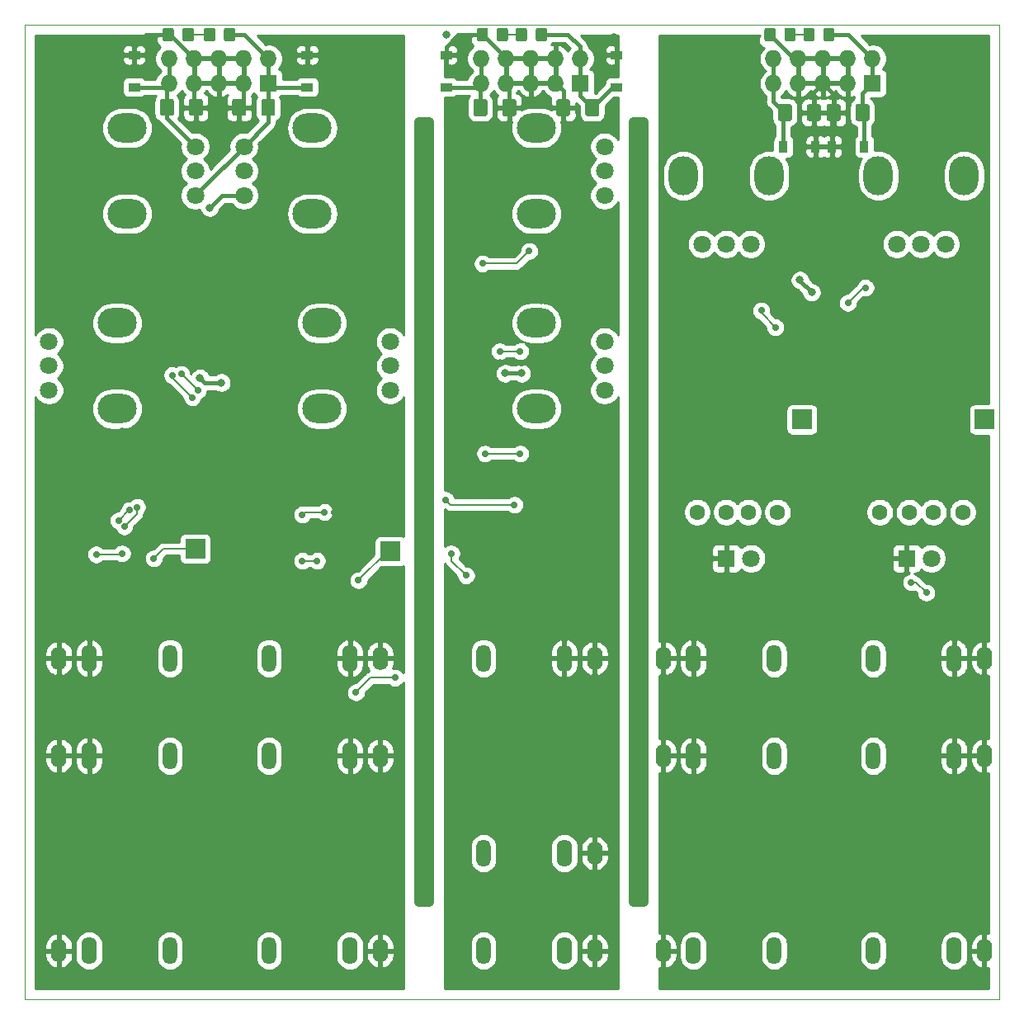
<source format=gbr>
%TF.GenerationSoftware,KiCad,Pcbnew,(5.1.5)-3*%
%TF.CreationDate,2020-03-23T00:00:11+01:00*%
%TF.ProjectId,KicadJE_Util_PCB,4b696361-644a-4455-9f55-74696c5f5043,rev?*%
%TF.SameCoordinates,Original*%
%TF.FileFunction,Copper,L1,Top*%
%TF.FilePolarity,Positive*%
%FSLAX46Y46*%
G04 Gerber Fmt 4.6, Leading zero omitted, Abs format (unit mm)*
G04 Created by KiCad (PCBNEW (5.1.5)-3) date 2020-03-23 00:00:11*
%MOMM*%
%LPD*%
G04 APERTURE LIST*
%ADD10C,1.000000*%
%ADD11C,0.050000*%
%ADD12C,0.150000*%
%ADD13R,1.200000X0.900000*%
%ADD14R,0.900000X1.200000*%
%ADD15C,1.800000*%
%ADD16R,1.800000X1.800000*%
%ADD17O,1.500000X2.800000*%
%ADD18O,1.600000X2.400000*%
%ADD19O,1.600000X2.800000*%
%ADD20R,1.727200X1.727200*%
%ADD21O,1.727200X1.727200*%
%ADD22O,4.000000X3.000000*%
%ADD23O,3.000000X4.000000*%
%ADD24R,2.000000X2.000000*%
%ADD25C,1.600000*%
%ADD26C,0.800000*%
%ADD27C,0.700000*%
%ADD28C,0.400000*%
%ADD29C,0.254000*%
G04 APERTURE END LIST*
D10*
X112500000Y-60000000D02*
X112500000Y-140000000D01*
X113500000Y-60000000D02*
X113500000Y-140000000D01*
X112500000Y-140000000D02*
X113500000Y-140000000D01*
X112500000Y-60000000D02*
X113500000Y-60000000D01*
X90500000Y-60000000D02*
X91500000Y-60000000D01*
X90500000Y-140000000D02*
X91500000Y-140000000D01*
X91500000Y-60000000D02*
X91500000Y-140000000D01*
X90500000Y-60000000D02*
X90500000Y-140000000D01*
D11*
X50000000Y-150000000D02*
X50000000Y-50000000D01*
X150000000Y-150000000D02*
X50000000Y-150000000D01*
X150000000Y-50000000D02*
X150000000Y-150000000D01*
X50000000Y-50000000D02*
X150000000Y-50000000D01*
%TA.AperFunction,SMDPad,CuDef*%
D12*
G36*
X65084505Y-57601205D02*
G01*
X65108774Y-57604805D01*
X65132572Y-57610766D01*
X65155672Y-57619031D01*
X65177850Y-57629521D01*
X65198894Y-57642134D01*
X65218599Y-57656748D01*
X65236778Y-57673224D01*
X65253254Y-57691403D01*
X65267868Y-57711108D01*
X65280481Y-57732152D01*
X65290971Y-57754330D01*
X65299236Y-57777430D01*
X65305197Y-57801228D01*
X65308797Y-57825497D01*
X65310001Y-57850001D01*
X65310001Y-59100001D01*
X65308797Y-59124505D01*
X65305197Y-59148774D01*
X65299236Y-59172572D01*
X65290971Y-59195672D01*
X65280481Y-59217850D01*
X65267868Y-59238894D01*
X65253254Y-59258599D01*
X65236778Y-59276778D01*
X65218599Y-59293254D01*
X65198894Y-59307868D01*
X65177850Y-59320481D01*
X65155672Y-59330971D01*
X65132572Y-59339236D01*
X65108774Y-59345197D01*
X65084505Y-59348797D01*
X65060001Y-59350001D01*
X64135001Y-59350001D01*
X64110497Y-59348797D01*
X64086228Y-59345197D01*
X64062430Y-59339236D01*
X64039330Y-59330971D01*
X64017152Y-59320481D01*
X63996108Y-59307868D01*
X63976403Y-59293254D01*
X63958224Y-59276778D01*
X63941748Y-59258599D01*
X63927134Y-59238894D01*
X63914521Y-59217850D01*
X63904031Y-59195672D01*
X63895766Y-59172572D01*
X63889805Y-59148774D01*
X63886205Y-59124505D01*
X63885001Y-59100001D01*
X63885001Y-57850001D01*
X63886205Y-57825497D01*
X63889805Y-57801228D01*
X63895766Y-57777430D01*
X63904031Y-57754330D01*
X63914521Y-57732152D01*
X63927134Y-57711108D01*
X63941748Y-57691403D01*
X63958224Y-57673224D01*
X63976403Y-57656748D01*
X63996108Y-57642134D01*
X64017152Y-57629521D01*
X64039330Y-57619031D01*
X64062430Y-57610766D01*
X64086228Y-57604805D01*
X64110497Y-57601205D01*
X64135001Y-57600001D01*
X65060001Y-57600001D01*
X65084505Y-57601205D01*
G37*
%TD.AperFunction*%
%TA.AperFunction,SMDPad,CuDef*%
G36*
X68059505Y-57601205D02*
G01*
X68083774Y-57604805D01*
X68107572Y-57610766D01*
X68130672Y-57619031D01*
X68152850Y-57629521D01*
X68173894Y-57642134D01*
X68193599Y-57656748D01*
X68211778Y-57673224D01*
X68228254Y-57691403D01*
X68242868Y-57711108D01*
X68255481Y-57732152D01*
X68265971Y-57754330D01*
X68274236Y-57777430D01*
X68280197Y-57801228D01*
X68283797Y-57825497D01*
X68285001Y-57850001D01*
X68285001Y-59100001D01*
X68283797Y-59124505D01*
X68280197Y-59148774D01*
X68274236Y-59172572D01*
X68265971Y-59195672D01*
X68255481Y-59217850D01*
X68242868Y-59238894D01*
X68228254Y-59258599D01*
X68211778Y-59276778D01*
X68193599Y-59293254D01*
X68173894Y-59307868D01*
X68152850Y-59320481D01*
X68130672Y-59330971D01*
X68107572Y-59339236D01*
X68083774Y-59345197D01*
X68059505Y-59348797D01*
X68035001Y-59350001D01*
X67110001Y-59350001D01*
X67085497Y-59348797D01*
X67061228Y-59345197D01*
X67037430Y-59339236D01*
X67014330Y-59330971D01*
X66992152Y-59320481D01*
X66971108Y-59307868D01*
X66951403Y-59293254D01*
X66933224Y-59276778D01*
X66916748Y-59258599D01*
X66902134Y-59238894D01*
X66889521Y-59217850D01*
X66879031Y-59195672D01*
X66870766Y-59172572D01*
X66864805Y-59148774D01*
X66861205Y-59124505D01*
X66860001Y-59100001D01*
X66860001Y-57850001D01*
X66861205Y-57825497D01*
X66864805Y-57801228D01*
X66870766Y-57777430D01*
X66879031Y-57754330D01*
X66889521Y-57732152D01*
X66902134Y-57711108D01*
X66916748Y-57691403D01*
X66933224Y-57673224D01*
X66951403Y-57656748D01*
X66971108Y-57642134D01*
X66992152Y-57629521D01*
X67014330Y-57619031D01*
X67037430Y-57610766D01*
X67061228Y-57604805D01*
X67085497Y-57601205D01*
X67110001Y-57600001D01*
X68035001Y-57600001D01*
X68059505Y-57601205D01*
G37*
%TD.AperFunction*%
%TA.AperFunction,SMDPad,CuDef*%
G36*
X75474504Y-57601205D02*
G01*
X75498773Y-57604805D01*
X75522571Y-57610766D01*
X75545671Y-57619031D01*
X75567849Y-57629521D01*
X75588893Y-57642134D01*
X75608598Y-57656748D01*
X75626777Y-57673224D01*
X75643253Y-57691403D01*
X75657867Y-57711108D01*
X75670480Y-57732152D01*
X75680970Y-57754330D01*
X75689235Y-57777430D01*
X75695196Y-57801228D01*
X75698796Y-57825497D01*
X75700000Y-57850001D01*
X75700000Y-59100001D01*
X75698796Y-59124505D01*
X75695196Y-59148774D01*
X75689235Y-59172572D01*
X75680970Y-59195672D01*
X75670480Y-59217850D01*
X75657867Y-59238894D01*
X75643253Y-59258599D01*
X75626777Y-59276778D01*
X75608598Y-59293254D01*
X75588893Y-59307868D01*
X75567849Y-59320481D01*
X75545671Y-59330971D01*
X75522571Y-59339236D01*
X75498773Y-59345197D01*
X75474504Y-59348797D01*
X75450000Y-59350001D01*
X74525000Y-59350001D01*
X74500496Y-59348797D01*
X74476227Y-59345197D01*
X74452429Y-59339236D01*
X74429329Y-59330971D01*
X74407151Y-59320481D01*
X74386107Y-59307868D01*
X74366402Y-59293254D01*
X74348223Y-59276778D01*
X74331747Y-59258599D01*
X74317133Y-59238894D01*
X74304520Y-59217850D01*
X74294030Y-59195672D01*
X74285765Y-59172572D01*
X74279804Y-59148774D01*
X74276204Y-59124505D01*
X74275000Y-59100001D01*
X74275000Y-57850001D01*
X74276204Y-57825497D01*
X74279804Y-57801228D01*
X74285765Y-57777430D01*
X74294030Y-57754330D01*
X74304520Y-57732152D01*
X74317133Y-57711108D01*
X74331747Y-57691403D01*
X74348223Y-57673224D01*
X74366402Y-57656748D01*
X74386107Y-57642134D01*
X74407151Y-57629521D01*
X74429329Y-57619031D01*
X74452429Y-57610766D01*
X74476227Y-57604805D01*
X74500496Y-57601205D01*
X74525000Y-57600001D01*
X75450000Y-57600001D01*
X75474504Y-57601205D01*
G37*
%TD.AperFunction*%
%TA.AperFunction,SMDPad,CuDef*%
G36*
X72499504Y-57601205D02*
G01*
X72523773Y-57604805D01*
X72547571Y-57610766D01*
X72570671Y-57619031D01*
X72592849Y-57629521D01*
X72613893Y-57642134D01*
X72633598Y-57656748D01*
X72651777Y-57673224D01*
X72668253Y-57691403D01*
X72682867Y-57711108D01*
X72695480Y-57732152D01*
X72705970Y-57754330D01*
X72714235Y-57777430D01*
X72720196Y-57801228D01*
X72723796Y-57825497D01*
X72725000Y-57850001D01*
X72725000Y-59100001D01*
X72723796Y-59124505D01*
X72720196Y-59148774D01*
X72714235Y-59172572D01*
X72705970Y-59195672D01*
X72695480Y-59217850D01*
X72682867Y-59238894D01*
X72668253Y-59258599D01*
X72651777Y-59276778D01*
X72633598Y-59293254D01*
X72613893Y-59307868D01*
X72592849Y-59320481D01*
X72570671Y-59330971D01*
X72547571Y-59339236D01*
X72523773Y-59345197D01*
X72499504Y-59348797D01*
X72475000Y-59350001D01*
X71550000Y-59350001D01*
X71525496Y-59348797D01*
X71501227Y-59345197D01*
X71477429Y-59339236D01*
X71454329Y-59330971D01*
X71432151Y-59320481D01*
X71411107Y-59307868D01*
X71391402Y-59293254D01*
X71373223Y-59276778D01*
X71356747Y-59258599D01*
X71342133Y-59238894D01*
X71329520Y-59217850D01*
X71319030Y-59195672D01*
X71310765Y-59172572D01*
X71304804Y-59148774D01*
X71301204Y-59124505D01*
X71300000Y-59100001D01*
X71300000Y-57850001D01*
X71301204Y-57825497D01*
X71304804Y-57801228D01*
X71310765Y-57777430D01*
X71319030Y-57754330D01*
X71329520Y-57732152D01*
X71342133Y-57711108D01*
X71356747Y-57691403D01*
X71373223Y-57673224D01*
X71391402Y-57656748D01*
X71411107Y-57642134D01*
X71432151Y-57629521D01*
X71454329Y-57619031D01*
X71477429Y-57610766D01*
X71501227Y-57604805D01*
X71525496Y-57601205D01*
X71550000Y-57600001D01*
X72475000Y-57600001D01*
X72499504Y-57601205D01*
G37*
%TD.AperFunction*%
%TA.AperFunction,SMDPad,CuDef*%
G36*
X128499504Y-58126204D02*
G01*
X128523773Y-58129804D01*
X128547571Y-58135765D01*
X128570671Y-58144030D01*
X128592849Y-58154520D01*
X128613893Y-58167133D01*
X128633598Y-58181747D01*
X128651777Y-58198223D01*
X128668253Y-58216402D01*
X128682867Y-58236107D01*
X128695480Y-58257151D01*
X128705970Y-58279329D01*
X128714235Y-58302429D01*
X128720196Y-58326227D01*
X128723796Y-58350496D01*
X128725000Y-58375000D01*
X128725000Y-59625000D01*
X128723796Y-59649504D01*
X128720196Y-59673773D01*
X128714235Y-59697571D01*
X128705970Y-59720671D01*
X128695480Y-59742849D01*
X128682867Y-59763893D01*
X128668253Y-59783598D01*
X128651777Y-59801777D01*
X128633598Y-59818253D01*
X128613893Y-59832867D01*
X128592849Y-59845480D01*
X128570671Y-59855970D01*
X128547571Y-59864235D01*
X128523773Y-59870196D01*
X128499504Y-59873796D01*
X128475000Y-59875000D01*
X127550000Y-59875000D01*
X127525496Y-59873796D01*
X127501227Y-59870196D01*
X127477429Y-59864235D01*
X127454329Y-59855970D01*
X127432151Y-59845480D01*
X127411107Y-59832867D01*
X127391402Y-59818253D01*
X127373223Y-59801777D01*
X127356747Y-59783598D01*
X127342133Y-59763893D01*
X127329520Y-59742849D01*
X127319030Y-59720671D01*
X127310765Y-59697571D01*
X127304804Y-59673773D01*
X127301204Y-59649504D01*
X127300000Y-59625000D01*
X127300000Y-58375000D01*
X127301204Y-58350496D01*
X127304804Y-58326227D01*
X127310765Y-58302429D01*
X127319030Y-58279329D01*
X127329520Y-58257151D01*
X127342133Y-58236107D01*
X127356747Y-58216402D01*
X127373223Y-58198223D01*
X127391402Y-58181747D01*
X127411107Y-58167133D01*
X127432151Y-58154520D01*
X127454329Y-58144030D01*
X127477429Y-58135765D01*
X127501227Y-58129804D01*
X127525496Y-58126204D01*
X127550000Y-58125000D01*
X128475000Y-58125000D01*
X128499504Y-58126204D01*
G37*
%TD.AperFunction*%
%TA.AperFunction,SMDPad,CuDef*%
G36*
X131474504Y-58126204D02*
G01*
X131498773Y-58129804D01*
X131522571Y-58135765D01*
X131545671Y-58144030D01*
X131567849Y-58154520D01*
X131588893Y-58167133D01*
X131608598Y-58181747D01*
X131626777Y-58198223D01*
X131643253Y-58216402D01*
X131657867Y-58236107D01*
X131670480Y-58257151D01*
X131680970Y-58279329D01*
X131689235Y-58302429D01*
X131695196Y-58326227D01*
X131698796Y-58350496D01*
X131700000Y-58375000D01*
X131700000Y-59625000D01*
X131698796Y-59649504D01*
X131695196Y-59673773D01*
X131689235Y-59697571D01*
X131680970Y-59720671D01*
X131670480Y-59742849D01*
X131657867Y-59763893D01*
X131643253Y-59783598D01*
X131626777Y-59801777D01*
X131608598Y-59818253D01*
X131588893Y-59832867D01*
X131567849Y-59845480D01*
X131545671Y-59855970D01*
X131522571Y-59864235D01*
X131498773Y-59870196D01*
X131474504Y-59873796D01*
X131450000Y-59875000D01*
X130525000Y-59875000D01*
X130500496Y-59873796D01*
X130476227Y-59870196D01*
X130452429Y-59864235D01*
X130429329Y-59855970D01*
X130407151Y-59845480D01*
X130386107Y-59832867D01*
X130366402Y-59818253D01*
X130348223Y-59801777D01*
X130331747Y-59783598D01*
X130317133Y-59763893D01*
X130304520Y-59742849D01*
X130294030Y-59720671D01*
X130285765Y-59697571D01*
X130279804Y-59673773D01*
X130276204Y-59649504D01*
X130275000Y-59625000D01*
X130275000Y-58375000D01*
X130276204Y-58350496D01*
X130279804Y-58326227D01*
X130285765Y-58302429D01*
X130294030Y-58279329D01*
X130304520Y-58257151D01*
X130317133Y-58236107D01*
X130331747Y-58216402D01*
X130348223Y-58198223D01*
X130366402Y-58181747D01*
X130386107Y-58167133D01*
X130407151Y-58154520D01*
X130429329Y-58144030D01*
X130452429Y-58135765D01*
X130476227Y-58129804D01*
X130500496Y-58126204D01*
X130525000Y-58125000D01*
X131450000Y-58125000D01*
X131474504Y-58126204D01*
G37*
%TD.AperFunction*%
%TA.AperFunction,SMDPad,CuDef*%
G36*
X136462004Y-58126204D02*
G01*
X136486273Y-58129804D01*
X136510071Y-58135765D01*
X136533171Y-58144030D01*
X136555349Y-58154520D01*
X136576393Y-58167133D01*
X136596098Y-58181747D01*
X136614277Y-58198223D01*
X136630753Y-58216402D01*
X136645367Y-58236107D01*
X136657980Y-58257151D01*
X136668470Y-58279329D01*
X136676735Y-58302429D01*
X136682696Y-58326227D01*
X136686296Y-58350496D01*
X136687500Y-58375000D01*
X136687500Y-59625000D01*
X136686296Y-59649504D01*
X136682696Y-59673773D01*
X136676735Y-59697571D01*
X136668470Y-59720671D01*
X136657980Y-59742849D01*
X136645367Y-59763893D01*
X136630753Y-59783598D01*
X136614277Y-59801777D01*
X136596098Y-59818253D01*
X136576393Y-59832867D01*
X136555349Y-59845480D01*
X136533171Y-59855970D01*
X136510071Y-59864235D01*
X136486273Y-59870196D01*
X136462004Y-59873796D01*
X136437500Y-59875000D01*
X135512500Y-59875000D01*
X135487996Y-59873796D01*
X135463727Y-59870196D01*
X135439929Y-59864235D01*
X135416829Y-59855970D01*
X135394651Y-59845480D01*
X135373607Y-59832867D01*
X135353902Y-59818253D01*
X135335723Y-59801777D01*
X135319247Y-59783598D01*
X135304633Y-59763893D01*
X135292020Y-59742849D01*
X135281530Y-59720671D01*
X135273265Y-59697571D01*
X135267304Y-59673773D01*
X135263704Y-59649504D01*
X135262500Y-59625000D01*
X135262500Y-58375000D01*
X135263704Y-58350496D01*
X135267304Y-58326227D01*
X135273265Y-58302429D01*
X135281530Y-58279329D01*
X135292020Y-58257151D01*
X135304633Y-58236107D01*
X135319247Y-58216402D01*
X135335723Y-58198223D01*
X135353902Y-58181747D01*
X135373607Y-58167133D01*
X135394651Y-58154520D01*
X135416829Y-58144030D01*
X135439929Y-58135765D01*
X135463727Y-58129804D01*
X135487996Y-58126204D01*
X135512500Y-58125000D01*
X136437500Y-58125000D01*
X136462004Y-58126204D01*
G37*
%TD.AperFunction*%
%TA.AperFunction,SMDPad,CuDef*%
G36*
X133487004Y-58126204D02*
G01*
X133511273Y-58129804D01*
X133535071Y-58135765D01*
X133558171Y-58144030D01*
X133580349Y-58154520D01*
X133601393Y-58167133D01*
X133621098Y-58181747D01*
X133639277Y-58198223D01*
X133655753Y-58216402D01*
X133670367Y-58236107D01*
X133682980Y-58257151D01*
X133693470Y-58279329D01*
X133701735Y-58302429D01*
X133707696Y-58326227D01*
X133711296Y-58350496D01*
X133712500Y-58375000D01*
X133712500Y-59625000D01*
X133711296Y-59649504D01*
X133707696Y-59673773D01*
X133701735Y-59697571D01*
X133693470Y-59720671D01*
X133682980Y-59742849D01*
X133670367Y-59763893D01*
X133655753Y-59783598D01*
X133639277Y-59801777D01*
X133621098Y-59818253D01*
X133601393Y-59832867D01*
X133580349Y-59845480D01*
X133558171Y-59855970D01*
X133535071Y-59864235D01*
X133511273Y-59870196D01*
X133487004Y-59873796D01*
X133462500Y-59875000D01*
X132537500Y-59875000D01*
X132512996Y-59873796D01*
X132488727Y-59870196D01*
X132464929Y-59864235D01*
X132441829Y-59855970D01*
X132419651Y-59845480D01*
X132398607Y-59832867D01*
X132378902Y-59818253D01*
X132360723Y-59801777D01*
X132344247Y-59783598D01*
X132329633Y-59763893D01*
X132317020Y-59742849D01*
X132306530Y-59720671D01*
X132298265Y-59697571D01*
X132292304Y-59673773D01*
X132288704Y-59649504D01*
X132287500Y-59625000D01*
X132287500Y-58375000D01*
X132288704Y-58350496D01*
X132292304Y-58326227D01*
X132298265Y-58302429D01*
X132306530Y-58279329D01*
X132317020Y-58257151D01*
X132329633Y-58236107D01*
X132344247Y-58216402D01*
X132360723Y-58198223D01*
X132378902Y-58181747D01*
X132398607Y-58167133D01*
X132419651Y-58154520D01*
X132441829Y-58144030D01*
X132464929Y-58135765D01*
X132488727Y-58129804D01*
X132512996Y-58126204D01*
X132537500Y-58125000D01*
X133462500Y-58125000D01*
X133487004Y-58126204D01*
G37*
%TD.AperFunction*%
%TA.AperFunction,SMDPad,CuDef*%
G36*
X100224504Y-57626204D02*
G01*
X100248773Y-57629804D01*
X100272571Y-57635765D01*
X100295671Y-57644030D01*
X100317849Y-57654520D01*
X100338893Y-57667133D01*
X100358598Y-57681747D01*
X100376777Y-57698223D01*
X100393253Y-57716402D01*
X100407867Y-57736107D01*
X100420480Y-57757151D01*
X100430970Y-57779329D01*
X100439235Y-57802429D01*
X100445196Y-57826227D01*
X100448796Y-57850496D01*
X100450000Y-57875000D01*
X100450000Y-59125000D01*
X100448796Y-59149504D01*
X100445196Y-59173773D01*
X100439235Y-59197571D01*
X100430970Y-59220671D01*
X100420480Y-59242849D01*
X100407867Y-59263893D01*
X100393253Y-59283598D01*
X100376777Y-59301777D01*
X100358598Y-59318253D01*
X100338893Y-59332867D01*
X100317849Y-59345480D01*
X100295671Y-59355970D01*
X100272571Y-59364235D01*
X100248773Y-59370196D01*
X100224504Y-59373796D01*
X100200000Y-59375000D01*
X99275000Y-59375000D01*
X99250496Y-59373796D01*
X99226227Y-59370196D01*
X99202429Y-59364235D01*
X99179329Y-59355970D01*
X99157151Y-59345480D01*
X99136107Y-59332867D01*
X99116402Y-59318253D01*
X99098223Y-59301777D01*
X99081747Y-59283598D01*
X99067133Y-59263893D01*
X99054520Y-59242849D01*
X99044030Y-59220671D01*
X99035765Y-59197571D01*
X99029804Y-59173773D01*
X99026204Y-59149504D01*
X99025000Y-59125000D01*
X99025000Y-57875000D01*
X99026204Y-57850496D01*
X99029804Y-57826227D01*
X99035765Y-57802429D01*
X99044030Y-57779329D01*
X99054520Y-57757151D01*
X99067133Y-57736107D01*
X99081747Y-57716402D01*
X99098223Y-57698223D01*
X99116402Y-57681747D01*
X99136107Y-57667133D01*
X99157151Y-57654520D01*
X99179329Y-57644030D01*
X99202429Y-57635765D01*
X99226227Y-57629804D01*
X99250496Y-57626204D01*
X99275000Y-57625000D01*
X100200000Y-57625000D01*
X100224504Y-57626204D01*
G37*
%TD.AperFunction*%
%TA.AperFunction,SMDPad,CuDef*%
G36*
X97249504Y-57626204D02*
G01*
X97273773Y-57629804D01*
X97297571Y-57635765D01*
X97320671Y-57644030D01*
X97342849Y-57654520D01*
X97363893Y-57667133D01*
X97383598Y-57681747D01*
X97401777Y-57698223D01*
X97418253Y-57716402D01*
X97432867Y-57736107D01*
X97445480Y-57757151D01*
X97455970Y-57779329D01*
X97464235Y-57802429D01*
X97470196Y-57826227D01*
X97473796Y-57850496D01*
X97475000Y-57875000D01*
X97475000Y-59125000D01*
X97473796Y-59149504D01*
X97470196Y-59173773D01*
X97464235Y-59197571D01*
X97455970Y-59220671D01*
X97445480Y-59242849D01*
X97432867Y-59263893D01*
X97418253Y-59283598D01*
X97401777Y-59301777D01*
X97383598Y-59318253D01*
X97363893Y-59332867D01*
X97342849Y-59345480D01*
X97320671Y-59355970D01*
X97297571Y-59364235D01*
X97273773Y-59370196D01*
X97249504Y-59373796D01*
X97225000Y-59375000D01*
X96300000Y-59375000D01*
X96275496Y-59373796D01*
X96251227Y-59370196D01*
X96227429Y-59364235D01*
X96204329Y-59355970D01*
X96182151Y-59345480D01*
X96161107Y-59332867D01*
X96141402Y-59318253D01*
X96123223Y-59301777D01*
X96106747Y-59283598D01*
X96092133Y-59263893D01*
X96079520Y-59242849D01*
X96069030Y-59220671D01*
X96060765Y-59197571D01*
X96054804Y-59173773D01*
X96051204Y-59149504D01*
X96050000Y-59125000D01*
X96050000Y-57875000D01*
X96051204Y-57850496D01*
X96054804Y-57826227D01*
X96060765Y-57802429D01*
X96069030Y-57779329D01*
X96079520Y-57757151D01*
X96092133Y-57736107D01*
X96106747Y-57716402D01*
X96123223Y-57698223D01*
X96141402Y-57681747D01*
X96161107Y-57667133D01*
X96182151Y-57654520D01*
X96204329Y-57644030D01*
X96227429Y-57635765D01*
X96251227Y-57629804D01*
X96275496Y-57626204D01*
X96300000Y-57625000D01*
X97225000Y-57625000D01*
X97249504Y-57626204D01*
G37*
%TD.AperFunction*%
%TA.AperFunction,SMDPad,CuDef*%
G36*
X105749504Y-57626204D02*
G01*
X105773773Y-57629804D01*
X105797571Y-57635765D01*
X105820671Y-57644030D01*
X105842849Y-57654520D01*
X105863893Y-57667133D01*
X105883598Y-57681747D01*
X105901777Y-57698223D01*
X105918253Y-57716402D01*
X105932867Y-57736107D01*
X105945480Y-57757151D01*
X105955970Y-57779329D01*
X105964235Y-57802429D01*
X105970196Y-57826227D01*
X105973796Y-57850496D01*
X105975000Y-57875000D01*
X105975000Y-59125000D01*
X105973796Y-59149504D01*
X105970196Y-59173773D01*
X105964235Y-59197571D01*
X105955970Y-59220671D01*
X105945480Y-59242849D01*
X105932867Y-59263893D01*
X105918253Y-59283598D01*
X105901777Y-59301777D01*
X105883598Y-59318253D01*
X105863893Y-59332867D01*
X105842849Y-59345480D01*
X105820671Y-59355970D01*
X105797571Y-59364235D01*
X105773773Y-59370196D01*
X105749504Y-59373796D01*
X105725000Y-59375000D01*
X104800000Y-59375000D01*
X104775496Y-59373796D01*
X104751227Y-59370196D01*
X104727429Y-59364235D01*
X104704329Y-59355970D01*
X104682151Y-59345480D01*
X104661107Y-59332867D01*
X104641402Y-59318253D01*
X104623223Y-59301777D01*
X104606747Y-59283598D01*
X104592133Y-59263893D01*
X104579520Y-59242849D01*
X104569030Y-59220671D01*
X104560765Y-59197571D01*
X104554804Y-59173773D01*
X104551204Y-59149504D01*
X104550000Y-59125000D01*
X104550000Y-57875000D01*
X104551204Y-57850496D01*
X104554804Y-57826227D01*
X104560765Y-57802429D01*
X104569030Y-57779329D01*
X104579520Y-57757151D01*
X104592133Y-57736107D01*
X104606747Y-57716402D01*
X104623223Y-57698223D01*
X104641402Y-57681747D01*
X104661107Y-57667133D01*
X104682151Y-57654520D01*
X104704329Y-57644030D01*
X104727429Y-57635765D01*
X104751227Y-57629804D01*
X104775496Y-57626204D01*
X104800000Y-57625000D01*
X105725000Y-57625000D01*
X105749504Y-57626204D01*
G37*
%TD.AperFunction*%
%TA.AperFunction,SMDPad,CuDef*%
G36*
X108724504Y-57626204D02*
G01*
X108748773Y-57629804D01*
X108772571Y-57635765D01*
X108795671Y-57644030D01*
X108817849Y-57654520D01*
X108838893Y-57667133D01*
X108858598Y-57681747D01*
X108876777Y-57698223D01*
X108893253Y-57716402D01*
X108907867Y-57736107D01*
X108920480Y-57757151D01*
X108930970Y-57779329D01*
X108939235Y-57802429D01*
X108945196Y-57826227D01*
X108948796Y-57850496D01*
X108950000Y-57875000D01*
X108950000Y-59125000D01*
X108948796Y-59149504D01*
X108945196Y-59173773D01*
X108939235Y-59197571D01*
X108930970Y-59220671D01*
X108920480Y-59242849D01*
X108907867Y-59263893D01*
X108893253Y-59283598D01*
X108876777Y-59301777D01*
X108858598Y-59318253D01*
X108838893Y-59332867D01*
X108817849Y-59345480D01*
X108795671Y-59355970D01*
X108772571Y-59364235D01*
X108748773Y-59370196D01*
X108724504Y-59373796D01*
X108700000Y-59375000D01*
X107775000Y-59375000D01*
X107750496Y-59373796D01*
X107726227Y-59370196D01*
X107702429Y-59364235D01*
X107679329Y-59355970D01*
X107657151Y-59345480D01*
X107636107Y-59332867D01*
X107616402Y-59318253D01*
X107598223Y-59301777D01*
X107581747Y-59283598D01*
X107567133Y-59263893D01*
X107554520Y-59242849D01*
X107544030Y-59220671D01*
X107535765Y-59197571D01*
X107529804Y-59173773D01*
X107526204Y-59149504D01*
X107525000Y-59125000D01*
X107525000Y-57875000D01*
X107526204Y-57850496D01*
X107529804Y-57826227D01*
X107535765Y-57802429D01*
X107544030Y-57779329D01*
X107554520Y-57757151D01*
X107567133Y-57736107D01*
X107581747Y-57716402D01*
X107598223Y-57698223D01*
X107616402Y-57681747D01*
X107636107Y-57667133D01*
X107657151Y-57654520D01*
X107679329Y-57644030D01*
X107702429Y-57635765D01*
X107726227Y-57629804D01*
X107750496Y-57626204D01*
X107775000Y-57625000D01*
X108700000Y-57625000D01*
X108724504Y-57626204D01*
G37*
%TD.AperFunction*%
D13*
X61250000Y-53100000D03*
X61250000Y-56400000D03*
X79000000Y-56400000D03*
X79000000Y-53100000D03*
%TA.AperFunction,SMDPad,CuDef*%
D12*
G36*
X71374505Y-50301204D02*
G01*
X71398773Y-50304804D01*
X71422572Y-50310765D01*
X71445671Y-50319030D01*
X71467850Y-50329520D01*
X71488893Y-50342132D01*
X71508599Y-50356747D01*
X71526777Y-50373223D01*
X71543253Y-50391401D01*
X71557868Y-50411107D01*
X71570480Y-50432150D01*
X71580970Y-50454329D01*
X71589235Y-50477428D01*
X71595196Y-50501227D01*
X71598796Y-50525495D01*
X71600000Y-50549999D01*
X71600000Y-51450001D01*
X71598796Y-51474505D01*
X71595196Y-51498773D01*
X71589235Y-51522572D01*
X71580970Y-51545671D01*
X71570480Y-51567850D01*
X71557868Y-51588893D01*
X71543253Y-51608599D01*
X71526777Y-51626777D01*
X71508599Y-51643253D01*
X71488893Y-51657868D01*
X71467850Y-51670480D01*
X71445671Y-51680970D01*
X71422572Y-51689235D01*
X71398773Y-51695196D01*
X71374505Y-51698796D01*
X71350001Y-51700000D01*
X70699999Y-51700000D01*
X70675495Y-51698796D01*
X70651227Y-51695196D01*
X70627428Y-51689235D01*
X70604329Y-51680970D01*
X70582150Y-51670480D01*
X70561107Y-51657868D01*
X70541401Y-51643253D01*
X70523223Y-51626777D01*
X70506747Y-51608599D01*
X70492132Y-51588893D01*
X70479520Y-51567850D01*
X70469030Y-51545671D01*
X70460765Y-51522572D01*
X70454804Y-51498773D01*
X70451204Y-51474505D01*
X70450000Y-51450001D01*
X70450000Y-50549999D01*
X70451204Y-50525495D01*
X70454804Y-50501227D01*
X70460765Y-50477428D01*
X70469030Y-50454329D01*
X70479520Y-50432150D01*
X70492132Y-50411107D01*
X70506747Y-50391401D01*
X70523223Y-50373223D01*
X70541401Y-50356747D01*
X70561107Y-50342132D01*
X70582150Y-50329520D01*
X70604329Y-50319030D01*
X70627428Y-50310765D01*
X70651227Y-50304804D01*
X70675495Y-50301204D01*
X70699999Y-50300000D01*
X71350001Y-50300000D01*
X71374505Y-50301204D01*
G37*
%TD.AperFunction*%
%TA.AperFunction,SMDPad,CuDef*%
G36*
X69324505Y-50301204D02*
G01*
X69348773Y-50304804D01*
X69372572Y-50310765D01*
X69395671Y-50319030D01*
X69417850Y-50329520D01*
X69438893Y-50342132D01*
X69458599Y-50356747D01*
X69476777Y-50373223D01*
X69493253Y-50391401D01*
X69507868Y-50411107D01*
X69520480Y-50432150D01*
X69530970Y-50454329D01*
X69539235Y-50477428D01*
X69545196Y-50501227D01*
X69548796Y-50525495D01*
X69550000Y-50549999D01*
X69550000Y-51450001D01*
X69548796Y-51474505D01*
X69545196Y-51498773D01*
X69539235Y-51522572D01*
X69530970Y-51545671D01*
X69520480Y-51567850D01*
X69507868Y-51588893D01*
X69493253Y-51608599D01*
X69476777Y-51626777D01*
X69458599Y-51643253D01*
X69438893Y-51657868D01*
X69417850Y-51670480D01*
X69395671Y-51680970D01*
X69372572Y-51689235D01*
X69348773Y-51695196D01*
X69324505Y-51698796D01*
X69300001Y-51700000D01*
X68649999Y-51700000D01*
X68625495Y-51698796D01*
X68601227Y-51695196D01*
X68577428Y-51689235D01*
X68554329Y-51680970D01*
X68532150Y-51670480D01*
X68511107Y-51657868D01*
X68491401Y-51643253D01*
X68473223Y-51626777D01*
X68456747Y-51608599D01*
X68442132Y-51588893D01*
X68429520Y-51567850D01*
X68419030Y-51545671D01*
X68410765Y-51522572D01*
X68404804Y-51498773D01*
X68401204Y-51474505D01*
X68400000Y-51450001D01*
X68400000Y-50549999D01*
X68401204Y-50525495D01*
X68404804Y-50501227D01*
X68410765Y-50477428D01*
X68419030Y-50454329D01*
X68429520Y-50432150D01*
X68442132Y-50411107D01*
X68456747Y-50391401D01*
X68473223Y-50373223D01*
X68491401Y-50356747D01*
X68511107Y-50342132D01*
X68532150Y-50329520D01*
X68554329Y-50319030D01*
X68577428Y-50310765D01*
X68601227Y-50304804D01*
X68625495Y-50301204D01*
X68649999Y-50300000D01*
X69300001Y-50300000D01*
X69324505Y-50301204D01*
G37*
%TD.AperFunction*%
D14*
X131150000Y-62500000D03*
X127850000Y-62500000D03*
X132850000Y-62500000D03*
X136150000Y-62500000D03*
%TA.AperFunction,SMDPad,CuDef*%
D12*
G36*
X132874505Y-50301204D02*
G01*
X132898773Y-50304804D01*
X132922572Y-50310765D01*
X132945671Y-50319030D01*
X132967850Y-50329520D01*
X132988893Y-50342132D01*
X133008599Y-50356747D01*
X133026777Y-50373223D01*
X133043253Y-50391401D01*
X133057868Y-50411107D01*
X133070480Y-50432150D01*
X133080970Y-50454329D01*
X133089235Y-50477428D01*
X133095196Y-50501227D01*
X133098796Y-50525495D01*
X133100000Y-50549999D01*
X133100000Y-51450001D01*
X133098796Y-51474505D01*
X133095196Y-51498773D01*
X133089235Y-51522572D01*
X133080970Y-51545671D01*
X133070480Y-51567850D01*
X133057868Y-51588893D01*
X133043253Y-51608599D01*
X133026777Y-51626777D01*
X133008599Y-51643253D01*
X132988893Y-51657868D01*
X132967850Y-51670480D01*
X132945671Y-51680970D01*
X132922572Y-51689235D01*
X132898773Y-51695196D01*
X132874505Y-51698796D01*
X132850001Y-51700000D01*
X132199999Y-51700000D01*
X132175495Y-51698796D01*
X132151227Y-51695196D01*
X132127428Y-51689235D01*
X132104329Y-51680970D01*
X132082150Y-51670480D01*
X132061107Y-51657868D01*
X132041401Y-51643253D01*
X132023223Y-51626777D01*
X132006747Y-51608599D01*
X131992132Y-51588893D01*
X131979520Y-51567850D01*
X131969030Y-51545671D01*
X131960765Y-51522572D01*
X131954804Y-51498773D01*
X131951204Y-51474505D01*
X131950000Y-51450001D01*
X131950000Y-50549999D01*
X131951204Y-50525495D01*
X131954804Y-50501227D01*
X131960765Y-50477428D01*
X131969030Y-50454329D01*
X131979520Y-50432150D01*
X131992132Y-50411107D01*
X132006747Y-50391401D01*
X132023223Y-50373223D01*
X132041401Y-50356747D01*
X132061107Y-50342132D01*
X132082150Y-50329520D01*
X132104329Y-50319030D01*
X132127428Y-50310765D01*
X132151227Y-50304804D01*
X132175495Y-50301204D01*
X132199999Y-50300000D01*
X132850001Y-50300000D01*
X132874505Y-50301204D01*
G37*
%TD.AperFunction*%
%TA.AperFunction,SMDPad,CuDef*%
G36*
X130824505Y-50301204D02*
G01*
X130848773Y-50304804D01*
X130872572Y-50310765D01*
X130895671Y-50319030D01*
X130917850Y-50329520D01*
X130938893Y-50342132D01*
X130958599Y-50356747D01*
X130976777Y-50373223D01*
X130993253Y-50391401D01*
X131007868Y-50411107D01*
X131020480Y-50432150D01*
X131030970Y-50454329D01*
X131039235Y-50477428D01*
X131045196Y-50501227D01*
X131048796Y-50525495D01*
X131050000Y-50549999D01*
X131050000Y-51450001D01*
X131048796Y-51474505D01*
X131045196Y-51498773D01*
X131039235Y-51522572D01*
X131030970Y-51545671D01*
X131020480Y-51567850D01*
X131007868Y-51588893D01*
X130993253Y-51608599D01*
X130976777Y-51626777D01*
X130958599Y-51643253D01*
X130938893Y-51657868D01*
X130917850Y-51670480D01*
X130895671Y-51680970D01*
X130872572Y-51689235D01*
X130848773Y-51695196D01*
X130824505Y-51698796D01*
X130800001Y-51700000D01*
X130149999Y-51700000D01*
X130125495Y-51698796D01*
X130101227Y-51695196D01*
X130077428Y-51689235D01*
X130054329Y-51680970D01*
X130032150Y-51670480D01*
X130011107Y-51657868D01*
X129991401Y-51643253D01*
X129973223Y-51626777D01*
X129956747Y-51608599D01*
X129942132Y-51588893D01*
X129929520Y-51567850D01*
X129919030Y-51545671D01*
X129910765Y-51522572D01*
X129904804Y-51498773D01*
X129901204Y-51474505D01*
X129900000Y-51450001D01*
X129900000Y-50549999D01*
X129901204Y-50525495D01*
X129904804Y-50501227D01*
X129910765Y-50477428D01*
X129919030Y-50454329D01*
X129929520Y-50432150D01*
X129942132Y-50411107D01*
X129956747Y-50391401D01*
X129973223Y-50373223D01*
X129991401Y-50356747D01*
X130011107Y-50342132D01*
X130032150Y-50329520D01*
X130054329Y-50319030D01*
X130077428Y-50310765D01*
X130101227Y-50304804D01*
X130125495Y-50301204D01*
X130149999Y-50300000D01*
X130800001Y-50300000D01*
X130824505Y-50301204D01*
G37*
%TD.AperFunction*%
D15*
X124540000Y-104750000D03*
D16*
X122000000Y-104750000D03*
X140500000Y-104750000D03*
D15*
X143040000Y-104750000D03*
D13*
X93250000Y-53100000D03*
X93250000Y-56400000D03*
X110750000Y-53100000D03*
X110750000Y-56400000D03*
%TA.AperFunction,SMDPad,CuDef*%
D12*
G36*
X101324505Y-50301204D02*
G01*
X101348773Y-50304804D01*
X101372572Y-50310765D01*
X101395671Y-50319030D01*
X101417850Y-50329520D01*
X101438893Y-50342132D01*
X101458599Y-50356747D01*
X101476777Y-50373223D01*
X101493253Y-50391401D01*
X101507868Y-50411107D01*
X101520480Y-50432150D01*
X101530970Y-50454329D01*
X101539235Y-50477428D01*
X101545196Y-50501227D01*
X101548796Y-50525495D01*
X101550000Y-50549999D01*
X101550000Y-51450001D01*
X101548796Y-51474505D01*
X101545196Y-51498773D01*
X101539235Y-51522572D01*
X101530970Y-51545671D01*
X101520480Y-51567850D01*
X101507868Y-51588893D01*
X101493253Y-51608599D01*
X101476777Y-51626777D01*
X101458599Y-51643253D01*
X101438893Y-51657868D01*
X101417850Y-51670480D01*
X101395671Y-51680970D01*
X101372572Y-51689235D01*
X101348773Y-51695196D01*
X101324505Y-51698796D01*
X101300001Y-51700000D01*
X100649999Y-51700000D01*
X100625495Y-51698796D01*
X100601227Y-51695196D01*
X100577428Y-51689235D01*
X100554329Y-51680970D01*
X100532150Y-51670480D01*
X100511107Y-51657868D01*
X100491401Y-51643253D01*
X100473223Y-51626777D01*
X100456747Y-51608599D01*
X100442132Y-51588893D01*
X100429520Y-51567850D01*
X100419030Y-51545671D01*
X100410765Y-51522572D01*
X100404804Y-51498773D01*
X100401204Y-51474505D01*
X100400000Y-51450001D01*
X100400000Y-50549999D01*
X100401204Y-50525495D01*
X100404804Y-50501227D01*
X100410765Y-50477428D01*
X100419030Y-50454329D01*
X100429520Y-50432150D01*
X100442132Y-50411107D01*
X100456747Y-50391401D01*
X100473223Y-50373223D01*
X100491401Y-50356747D01*
X100511107Y-50342132D01*
X100532150Y-50329520D01*
X100554329Y-50319030D01*
X100577428Y-50310765D01*
X100601227Y-50304804D01*
X100625495Y-50301204D01*
X100649999Y-50300000D01*
X101300001Y-50300000D01*
X101324505Y-50301204D01*
G37*
%TD.AperFunction*%
%TA.AperFunction,SMDPad,CuDef*%
G36*
X103374505Y-50301204D02*
G01*
X103398773Y-50304804D01*
X103422572Y-50310765D01*
X103445671Y-50319030D01*
X103467850Y-50329520D01*
X103488893Y-50342132D01*
X103508599Y-50356747D01*
X103526777Y-50373223D01*
X103543253Y-50391401D01*
X103557868Y-50411107D01*
X103570480Y-50432150D01*
X103580970Y-50454329D01*
X103589235Y-50477428D01*
X103595196Y-50501227D01*
X103598796Y-50525495D01*
X103600000Y-50549999D01*
X103600000Y-51450001D01*
X103598796Y-51474505D01*
X103595196Y-51498773D01*
X103589235Y-51522572D01*
X103580970Y-51545671D01*
X103570480Y-51567850D01*
X103557868Y-51588893D01*
X103543253Y-51608599D01*
X103526777Y-51626777D01*
X103508599Y-51643253D01*
X103488893Y-51657868D01*
X103467850Y-51670480D01*
X103445671Y-51680970D01*
X103422572Y-51689235D01*
X103398773Y-51695196D01*
X103374505Y-51698796D01*
X103350001Y-51700000D01*
X102699999Y-51700000D01*
X102675495Y-51698796D01*
X102651227Y-51695196D01*
X102627428Y-51689235D01*
X102604329Y-51680970D01*
X102582150Y-51670480D01*
X102561107Y-51657868D01*
X102541401Y-51643253D01*
X102523223Y-51626777D01*
X102506747Y-51608599D01*
X102492132Y-51588893D01*
X102479520Y-51567850D01*
X102469030Y-51545671D01*
X102460765Y-51522572D01*
X102454804Y-51498773D01*
X102451204Y-51474505D01*
X102450000Y-51450001D01*
X102450000Y-50549999D01*
X102451204Y-50525495D01*
X102454804Y-50501227D01*
X102460765Y-50477428D01*
X102469030Y-50454329D01*
X102479520Y-50432150D01*
X102492132Y-50411107D01*
X102506747Y-50391401D01*
X102523223Y-50373223D01*
X102541401Y-50356747D01*
X102561107Y-50342132D01*
X102582150Y-50329520D01*
X102604329Y-50319030D01*
X102627428Y-50310765D01*
X102651227Y-50304804D01*
X102675495Y-50301204D01*
X102699999Y-50300000D01*
X103350001Y-50300000D01*
X103374505Y-50301204D01*
G37*
%TD.AperFunction*%
D17*
X64920000Y-145000000D03*
D18*
X53520000Y-145000000D03*
D19*
X56620000Y-145000000D03*
D17*
X75080000Y-145000000D03*
D18*
X86480000Y-145000000D03*
D19*
X83380000Y-145000000D03*
X56620000Y-115000000D03*
D18*
X53520000Y-115000000D03*
D17*
X64920000Y-115000000D03*
D19*
X56620000Y-125000000D03*
D18*
X53520000Y-125000000D03*
D17*
X64920000Y-125000000D03*
D19*
X83380000Y-115000000D03*
D18*
X86480000Y-115000000D03*
D17*
X75080000Y-115000000D03*
D19*
X83380000Y-125000000D03*
D18*
X86480000Y-125000000D03*
D17*
X75080000Y-125000000D03*
X126920000Y-145000000D03*
D18*
X115520000Y-145000000D03*
D19*
X118620000Y-145000000D03*
D17*
X137080000Y-145000000D03*
D18*
X148480000Y-145000000D03*
D19*
X145380000Y-145000000D03*
D17*
X126920000Y-115000000D03*
D18*
X115520000Y-115000000D03*
D19*
X118620000Y-115000000D03*
X118620000Y-125000000D03*
D18*
X115520000Y-125000000D03*
D17*
X126920000Y-125000000D03*
D19*
X145380000Y-115000000D03*
D18*
X148480000Y-115000000D03*
D17*
X137080000Y-115000000D03*
X137080000Y-125000000D03*
D18*
X148480000Y-125000000D03*
D19*
X145380000Y-125000000D03*
D17*
X97080000Y-115000000D03*
D18*
X108480000Y-115000000D03*
D19*
X105380000Y-115000000D03*
D17*
X97080000Y-135000000D03*
D18*
X108480000Y-135000000D03*
D19*
X105380000Y-135000000D03*
X105380000Y-145000000D03*
D18*
X108480000Y-145000000D03*
D17*
X97080000Y-145000000D03*
D20*
X75000000Y-56000000D03*
D21*
X75000000Y-53460000D03*
X72460000Y-56000000D03*
X72460000Y-53460000D03*
X69920000Y-56000000D03*
X69920000Y-53460000D03*
X67380000Y-56000000D03*
X67380000Y-53460000D03*
X64840000Y-56000000D03*
X64840000Y-53460000D03*
X126840000Y-53460000D03*
X126840000Y-56000000D03*
X129380000Y-53460000D03*
X129380000Y-56000000D03*
X131920000Y-53460000D03*
X131920000Y-56000000D03*
X134460000Y-53460000D03*
X134460000Y-56000000D03*
X137000000Y-53460000D03*
D20*
X137000000Y-56000000D03*
X107000000Y-56000000D03*
D21*
X107000000Y-53460000D03*
X104460000Y-56000000D03*
X104460000Y-53460000D03*
X101920000Y-56000000D03*
X101920000Y-53460000D03*
X99380000Y-56000000D03*
X99380000Y-53460000D03*
X96840000Y-56000000D03*
X96840000Y-53460000D03*
%TA.AperFunction,SMDPad,CuDef*%
D12*
G36*
X65074505Y-50301204D02*
G01*
X65098773Y-50304804D01*
X65122572Y-50310765D01*
X65145671Y-50319030D01*
X65167850Y-50329520D01*
X65188893Y-50342132D01*
X65208599Y-50356747D01*
X65226777Y-50373223D01*
X65243253Y-50391401D01*
X65257868Y-50411107D01*
X65270480Y-50432150D01*
X65280970Y-50454329D01*
X65289235Y-50477428D01*
X65295196Y-50501227D01*
X65298796Y-50525495D01*
X65300000Y-50549999D01*
X65300000Y-51450001D01*
X65298796Y-51474505D01*
X65295196Y-51498773D01*
X65289235Y-51522572D01*
X65280970Y-51545671D01*
X65270480Y-51567850D01*
X65257868Y-51588893D01*
X65243253Y-51608599D01*
X65226777Y-51626777D01*
X65208599Y-51643253D01*
X65188893Y-51657868D01*
X65167850Y-51670480D01*
X65145671Y-51680970D01*
X65122572Y-51689235D01*
X65098773Y-51695196D01*
X65074505Y-51698796D01*
X65050001Y-51700000D01*
X64399999Y-51700000D01*
X64375495Y-51698796D01*
X64351227Y-51695196D01*
X64327428Y-51689235D01*
X64304329Y-51680970D01*
X64282150Y-51670480D01*
X64261107Y-51657868D01*
X64241401Y-51643253D01*
X64223223Y-51626777D01*
X64206747Y-51608599D01*
X64192132Y-51588893D01*
X64179520Y-51567850D01*
X64169030Y-51545671D01*
X64160765Y-51522572D01*
X64154804Y-51498773D01*
X64151204Y-51474505D01*
X64150000Y-51450001D01*
X64150000Y-50549999D01*
X64151204Y-50525495D01*
X64154804Y-50501227D01*
X64160765Y-50477428D01*
X64169030Y-50454329D01*
X64179520Y-50432150D01*
X64192132Y-50411107D01*
X64206747Y-50391401D01*
X64223223Y-50373223D01*
X64241401Y-50356747D01*
X64261107Y-50342132D01*
X64282150Y-50329520D01*
X64304329Y-50319030D01*
X64327428Y-50310765D01*
X64351227Y-50304804D01*
X64375495Y-50301204D01*
X64399999Y-50300000D01*
X65050001Y-50300000D01*
X65074505Y-50301204D01*
G37*
%TD.AperFunction*%
%TA.AperFunction,SMDPad,CuDef*%
G36*
X67124505Y-50301204D02*
G01*
X67148773Y-50304804D01*
X67172572Y-50310765D01*
X67195671Y-50319030D01*
X67217850Y-50329520D01*
X67238893Y-50342132D01*
X67258599Y-50356747D01*
X67276777Y-50373223D01*
X67293253Y-50391401D01*
X67307868Y-50411107D01*
X67320480Y-50432150D01*
X67330970Y-50454329D01*
X67339235Y-50477428D01*
X67345196Y-50501227D01*
X67348796Y-50525495D01*
X67350000Y-50549999D01*
X67350000Y-51450001D01*
X67348796Y-51474505D01*
X67345196Y-51498773D01*
X67339235Y-51522572D01*
X67330970Y-51545671D01*
X67320480Y-51567850D01*
X67307868Y-51588893D01*
X67293253Y-51608599D01*
X67276777Y-51626777D01*
X67258599Y-51643253D01*
X67238893Y-51657868D01*
X67217850Y-51670480D01*
X67195671Y-51680970D01*
X67172572Y-51689235D01*
X67148773Y-51695196D01*
X67124505Y-51698796D01*
X67100001Y-51700000D01*
X66449999Y-51700000D01*
X66425495Y-51698796D01*
X66401227Y-51695196D01*
X66377428Y-51689235D01*
X66354329Y-51680970D01*
X66332150Y-51670480D01*
X66311107Y-51657868D01*
X66291401Y-51643253D01*
X66273223Y-51626777D01*
X66256747Y-51608599D01*
X66242132Y-51588893D01*
X66229520Y-51567850D01*
X66219030Y-51545671D01*
X66210765Y-51522572D01*
X66204804Y-51498773D01*
X66201204Y-51474505D01*
X66200000Y-51450001D01*
X66200000Y-50549999D01*
X66201204Y-50525495D01*
X66204804Y-50501227D01*
X66210765Y-50477428D01*
X66219030Y-50454329D01*
X66229520Y-50432150D01*
X66242132Y-50411107D01*
X66256747Y-50391401D01*
X66273223Y-50373223D01*
X66291401Y-50356747D01*
X66311107Y-50342132D01*
X66332150Y-50329520D01*
X66354329Y-50319030D01*
X66377428Y-50310765D01*
X66401227Y-50304804D01*
X66425495Y-50301204D01*
X66449999Y-50300000D01*
X67100001Y-50300000D01*
X67124505Y-50301204D01*
G37*
%TD.AperFunction*%
%TA.AperFunction,SMDPad,CuDef*%
G36*
X128874505Y-50301204D02*
G01*
X128898773Y-50304804D01*
X128922572Y-50310765D01*
X128945671Y-50319030D01*
X128967850Y-50329520D01*
X128988893Y-50342132D01*
X129008599Y-50356747D01*
X129026777Y-50373223D01*
X129043253Y-50391401D01*
X129057868Y-50411107D01*
X129070480Y-50432150D01*
X129080970Y-50454329D01*
X129089235Y-50477428D01*
X129095196Y-50501227D01*
X129098796Y-50525495D01*
X129100000Y-50549999D01*
X129100000Y-51450001D01*
X129098796Y-51474505D01*
X129095196Y-51498773D01*
X129089235Y-51522572D01*
X129080970Y-51545671D01*
X129070480Y-51567850D01*
X129057868Y-51588893D01*
X129043253Y-51608599D01*
X129026777Y-51626777D01*
X129008599Y-51643253D01*
X128988893Y-51657868D01*
X128967850Y-51670480D01*
X128945671Y-51680970D01*
X128922572Y-51689235D01*
X128898773Y-51695196D01*
X128874505Y-51698796D01*
X128850001Y-51700000D01*
X128199999Y-51700000D01*
X128175495Y-51698796D01*
X128151227Y-51695196D01*
X128127428Y-51689235D01*
X128104329Y-51680970D01*
X128082150Y-51670480D01*
X128061107Y-51657868D01*
X128041401Y-51643253D01*
X128023223Y-51626777D01*
X128006747Y-51608599D01*
X127992132Y-51588893D01*
X127979520Y-51567850D01*
X127969030Y-51545671D01*
X127960765Y-51522572D01*
X127954804Y-51498773D01*
X127951204Y-51474505D01*
X127950000Y-51450001D01*
X127950000Y-50549999D01*
X127951204Y-50525495D01*
X127954804Y-50501227D01*
X127960765Y-50477428D01*
X127969030Y-50454329D01*
X127979520Y-50432150D01*
X127992132Y-50411107D01*
X128006747Y-50391401D01*
X128023223Y-50373223D01*
X128041401Y-50356747D01*
X128061107Y-50342132D01*
X128082150Y-50329520D01*
X128104329Y-50319030D01*
X128127428Y-50310765D01*
X128151227Y-50304804D01*
X128175495Y-50301204D01*
X128199999Y-50300000D01*
X128850001Y-50300000D01*
X128874505Y-50301204D01*
G37*
%TD.AperFunction*%
%TA.AperFunction,SMDPad,CuDef*%
G36*
X126824505Y-50301204D02*
G01*
X126848773Y-50304804D01*
X126872572Y-50310765D01*
X126895671Y-50319030D01*
X126917850Y-50329520D01*
X126938893Y-50342132D01*
X126958599Y-50356747D01*
X126976777Y-50373223D01*
X126993253Y-50391401D01*
X127007868Y-50411107D01*
X127020480Y-50432150D01*
X127030970Y-50454329D01*
X127039235Y-50477428D01*
X127045196Y-50501227D01*
X127048796Y-50525495D01*
X127050000Y-50549999D01*
X127050000Y-51450001D01*
X127048796Y-51474505D01*
X127045196Y-51498773D01*
X127039235Y-51522572D01*
X127030970Y-51545671D01*
X127020480Y-51567850D01*
X127007868Y-51588893D01*
X126993253Y-51608599D01*
X126976777Y-51626777D01*
X126958599Y-51643253D01*
X126938893Y-51657868D01*
X126917850Y-51670480D01*
X126895671Y-51680970D01*
X126872572Y-51689235D01*
X126848773Y-51695196D01*
X126824505Y-51698796D01*
X126800001Y-51700000D01*
X126149999Y-51700000D01*
X126125495Y-51698796D01*
X126101227Y-51695196D01*
X126077428Y-51689235D01*
X126054329Y-51680970D01*
X126032150Y-51670480D01*
X126011107Y-51657868D01*
X125991401Y-51643253D01*
X125973223Y-51626777D01*
X125956747Y-51608599D01*
X125942132Y-51588893D01*
X125929520Y-51567850D01*
X125919030Y-51545671D01*
X125910765Y-51522572D01*
X125904804Y-51498773D01*
X125901204Y-51474505D01*
X125900000Y-51450001D01*
X125900000Y-50549999D01*
X125901204Y-50525495D01*
X125904804Y-50501227D01*
X125910765Y-50477428D01*
X125919030Y-50454329D01*
X125929520Y-50432150D01*
X125942132Y-50411107D01*
X125956747Y-50391401D01*
X125973223Y-50373223D01*
X125991401Y-50356747D01*
X126011107Y-50342132D01*
X126032150Y-50329520D01*
X126054329Y-50319030D01*
X126077428Y-50310765D01*
X126101227Y-50304804D01*
X126125495Y-50301204D01*
X126149999Y-50300000D01*
X126800001Y-50300000D01*
X126824505Y-50301204D01*
G37*
%TD.AperFunction*%
%TA.AperFunction,SMDPad,CuDef*%
G36*
X99374505Y-50301204D02*
G01*
X99398773Y-50304804D01*
X99422572Y-50310765D01*
X99445671Y-50319030D01*
X99467850Y-50329520D01*
X99488893Y-50342132D01*
X99508599Y-50356747D01*
X99526777Y-50373223D01*
X99543253Y-50391401D01*
X99557868Y-50411107D01*
X99570480Y-50432150D01*
X99580970Y-50454329D01*
X99589235Y-50477428D01*
X99595196Y-50501227D01*
X99598796Y-50525495D01*
X99600000Y-50549999D01*
X99600000Y-51450001D01*
X99598796Y-51474505D01*
X99595196Y-51498773D01*
X99589235Y-51522572D01*
X99580970Y-51545671D01*
X99570480Y-51567850D01*
X99557868Y-51588893D01*
X99543253Y-51608599D01*
X99526777Y-51626777D01*
X99508599Y-51643253D01*
X99488893Y-51657868D01*
X99467850Y-51670480D01*
X99445671Y-51680970D01*
X99422572Y-51689235D01*
X99398773Y-51695196D01*
X99374505Y-51698796D01*
X99350001Y-51700000D01*
X98699999Y-51700000D01*
X98675495Y-51698796D01*
X98651227Y-51695196D01*
X98627428Y-51689235D01*
X98604329Y-51680970D01*
X98582150Y-51670480D01*
X98561107Y-51657868D01*
X98541401Y-51643253D01*
X98523223Y-51626777D01*
X98506747Y-51608599D01*
X98492132Y-51588893D01*
X98479520Y-51567850D01*
X98469030Y-51545671D01*
X98460765Y-51522572D01*
X98454804Y-51498773D01*
X98451204Y-51474505D01*
X98450000Y-51450001D01*
X98450000Y-50549999D01*
X98451204Y-50525495D01*
X98454804Y-50501227D01*
X98460765Y-50477428D01*
X98469030Y-50454329D01*
X98479520Y-50432150D01*
X98492132Y-50411107D01*
X98506747Y-50391401D01*
X98523223Y-50373223D01*
X98541401Y-50356747D01*
X98561107Y-50342132D01*
X98582150Y-50329520D01*
X98604329Y-50319030D01*
X98627428Y-50310765D01*
X98651227Y-50304804D01*
X98675495Y-50301204D01*
X98699999Y-50300000D01*
X99350001Y-50300000D01*
X99374505Y-50301204D01*
G37*
%TD.AperFunction*%
%TA.AperFunction,SMDPad,CuDef*%
G36*
X97324505Y-50301204D02*
G01*
X97348773Y-50304804D01*
X97372572Y-50310765D01*
X97395671Y-50319030D01*
X97417850Y-50329520D01*
X97438893Y-50342132D01*
X97458599Y-50356747D01*
X97476777Y-50373223D01*
X97493253Y-50391401D01*
X97507868Y-50411107D01*
X97520480Y-50432150D01*
X97530970Y-50454329D01*
X97539235Y-50477428D01*
X97545196Y-50501227D01*
X97548796Y-50525495D01*
X97550000Y-50549999D01*
X97550000Y-51450001D01*
X97548796Y-51474505D01*
X97545196Y-51498773D01*
X97539235Y-51522572D01*
X97530970Y-51545671D01*
X97520480Y-51567850D01*
X97507868Y-51588893D01*
X97493253Y-51608599D01*
X97476777Y-51626777D01*
X97458599Y-51643253D01*
X97438893Y-51657868D01*
X97417850Y-51670480D01*
X97395671Y-51680970D01*
X97372572Y-51689235D01*
X97348773Y-51695196D01*
X97324505Y-51698796D01*
X97300001Y-51700000D01*
X96649999Y-51700000D01*
X96625495Y-51698796D01*
X96601227Y-51695196D01*
X96577428Y-51689235D01*
X96554329Y-51680970D01*
X96532150Y-51670480D01*
X96511107Y-51657868D01*
X96491401Y-51643253D01*
X96473223Y-51626777D01*
X96456747Y-51608599D01*
X96442132Y-51588893D01*
X96429520Y-51567850D01*
X96419030Y-51545671D01*
X96410765Y-51522572D01*
X96404804Y-51498773D01*
X96401204Y-51474505D01*
X96400000Y-51450001D01*
X96400000Y-50549999D01*
X96401204Y-50525495D01*
X96404804Y-50501227D01*
X96410765Y-50477428D01*
X96419030Y-50454329D01*
X96429520Y-50432150D01*
X96442132Y-50411107D01*
X96456747Y-50391401D01*
X96473223Y-50373223D01*
X96491401Y-50356747D01*
X96511107Y-50342132D01*
X96532150Y-50329520D01*
X96554329Y-50319030D01*
X96577428Y-50310765D01*
X96601227Y-50304804D01*
X96625495Y-50301204D01*
X96649999Y-50300000D01*
X97300001Y-50300000D01*
X97324505Y-50301204D01*
G37*
%TD.AperFunction*%
D15*
X67500000Y-67500000D03*
X67500000Y-65000000D03*
X67500000Y-62500000D03*
D22*
X60500000Y-69400000D03*
X60500000Y-60600000D03*
X59500000Y-89400000D03*
X59500000Y-80600000D03*
D15*
X52500000Y-87500000D03*
X52500000Y-85000000D03*
X52500000Y-82500000D03*
X87500000Y-87500000D03*
X87500000Y-85000000D03*
X87500000Y-82500000D03*
D22*
X80500000Y-89400000D03*
X80500000Y-80600000D03*
D15*
X72500000Y-62500000D03*
X72500000Y-65000000D03*
X72500000Y-67500000D03*
D22*
X79500000Y-60600000D03*
X79500000Y-69400000D03*
D15*
X119500000Y-72500000D03*
X122000000Y-72500000D03*
X124500000Y-72500000D03*
D23*
X117600000Y-65500000D03*
X126400000Y-65500000D03*
X146400000Y-65500000D03*
X137600000Y-65500000D03*
D15*
X144500000Y-72500000D03*
X142000000Y-72500000D03*
X139500000Y-72500000D03*
D22*
X102500000Y-60600000D03*
X102500000Y-69400000D03*
D15*
X109500000Y-62500000D03*
X109500000Y-65000000D03*
X109500000Y-67500000D03*
D22*
X102500000Y-80600000D03*
X102500000Y-89400000D03*
D15*
X109500000Y-82500000D03*
X109500000Y-85000000D03*
X109500000Y-87500000D03*
D24*
X67500000Y-103750000D03*
X87500000Y-104000000D03*
X129750000Y-90500000D03*
X148500000Y-90500000D03*
D25*
X119000000Y-100000000D03*
X122000000Y-100000000D03*
X140750000Y-100000000D03*
X137750000Y-100000000D03*
X124250000Y-100000000D03*
X127250000Y-100000000D03*
X143250000Y-100000000D03*
X146250000Y-100000000D03*
D26*
X93250000Y-51000000D03*
D27*
X101000000Y-84750000D03*
X104000000Y-87000000D03*
D26*
X98750000Y-84750000D03*
X98000000Y-102250000D03*
X95750000Y-101000000D03*
X98750000Y-91750000D03*
X100750000Y-91750000D03*
X100250000Y-78250000D03*
X98500000Y-78250000D03*
X103000000Y-78250000D03*
X105000000Y-72000000D03*
X96500000Y-72000000D03*
X110500000Y-72000000D03*
X93750000Y-72000000D03*
X110500000Y-51250000D03*
X93500000Y-80500000D03*
X109500000Y-80750000D03*
X110500000Y-91500000D03*
X110500000Y-105000000D03*
X110500000Y-89250000D03*
X93750000Y-106500000D03*
X102000000Y-106500000D03*
X93500000Y-125000000D03*
X110250000Y-125000000D03*
X93500000Y-140000000D03*
X110500000Y-140000000D03*
X93500000Y-148250000D03*
X110500000Y-148250000D03*
D27*
X77750000Y-95750000D03*
X80000000Y-95000000D03*
D26*
X64250000Y-107250000D03*
X66250000Y-107250000D03*
X73000000Y-107250000D03*
X80250000Y-107250000D03*
X87000000Y-107250000D03*
X57500000Y-107250000D03*
X54000000Y-107250000D03*
X60000000Y-75000000D03*
X80000000Y-75000000D03*
X60000000Y-65000000D03*
X80000000Y-65000000D03*
X88500000Y-51500000D03*
X51500000Y-51500000D03*
X51500000Y-148500000D03*
X88500000Y-148500000D03*
X70000000Y-148250000D03*
X70000000Y-115000000D03*
X70000000Y-125000000D03*
X70000000Y-145000000D03*
X71500000Y-75000000D03*
X67750000Y-75000000D03*
X60000000Y-85000000D03*
X80000000Y-85000000D03*
X60000000Y-91750000D03*
X70000000Y-95000000D03*
D27*
X82750000Y-105000000D03*
X81750000Y-100000000D03*
X65000000Y-95000000D03*
X60000000Y-125000000D03*
X60000000Y-115000000D03*
X80000000Y-125000000D03*
X80000000Y-115000000D03*
D26*
X147250000Y-96250000D03*
D27*
X122000000Y-75000000D03*
X132000000Y-80000000D03*
X142000000Y-75000000D03*
X122000000Y-90000000D03*
X142000000Y-90000000D03*
X115500000Y-105000000D03*
X131000000Y-105000000D03*
X132750000Y-105000000D03*
X148250000Y-105000000D03*
X148250000Y-148250000D03*
X115750000Y-148500000D03*
X132000000Y-140000000D03*
X132000000Y-130000000D03*
X134250000Y-115000000D03*
X129500000Y-115000000D03*
X116000000Y-95000000D03*
X134000000Y-95000000D03*
X142000000Y-140000000D03*
X142000000Y-130000000D03*
X122000000Y-140000000D03*
X122000000Y-130000000D03*
X134250000Y-122500000D03*
X136750000Y-83000000D03*
D26*
X70186771Y-86717515D03*
X67999990Y-86250000D03*
X101000000Y-85750000D03*
X99300011Y-85750000D03*
X69000000Y-68750000D03*
X130750000Y-77449981D03*
X129550019Y-76187578D03*
D27*
X93774990Y-104250000D03*
X95300001Y-106500000D03*
X100850011Y-83500000D03*
X98750000Y-83500000D03*
X57343413Y-104343413D03*
X63250000Y-104750000D03*
X60000000Y-104250000D03*
X59632169Y-100867831D03*
X60750000Y-99807169D03*
X67205326Y-88250000D03*
X65149485Y-85951680D03*
X61536588Y-99485015D03*
X60233211Y-101468872D03*
X88025000Y-117000000D03*
X84000000Y-118500000D03*
X80750000Y-100000000D03*
X78500000Y-100250000D03*
X78500000Y-105000000D03*
X80000000Y-105000000D03*
X84250000Y-107000000D03*
X67780326Y-87530326D03*
X66082169Y-85832169D03*
X142512332Y-108262332D03*
X140968413Y-107218413D03*
X134469669Y-78530331D03*
X136280331Y-76969669D03*
X127030331Y-81030331D03*
X125582169Y-79332169D03*
X93199990Y-98750000D03*
X100250000Y-99250000D03*
X101780331Y-73219669D03*
X97000000Y-74500000D03*
X100850010Y-94000000D03*
X97250000Y-94000000D03*
D28*
X93250000Y-52250000D02*
X93250000Y-53100000D01*
X94500000Y-51000000D02*
X93250000Y-52250000D01*
X96975000Y-51000000D02*
X94500000Y-51000000D01*
X99380000Y-53405000D02*
X96975000Y-51000000D01*
X99380000Y-53460000D02*
X99380000Y-53405000D01*
X99737500Y-56357500D02*
X99380000Y-56000000D01*
X99737500Y-58500000D02*
X99737500Y-56357500D01*
X105262500Y-56802500D02*
X104460000Y-56000000D01*
X105262500Y-58500000D02*
X105262500Y-56802500D01*
X99380000Y-53460000D02*
X104460000Y-53460000D01*
X99380000Y-56000000D02*
X104460000Y-56000000D01*
X101920000Y-53460000D02*
X101920000Y-56000000D01*
X64920000Y-51000000D02*
X67380000Y-53460000D01*
X64725000Y-51000000D02*
X64920000Y-51000000D01*
X67380000Y-53460000D02*
X72460000Y-53460000D01*
X67380000Y-56000000D02*
X72460000Y-56000000D01*
X72460000Y-58027501D02*
X72012500Y-58475001D01*
X72460000Y-53460000D02*
X72460000Y-58027501D01*
X67380000Y-58282500D02*
X67572501Y-58475001D01*
X67380000Y-53460000D02*
X67380000Y-58282500D01*
X61250000Y-52250000D02*
X61250000Y-53100000D01*
X62500000Y-51000000D02*
X61250000Y-52250000D01*
X64725000Y-51000000D02*
X62500000Y-51000000D01*
X128935000Y-53460000D02*
X129380000Y-53460000D01*
X126475000Y-51000000D02*
X128935000Y-53460000D01*
X132850000Y-62500000D02*
X131150000Y-62500000D01*
X132850000Y-59150000D02*
X133000000Y-59000000D01*
X132850000Y-62500000D02*
X132850000Y-59150000D01*
X130987500Y-59000000D02*
X133000000Y-59000000D01*
X130987500Y-56932500D02*
X131920000Y-56000000D01*
X130987500Y-59000000D02*
X130987500Y-56932500D01*
X133000000Y-57080000D02*
X131920000Y-56000000D01*
X133000000Y-59000000D02*
X133000000Y-57080000D01*
X134460000Y-56000000D02*
X129380000Y-56000000D01*
X134460000Y-53460000D02*
X129380000Y-53460000D01*
X131920000Y-53460000D02*
X131920000Y-56000000D01*
X105761314Y-51000000D02*
X103600000Y-51000000D01*
X103600000Y-51000000D02*
X103025000Y-51000000D01*
X107000000Y-52238686D02*
X105761314Y-51000000D01*
X107000000Y-53460000D02*
X107000000Y-52238686D01*
X110337500Y-56400000D02*
X108237500Y-58500000D01*
X110750000Y-56400000D02*
X110337500Y-56400000D01*
X107000000Y-57262500D02*
X108237500Y-58500000D01*
X107000000Y-56000000D02*
X107000000Y-57262500D01*
X107000000Y-53460000D02*
X107000000Y-56000000D01*
X72540000Y-51000000D02*
X71025000Y-51000000D01*
X75000000Y-53460000D02*
X72540000Y-51000000D01*
X75400000Y-56400000D02*
X75000000Y-56000000D01*
X79000000Y-56400000D02*
X75400000Y-56400000D01*
X74987500Y-56012500D02*
X75000000Y-56000000D01*
X74987500Y-58475001D02*
X74987500Y-56012500D01*
X74987500Y-60012500D02*
X74987500Y-58475001D01*
X72500000Y-62500000D02*
X74987500Y-60012500D01*
X68467505Y-86717515D02*
X67999990Y-86250000D01*
X70186771Y-86717515D02*
X68467505Y-86717515D01*
X68399999Y-66600001D02*
X72500000Y-62500000D01*
X67500000Y-67500000D02*
X68399999Y-66600001D01*
X75000000Y-56000000D02*
X75000000Y-53460000D01*
X135975000Y-57025000D02*
X137000000Y-56000000D01*
X135975000Y-59000000D02*
X135975000Y-57025000D01*
X136150000Y-59175000D02*
X135975000Y-59000000D01*
X136150000Y-62500000D02*
X136150000Y-59175000D01*
X137000000Y-56000000D02*
X137000000Y-53460000D01*
X134540000Y-51000000D02*
X132525000Y-51000000D01*
X137000000Y-53460000D02*
X134540000Y-51000000D01*
X96762500Y-56077500D02*
X96840000Y-56000000D01*
X96762500Y-58500000D02*
X96762500Y-56077500D01*
X96440000Y-56400000D02*
X96840000Y-56000000D01*
X93250000Y-56400000D02*
X96440000Y-56400000D01*
X96840000Y-53460000D02*
X96840000Y-56000000D01*
X101000000Y-85750000D02*
X99300011Y-85750000D01*
X64597501Y-59597501D02*
X64597501Y-58475001D01*
X67500000Y-62500000D02*
X64597501Y-59597501D01*
X64597501Y-56242499D02*
X64840000Y-56000000D01*
X64597501Y-58475001D02*
X64597501Y-56242499D01*
X64840000Y-56000000D02*
X64840000Y-53460000D01*
X64440000Y-56400000D02*
X64840000Y-56000000D01*
X61250000Y-56400000D02*
X64440000Y-56400000D01*
X70250000Y-67500000D02*
X69000000Y-68750000D01*
X72500000Y-67500000D02*
X70250000Y-67500000D01*
X126840000Y-53460000D02*
X126840000Y-56000000D01*
X126840000Y-57827500D02*
X128012500Y-59000000D01*
X126840000Y-56000000D02*
X126840000Y-57827500D01*
X127850000Y-59162500D02*
X128012500Y-59000000D01*
X127850000Y-62500000D02*
X127850000Y-59162500D01*
X129550019Y-76250000D02*
X130750000Y-77449981D01*
X129550019Y-76187578D02*
X129550019Y-76250000D01*
D12*
X68975000Y-51000000D02*
X66775000Y-51000000D01*
X93774990Y-104250000D02*
X93774990Y-105000000D01*
X93774990Y-105000000D02*
X93800001Y-105000000D01*
X93800001Y-105000000D02*
X95300001Y-106500000D01*
X129900000Y-51000000D02*
X128525000Y-51000000D01*
X130475000Y-51000000D02*
X129900000Y-51000000D01*
X99025000Y-51000000D02*
X100975000Y-51000000D01*
X100850011Y-83500000D02*
X98750000Y-83500000D01*
X64250000Y-103750000D02*
X67500000Y-103750000D01*
X63250000Y-104750000D02*
X64250000Y-103750000D01*
X57343413Y-104343413D02*
X59906587Y-104343413D01*
X59906587Y-104343413D02*
X60000000Y-104250000D01*
X59632169Y-100867831D02*
X60692831Y-99807169D01*
X60692831Y-99807169D02*
X60750000Y-99807169D01*
X67205326Y-88250000D02*
X65149485Y-86194159D01*
X65149485Y-86194159D02*
X65149485Y-85951680D01*
X61536588Y-99485015D02*
X61536588Y-100165495D01*
X61536588Y-100165495D02*
X60233211Y-101468872D01*
X88025000Y-117000000D02*
X85500000Y-117000000D01*
X85500000Y-117000000D02*
X84000000Y-118500000D01*
X80750000Y-100000000D02*
X78750000Y-100000000D01*
X78750000Y-100000000D02*
X78500000Y-100250000D01*
X78500000Y-105000000D02*
X80000000Y-105000000D01*
X87250000Y-104000000D02*
X87500000Y-104000000D01*
X84250000Y-107000000D02*
X87250000Y-104000000D01*
X67780326Y-87530326D02*
X66082169Y-85832169D01*
X142512332Y-108262332D02*
X141468413Y-107218413D01*
X141468413Y-107218413D02*
X140968413Y-107218413D01*
X134469669Y-78530331D02*
X136030331Y-76969669D01*
X136030331Y-76969669D02*
X136280331Y-76969669D01*
X127030331Y-81030331D02*
X125582169Y-79582169D01*
X125582169Y-79582169D02*
X125582169Y-79332169D01*
X93199990Y-98750000D02*
X93699990Y-99250000D01*
X93699990Y-99250000D02*
X100250000Y-99250000D01*
X100500000Y-74500000D02*
X97000000Y-74500000D01*
X101780331Y-73219669D02*
X100500000Y-74500000D01*
X100850010Y-94000000D02*
X97250000Y-94000000D01*
D29*
G36*
X105960552Y-52380107D02*
G01*
X105835961Y-52504698D01*
X105725441Y-52670103D01*
X105666817Y-52571512D01*
X105470293Y-52353146D01*
X105234944Y-52177316D01*
X104969814Y-52050778D01*
X104819026Y-52005042D01*
X104587000Y-52126183D01*
X104587000Y-53333000D01*
X104607000Y-53333000D01*
X104607000Y-53587000D01*
X104587000Y-53587000D01*
X104587000Y-55873000D01*
X104607000Y-55873000D01*
X104607000Y-56127000D01*
X104587000Y-56127000D01*
X104587000Y-56147000D01*
X104333000Y-56147000D01*
X104333000Y-56127000D01*
X102047000Y-56127000D01*
X102047000Y-57333817D01*
X102279026Y-57454958D01*
X102429814Y-57409222D01*
X102694944Y-57282684D01*
X102930293Y-57106854D01*
X103126817Y-56888488D01*
X103190000Y-56782230D01*
X103253183Y-56888488D01*
X103449707Y-57106854D01*
X103685056Y-57282684D01*
X103950186Y-57409222D01*
X103951739Y-57409693D01*
X103924188Y-57500518D01*
X103911928Y-57625000D01*
X103915000Y-58214250D01*
X104073750Y-58373000D01*
X105135500Y-58373000D01*
X105135500Y-58353000D01*
X105389500Y-58353000D01*
X105389500Y-58373000D01*
X106451250Y-58373000D01*
X106610000Y-58214250D01*
X106610834Y-58054202D01*
X106886928Y-58330295D01*
X106886928Y-59125000D01*
X106903992Y-59298254D01*
X106954528Y-59464850D01*
X107036595Y-59618386D01*
X107147038Y-59752962D01*
X107281614Y-59863405D01*
X107435150Y-59945472D01*
X107601746Y-59996008D01*
X107775000Y-60013072D01*
X108700000Y-60013072D01*
X108873254Y-59996008D01*
X109039850Y-59945472D01*
X109193386Y-59863405D01*
X109327962Y-59752962D01*
X109438405Y-59618386D01*
X109520472Y-59464850D01*
X109571008Y-59298254D01*
X109588072Y-59125000D01*
X109588072Y-58330295D01*
X110430296Y-57488072D01*
X110873000Y-57488072D01*
X110873000Y-61803568D01*
X110860299Y-61772905D01*
X110692312Y-61521495D01*
X110478505Y-61307688D01*
X110227095Y-61139701D01*
X109947743Y-61023989D01*
X109651184Y-60965000D01*
X109348816Y-60965000D01*
X109052257Y-61023989D01*
X108772905Y-61139701D01*
X108521495Y-61307688D01*
X108307688Y-61521495D01*
X108139701Y-61772905D01*
X108023989Y-62052257D01*
X107965000Y-62348816D01*
X107965000Y-62651184D01*
X108023989Y-62947743D01*
X108139701Y-63227095D01*
X108307688Y-63478505D01*
X108521495Y-63692312D01*
X108607831Y-63750000D01*
X108521495Y-63807688D01*
X108307688Y-64021495D01*
X108139701Y-64272905D01*
X108023989Y-64552257D01*
X107965000Y-64848816D01*
X107965000Y-65151184D01*
X108023989Y-65447743D01*
X108139701Y-65727095D01*
X108307688Y-65978505D01*
X108521495Y-66192312D01*
X108607831Y-66250000D01*
X108521495Y-66307688D01*
X108307688Y-66521495D01*
X108139701Y-66772905D01*
X108023989Y-67052257D01*
X107965000Y-67348816D01*
X107965000Y-67651184D01*
X108023989Y-67947743D01*
X108139701Y-68227095D01*
X108307688Y-68478505D01*
X108521495Y-68692312D01*
X108772905Y-68860299D01*
X109052257Y-68976011D01*
X109348816Y-69035000D01*
X109651184Y-69035000D01*
X109947743Y-68976011D01*
X110227095Y-68860299D01*
X110478505Y-68692312D01*
X110692312Y-68478505D01*
X110860299Y-68227095D01*
X110873000Y-68196432D01*
X110873000Y-81803568D01*
X110860299Y-81772905D01*
X110692312Y-81521495D01*
X110478505Y-81307688D01*
X110227095Y-81139701D01*
X109947743Y-81023989D01*
X109651184Y-80965000D01*
X109348816Y-80965000D01*
X109052257Y-81023989D01*
X108772905Y-81139701D01*
X108521495Y-81307688D01*
X108307688Y-81521495D01*
X108139701Y-81772905D01*
X108023989Y-82052257D01*
X107965000Y-82348816D01*
X107965000Y-82651184D01*
X108023989Y-82947743D01*
X108139701Y-83227095D01*
X108307688Y-83478505D01*
X108521495Y-83692312D01*
X108607831Y-83750000D01*
X108521495Y-83807688D01*
X108307688Y-84021495D01*
X108139701Y-84272905D01*
X108023989Y-84552257D01*
X107965000Y-84848816D01*
X107965000Y-85151184D01*
X108023989Y-85447743D01*
X108139701Y-85727095D01*
X108307688Y-85978505D01*
X108521495Y-86192312D01*
X108607831Y-86250000D01*
X108521495Y-86307688D01*
X108307688Y-86521495D01*
X108139701Y-86772905D01*
X108023989Y-87052257D01*
X107965000Y-87348816D01*
X107965000Y-87651184D01*
X108023989Y-87947743D01*
X108139701Y-88227095D01*
X108307688Y-88478505D01*
X108521495Y-88692312D01*
X108772905Y-88860299D01*
X109052257Y-88976011D01*
X109348816Y-89035000D01*
X109651184Y-89035000D01*
X109947743Y-88976011D01*
X110227095Y-88860299D01*
X110478505Y-88692312D01*
X110692312Y-88478505D01*
X110860299Y-88227095D01*
X110873000Y-88196432D01*
X110873000Y-148873000D01*
X93127000Y-148873000D01*
X93127000Y-144281964D01*
X95695000Y-144281964D01*
X95695000Y-145718037D01*
X95715040Y-145921507D01*
X95794236Y-146182581D01*
X95922844Y-146423188D01*
X96095920Y-146634081D01*
X96306813Y-146807157D01*
X96547420Y-146935764D01*
X96808494Y-147014960D01*
X97080000Y-147041701D01*
X97351507Y-147014960D01*
X97612581Y-146935764D01*
X97853188Y-146807157D01*
X98064081Y-146634081D01*
X98237157Y-146423188D01*
X98365764Y-146182581D01*
X98444960Y-145921507D01*
X98465000Y-145718037D01*
X98465000Y-144329509D01*
X103945000Y-144329509D01*
X103945000Y-145670492D01*
X103965764Y-145881309D01*
X104047818Y-146151808D01*
X104181069Y-146401101D01*
X104360393Y-146619608D01*
X104578900Y-146798932D01*
X104828193Y-146932182D01*
X105098692Y-147014236D01*
X105380000Y-147041943D01*
X105661309Y-147014236D01*
X105931808Y-146932182D01*
X106181101Y-146798932D01*
X106399608Y-146619608D01*
X106578932Y-146401101D01*
X106712182Y-146151808D01*
X106794236Y-145881309D01*
X106815000Y-145670492D01*
X106815000Y-145127000D01*
X107045000Y-145127000D01*
X107045000Y-145527000D01*
X107097350Y-145804514D01*
X107202834Y-146066483D01*
X107357399Y-146302839D01*
X107555105Y-146504500D01*
X107788354Y-146663715D01*
X108048182Y-146774367D01*
X108130961Y-146791904D01*
X108353000Y-146669915D01*
X108353000Y-145127000D01*
X108607000Y-145127000D01*
X108607000Y-146669915D01*
X108829039Y-146791904D01*
X108911818Y-146774367D01*
X109171646Y-146663715D01*
X109404895Y-146504500D01*
X109602601Y-146302839D01*
X109757166Y-146066483D01*
X109862650Y-145804514D01*
X109915000Y-145527000D01*
X109915000Y-145127000D01*
X108607000Y-145127000D01*
X108353000Y-145127000D01*
X107045000Y-145127000D01*
X106815000Y-145127000D01*
X106815000Y-144473000D01*
X107045000Y-144473000D01*
X107045000Y-144873000D01*
X108353000Y-144873000D01*
X108353000Y-143330085D01*
X108607000Y-143330085D01*
X108607000Y-144873000D01*
X109915000Y-144873000D01*
X109915000Y-144473000D01*
X109862650Y-144195486D01*
X109757166Y-143933517D01*
X109602601Y-143697161D01*
X109404895Y-143495500D01*
X109171646Y-143336285D01*
X108911818Y-143225633D01*
X108829039Y-143208096D01*
X108607000Y-143330085D01*
X108353000Y-143330085D01*
X108130961Y-143208096D01*
X108048182Y-143225633D01*
X107788354Y-143336285D01*
X107555105Y-143495500D01*
X107357399Y-143697161D01*
X107202834Y-143933517D01*
X107097350Y-144195486D01*
X107045000Y-144473000D01*
X106815000Y-144473000D01*
X106815000Y-144329508D01*
X106794236Y-144118691D01*
X106712182Y-143848192D01*
X106578932Y-143598899D01*
X106399607Y-143380392D01*
X106181100Y-143201068D01*
X105931807Y-143067818D01*
X105661308Y-142985764D01*
X105380000Y-142958057D01*
X105098691Y-142985764D01*
X104828192Y-143067818D01*
X104578899Y-143201068D01*
X104360392Y-143380393D01*
X104181068Y-143598900D01*
X104047818Y-143848193D01*
X103965764Y-144118692D01*
X103945000Y-144329509D01*
X98465000Y-144329509D01*
X98465000Y-144281963D01*
X98444960Y-144078493D01*
X98365764Y-143817419D01*
X98237157Y-143576812D01*
X98064080Y-143365919D01*
X97853187Y-143192843D01*
X97612580Y-143064236D01*
X97351506Y-142985040D01*
X97080000Y-142958299D01*
X96808493Y-142985040D01*
X96547419Y-143064236D01*
X96306812Y-143192843D01*
X96095919Y-143365920D01*
X95922843Y-143576813D01*
X95794236Y-143817420D01*
X95715040Y-144078494D01*
X95695000Y-144281964D01*
X93127000Y-144281964D01*
X93127000Y-134281964D01*
X95695000Y-134281964D01*
X95695000Y-135718037D01*
X95715040Y-135921507D01*
X95794236Y-136182581D01*
X95922844Y-136423188D01*
X96095920Y-136634081D01*
X96306813Y-136807157D01*
X96547420Y-136935764D01*
X96808494Y-137014960D01*
X97080000Y-137041701D01*
X97351507Y-137014960D01*
X97612581Y-136935764D01*
X97853188Y-136807157D01*
X98064081Y-136634081D01*
X98237157Y-136423188D01*
X98365764Y-136182581D01*
X98444960Y-135921507D01*
X98465000Y-135718037D01*
X98465000Y-134329509D01*
X103945000Y-134329509D01*
X103945000Y-135670492D01*
X103965764Y-135881309D01*
X104047818Y-136151808D01*
X104181069Y-136401101D01*
X104360393Y-136619608D01*
X104578900Y-136798932D01*
X104828193Y-136932182D01*
X105098692Y-137014236D01*
X105380000Y-137041943D01*
X105661309Y-137014236D01*
X105931808Y-136932182D01*
X106181101Y-136798932D01*
X106399608Y-136619608D01*
X106578932Y-136401101D01*
X106712182Y-136151808D01*
X106794236Y-135881309D01*
X106815000Y-135670492D01*
X106815000Y-135127000D01*
X107045000Y-135127000D01*
X107045000Y-135527000D01*
X107097350Y-135804514D01*
X107202834Y-136066483D01*
X107357399Y-136302839D01*
X107555105Y-136504500D01*
X107788354Y-136663715D01*
X108048182Y-136774367D01*
X108130961Y-136791904D01*
X108353000Y-136669915D01*
X108353000Y-135127000D01*
X108607000Y-135127000D01*
X108607000Y-136669915D01*
X108829039Y-136791904D01*
X108911818Y-136774367D01*
X109171646Y-136663715D01*
X109404895Y-136504500D01*
X109602601Y-136302839D01*
X109757166Y-136066483D01*
X109862650Y-135804514D01*
X109915000Y-135527000D01*
X109915000Y-135127000D01*
X108607000Y-135127000D01*
X108353000Y-135127000D01*
X107045000Y-135127000D01*
X106815000Y-135127000D01*
X106815000Y-134473000D01*
X107045000Y-134473000D01*
X107045000Y-134873000D01*
X108353000Y-134873000D01*
X108353000Y-133330085D01*
X108607000Y-133330085D01*
X108607000Y-134873000D01*
X109915000Y-134873000D01*
X109915000Y-134473000D01*
X109862650Y-134195486D01*
X109757166Y-133933517D01*
X109602601Y-133697161D01*
X109404895Y-133495500D01*
X109171646Y-133336285D01*
X108911818Y-133225633D01*
X108829039Y-133208096D01*
X108607000Y-133330085D01*
X108353000Y-133330085D01*
X108130961Y-133208096D01*
X108048182Y-133225633D01*
X107788354Y-133336285D01*
X107555105Y-133495500D01*
X107357399Y-133697161D01*
X107202834Y-133933517D01*
X107097350Y-134195486D01*
X107045000Y-134473000D01*
X106815000Y-134473000D01*
X106815000Y-134329508D01*
X106794236Y-134118691D01*
X106712182Y-133848192D01*
X106578932Y-133598899D01*
X106399607Y-133380392D01*
X106181100Y-133201068D01*
X105931807Y-133067818D01*
X105661308Y-132985764D01*
X105380000Y-132958057D01*
X105098691Y-132985764D01*
X104828192Y-133067818D01*
X104578899Y-133201068D01*
X104360392Y-133380393D01*
X104181068Y-133598900D01*
X104047818Y-133848193D01*
X103965764Y-134118692D01*
X103945000Y-134329509D01*
X98465000Y-134329509D01*
X98465000Y-134281963D01*
X98444960Y-134078493D01*
X98365764Y-133817419D01*
X98237157Y-133576812D01*
X98064080Y-133365919D01*
X97853187Y-133192843D01*
X97612580Y-133064236D01*
X97351506Y-132985040D01*
X97080000Y-132958299D01*
X96808493Y-132985040D01*
X96547419Y-133064236D01*
X96306812Y-133192843D01*
X96095919Y-133365920D01*
X95922843Y-133576813D01*
X95794236Y-133817420D01*
X95715040Y-134078494D01*
X95695000Y-134281964D01*
X93127000Y-134281964D01*
X93127000Y-114281964D01*
X95695000Y-114281964D01*
X95695000Y-115718037D01*
X95715040Y-115921507D01*
X95794236Y-116182581D01*
X95922844Y-116423188D01*
X96095920Y-116634081D01*
X96306813Y-116807157D01*
X96547420Y-116935764D01*
X96808494Y-117014960D01*
X97080000Y-117041701D01*
X97351507Y-117014960D01*
X97612581Y-116935764D01*
X97853188Y-116807157D01*
X98064081Y-116634081D01*
X98237157Y-116423188D01*
X98365764Y-116182581D01*
X98444960Y-115921507D01*
X98465000Y-115718037D01*
X98465000Y-115127000D01*
X103945000Y-115127000D01*
X103945000Y-115727000D01*
X103997350Y-116004514D01*
X104102834Y-116266483D01*
X104257399Y-116502839D01*
X104455105Y-116704500D01*
X104688354Y-116863715D01*
X104948182Y-116974367D01*
X105030961Y-116991904D01*
X105253000Y-116869915D01*
X105253000Y-115127000D01*
X105507000Y-115127000D01*
X105507000Y-116869915D01*
X105729039Y-116991904D01*
X105811818Y-116974367D01*
X106071646Y-116863715D01*
X106304895Y-116704500D01*
X106502601Y-116502839D01*
X106657166Y-116266483D01*
X106762650Y-116004514D01*
X106815000Y-115727000D01*
X106815000Y-115127000D01*
X107045000Y-115127000D01*
X107045000Y-115527000D01*
X107097350Y-115804514D01*
X107202834Y-116066483D01*
X107357399Y-116302839D01*
X107555105Y-116504500D01*
X107788354Y-116663715D01*
X108048182Y-116774367D01*
X108130961Y-116791904D01*
X108353000Y-116669915D01*
X108353000Y-115127000D01*
X108607000Y-115127000D01*
X108607000Y-116669915D01*
X108829039Y-116791904D01*
X108911818Y-116774367D01*
X109171646Y-116663715D01*
X109404895Y-116504500D01*
X109602601Y-116302839D01*
X109757166Y-116066483D01*
X109862650Y-115804514D01*
X109915000Y-115527000D01*
X109915000Y-115127000D01*
X108607000Y-115127000D01*
X108353000Y-115127000D01*
X107045000Y-115127000D01*
X106815000Y-115127000D01*
X105507000Y-115127000D01*
X105253000Y-115127000D01*
X103945000Y-115127000D01*
X98465000Y-115127000D01*
X98465000Y-114281963D01*
X98464118Y-114273000D01*
X103945000Y-114273000D01*
X103945000Y-114873000D01*
X105253000Y-114873000D01*
X105253000Y-113130085D01*
X105507000Y-113130085D01*
X105507000Y-114873000D01*
X106815000Y-114873000D01*
X106815000Y-114473000D01*
X107045000Y-114473000D01*
X107045000Y-114873000D01*
X108353000Y-114873000D01*
X108353000Y-113330085D01*
X108607000Y-113330085D01*
X108607000Y-114873000D01*
X109915000Y-114873000D01*
X109915000Y-114473000D01*
X109862650Y-114195486D01*
X109757166Y-113933517D01*
X109602601Y-113697161D01*
X109404895Y-113495500D01*
X109171646Y-113336285D01*
X108911818Y-113225633D01*
X108829039Y-113208096D01*
X108607000Y-113330085D01*
X108353000Y-113330085D01*
X108130961Y-113208096D01*
X108048182Y-113225633D01*
X107788354Y-113336285D01*
X107555105Y-113495500D01*
X107357399Y-113697161D01*
X107202834Y-113933517D01*
X107097350Y-114195486D01*
X107045000Y-114473000D01*
X106815000Y-114473000D01*
X106815000Y-114273000D01*
X106762650Y-113995486D01*
X106657166Y-113733517D01*
X106502601Y-113497161D01*
X106304895Y-113295500D01*
X106071646Y-113136285D01*
X105811818Y-113025633D01*
X105729039Y-113008096D01*
X105507000Y-113130085D01*
X105253000Y-113130085D01*
X105030961Y-113008096D01*
X104948182Y-113025633D01*
X104688354Y-113136285D01*
X104455105Y-113295500D01*
X104257399Y-113497161D01*
X104102834Y-113733517D01*
X103997350Y-113995486D01*
X103945000Y-114273000D01*
X98464118Y-114273000D01*
X98444960Y-114078493D01*
X98365764Y-113817419D01*
X98237157Y-113576812D01*
X98064080Y-113365919D01*
X97853187Y-113192843D01*
X97612580Y-113064236D01*
X97351506Y-112985040D01*
X97080000Y-112958299D01*
X96808493Y-112985040D01*
X96547419Y-113064236D01*
X96306812Y-113192843D01*
X96095919Y-113365920D01*
X95922843Y-113576813D01*
X95794236Y-113817420D01*
X95715040Y-114078494D01*
X95695000Y-114281964D01*
X93127000Y-114281964D01*
X93127000Y-105293858D01*
X93181790Y-105396363D01*
X93270515Y-105504475D01*
X93378627Y-105593200D01*
X93401147Y-105605237D01*
X94315001Y-106519092D01*
X94315001Y-106597014D01*
X94352854Y-106787314D01*
X94427105Y-106966572D01*
X94534902Y-107127901D01*
X94672100Y-107265099D01*
X94833429Y-107372896D01*
X95012687Y-107447147D01*
X95202987Y-107485000D01*
X95397015Y-107485000D01*
X95587315Y-107447147D01*
X95766573Y-107372896D01*
X95927902Y-107265099D01*
X96065100Y-107127901D01*
X96172897Y-106966572D01*
X96247148Y-106787314D01*
X96285001Y-106597014D01*
X96285001Y-106402986D01*
X96247148Y-106212686D01*
X96172897Y-106033428D01*
X96065100Y-105872099D01*
X95927902Y-105734901D01*
X95766573Y-105627104D01*
X95587315Y-105552853D01*
X95397015Y-105515000D01*
X95319093Y-105515000D01*
X94596928Y-104792836D01*
X94647886Y-104716572D01*
X94722137Y-104537314D01*
X94759990Y-104347014D01*
X94759990Y-104152986D01*
X94722137Y-103962686D01*
X94647886Y-103783428D01*
X94540089Y-103622099D01*
X94402891Y-103484901D01*
X94241562Y-103377104D01*
X94062304Y-103302853D01*
X93872004Y-103265000D01*
X93677976Y-103265000D01*
X93487676Y-103302853D01*
X93308418Y-103377104D01*
X93147089Y-103484901D01*
X93127000Y-103504990D01*
X93127000Y-99735000D01*
X93179532Y-99735000D01*
X93195515Y-99754475D01*
X93303627Y-99843200D01*
X93426970Y-99909128D01*
X93560806Y-99949727D01*
X93665113Y-99960000D01*
X93665115Y-99960000D01*
X93699990Y-99963435D01*
X93734865Y-99960000D01*
X99567000Y-99960000D01*
X99622099Y-100015099D01*
X99783428Y-100122896D01*
X99962686Y-100197147D01*
X100152986Y-100235000D01*
X100347014Y-100235000D01*
X100537314Y-100197147D01*
X100716572Y-100122896D01*
X100877901Y-100015099D01*
X101015099Y-99877901D01*
X101122896Y-99716572D01*
X101197147Y-99537314D01*
X101235000Y-99347014D01*
X101235000Y-99152986D01*
X101197147Y-98962686D01*
X101122896Y-98783428D01*
X101015099Y-98622099D01*
X100877901Y-98484901D01*
X100716572Y-98377104D01*
X100537314Y-98302853D01*
X100347014Y-98265000D01*
X100152986Y-98265000D01*
X99962686Y-98302853D01*
X99783428Y-98377104D01*
X99622099Y-98484901D01*
X99567000Y-98540000D01*
X94162516Y-98540000D01*
X94147137Y-98462686D01*
X94072886Y-98283428D01*
X93965089Y-98122099D01*
X93827891Y-97984901D01*
X93666562Y-97877104D01*
X93487304Y-97802853D01*
X93297004Y-97765000D01*
X93127000Y-97765000D01*
X93127000Y-93902986D01*
X96265000Y-93902986D01*
X96265000Y-94097014D01*
X96302853Y-94287314D01*
X96377104Y-94466572D01*
X96484901Y-94627901D01*
X96622099Y-94765099D01*
X96783428Y-94872896D01*
X96962686Y-94947147D01*
X97152986Y-94985000D01*
X97347014Y-94985000D01*
X97537314Y-94947147D01*
X97716572Y-94872896D01*
X97877901Y-94765099D01*
X97933000Y-94710000D01*
X100167010Y-94710000D01*
X100222109Y-94765099D01*
X100383438Y-94872896D01*
X100562696Y-94947147D01*
X100752996Y-94985000D01*
X100947024Y-94985000D01*
X101137324Y-94947147D01*
X101316582Y-94872896D01*
X101477911Y-94765099D01*
X101615109Y-94627901D01*
X101722906Y-94466572D01*
X101797157Y-94287314D01*
X101835010Y-94097014D01*
X101835010Y-93902986D01*
X101797157Y-93712686D01*
X101722906Y-93533428D01*
X101615109Y-93372099D01*
X101477911Y-93234901D01*
X101316582Y-93127104D01*
X101137324Y-93052853D01*
X100947024Y-93015000D01*
X100752996Y-93015000D01*
X100562696Y-93052853D01*
X100383438Y-93127104D01*
X100222109Y-93234901D01*
X100167010Y-93290000D01*
X97933000Y-93290000D01*
X97877901Y-93234901D01*
X97716572Y-93127104D01*
X97537314Y-93052853D01*
X97347014Y-93015000D01*
X97152986Y-93015000D01*
X96962686Y-93052853D01*
X96783428Y-93127104D01*
X96622099Y-93234901D01*
X96484901Y-93372099D01*
X96377104Y-93533428D01*
X96302853Y-93712686D01*
X96265000Y-93902986D01*
X93127000Y-93902986D01*
X93127000Y-89400000D01*
X99854670Y-89400000D01*
X99895892Y-89818533D01*
X100017974Y-90220982D01*
X100216223Y-90591881D01*
X100483023Y-90916977D01*
X100808119Y-91183777D01*
X101179018Y-91382026D01*
X101581467Y-91504108D01*
X101895118Y-91535000D01*
X103104882Y-91535000D01*
X103418533Y-91504108D01*
X103820982Y-91382026D01*
X104191881Y-91183777D01*
X104516977Y-90916977D01*
X104783777Y-90591881D01*
X104982026Y-90220982D01*
X105104108Y-89818533D01*
X105145330Y-89400000D01*
X105104108Y-88981467D01*
X104982026Y-88579018D01*
X104783777Y-88208119D01*
X104516977Y-87883023D01*
X104191881Y-87616223D01*
X103820982Y-87417974D01*
X103418533Y-87295892D01*
X103104882Y-87265000D01*
X101895118Y-87265000D01*
X101581467Y-87295892D01*
X101179018Y-87417974D01*
X100808119Y-87616223D01*
X100483023Y-87883023D01*
X100216223Y-88208119D01*
X100017974Y-88579018D01*
X99895892Y-88981467D01*
X99854670Y-89400000D01*
X93127000Y-89400000D01*
X93127000Y-85648061D01*
X98265011Y-85648061D01*
X98265011Y-85851939D01*
X98304785Y-86051898D01*
X98382806Y-86240256D01*
X98496074Y-86409774D01*
X98640237Y-86553937D01*
X98809755Y-86667205D01*
X98998113Y-86745226D01*
X99198072Y-86785000D01*
X99401950Y-86785000D01*
X99601909Y-86745226D01*
X99790267Y-86667205D01*
X99913296Y-86585000D01*
X100386715Y-86585000D01*
X100509744Y-86667205D01*
X100698102Y-86745226D01*
X100898061Y-86785000D01*
X101101939Y-86785000D01*
X101301898Y-86745226D01*
X101490256Y-86667205D01*
X101659774Y-86553937D01*
X101803937Y-86409774D01*
X101917205Y-86240256D01*
X101995226Y-86051898D01*
X102035000Y-85851939D01*
X102035000Y-85648061D01*
X101995226Y-85448102D01*
X101917205Y-85259744D01*
X101803937Y-85090226D01*
X101659774Y-84946063D01*
X101490256Y-84832795D01*
X101301898Y-84754774D01*
X101101939Y-84715000D01*
X100898061Y-84715000D01*
X100698102Y-84754774D01*
X100509744Y-84832795D01*
X100386715Y-84915000D01*
X99913296Y-84915000D01*
X99790267Y-84832795D01*
X99601909Y-84754774D01*
X99401950Y-84715000D01*
X99198072Y-84715000D01*
X98998113Y-84754774D01*
X98809755Y-84832795D01*
X98640237Y-84946063D01*
X98496074Y-85090226D01*
X98382806Y-85259744D01*
X98304785Y-85448102D01*
X98265011Y-85648061D01*
X93127000Y-85648061D01*
X93127000Y-83402986D01*
X97765000Y-83402986D01*
X97765000Y-83597014D01*
X97802853Y-83787314D01*
X97877104Y-83966572D01*
X97984901Y-84127901D01*
X98122099Y-84265099D01*
X98283428Y-84372896D01*
X98462686Y-84447147D01*
X98652986Y-84485000D01*
X98847014Y-84485000D01*
X99037314Y-84447147D01*
X99216572Y-84372896D01*
X99377901Y-84265099D01*
X99433000Y-84210000D01*
X100167011Y-84210000D01*
X100222110Y-84265099D01*
X100383439Y-84372896D01*
X100562697Y-84447147D01*
X100752997Y-84485000D01*
X100947025Y-84485000D01*
X101137325Y-84447147D01*
X101316583Y-84372896D01*
X101477912Y-84265099D01*
X101615110Y-84127901D01*
X101722907Y-83966572D01*
X101797158Y-83787314D01*
X101835011Y-83597014D01*
X101835011Y-83402986D01*
X101797158Y-83212686D01*
X101722907Y-83033428D01*
X101615110Y-82872099D01*
X101477912Y-82734901D01*
X101316583Y-82627104D01*
X101286384Y-82614595D01*
X101581467Y-82704108D01*
X101895118Y-82735000D01*
X103104882Y-82735000D01*
X103418533Y-82704108D01*
X103820982Y-82582026D01*
X104191881Y-82383777D01*
X104516977Y-82116977D01*
X104783777Y-81791881D01*
X104982026Y-81420982D01*
X105104108Y-81018533D01*
X105145330Y-80600000D01*
X105104108Y-80181467D01*
X104982026Y-79779018D01*
X104783777Y-79408119D01*
X104516977Y-79083023D01*
X104191881Y-78816223D01*
X103820982Y-78617974D01*
X103418533Y-78495892D01*
X103104882Y-78465000D01*
X101895118Y-78465000D01*
X101581467Y-78495892D01*
X101179018Y-78617974D01*
X100808119Y-78816223D01*
X100483023Y-79083023D01*
X100216223Y-79408119D01*
X100017974Y-79779018D01*
X99895892Y-80181467D01*
X99854670Y-80600000D01*
X99895892Y-81018533D01*
X100017974Y-81420982D01*
X100216223Y-81791881D01*
X100483023Y-82116977D01*
X100808119Y-82383777D01*
X101116801Y-82548771D01*
X100947025Y-82515000D01*
X100752997Y-82515000D01*
X100562697Y-82552853D01*
X100383439Y-82627104D01*
X100222110Y-82734901D01*
X100167011Y-82790000D01*
X99433000Y-82790000D01*
X99377901Y-82734901D01*
X99216572Y-82627104D01*
X99037314Y-82552853D01*
X98847014Y-82515000D01*
X98652986Y-82515000D01*
X98462686Y-82552853D01*
X98283428Y-82627104D01*
X98122099Y-82734901D01*
X97984901Y-82872099D01*
X97877104Y-83033428D01*
X97802853Y-83212686D01*
X97765000Y-83402986D01*
X93127000Y-83402986D01*
X93127000Y-74402986D01*
X96015000Y-74402986D01*
X96015000Y-74597014D01*
X96052853Y-74787314D01*
X96127104Y-74966572D01*
X96234901Y-75127901D01*
X96372099Y-75265099D01*
X96533428Y-75372896D01*
X96712686Y-75447147D01*
X96902986Y-75485000D01*
X97097014Y-75485000D01*
X97287314Y-75447147D01*
X97466572Y-75372896D01*
X97627901Y-75265099D01*
X97683000Y-75210000D01*
X100465125Y-75210000D01*
X100500000Y-75213435D01*
X100534875Y-75210000D01*
X100534877Y-75210000D01*
X100639184Y-75199727D01*
X100773020Y-75159128D01*
X100896363Y-75093200D01*
X101004475Y-75004475D01*
X101026712Y-74977379D01*
X101799423Y-74204669D01*
X101877345Y-74204669D01*
X102067645Y-74166816D01*
X102246903Y-74092565D01*
X102408232Y-73984768D01*
X102545430Y-73847570D01*
X102653227Y-73686241D01*
X102727478Y-73506983D01*
X102765331Y-73316683D01*
X102765331Y-73122655D01*
X102727478Y-72932355D01*
X102653227Y-72753097D01*
X102545430Y-72591768D01*
X102408232Y-72454570D01*
X102246903Y-72346773D01*
X102067645Y-72272522D01*
X101877345Y-72234669D01*
X101683317Y-72234669D01*
X101493017Y-72272522D01*
X101313759Y-72346773D01*
X101152430Y-72454570D01*
X101015232Y-72591768D01*
X100907435Y-72753097D01*
X100833184Y-72932355D01*
X100795331Y-73122655D01*
X100795331Y-73200577D01*
X100205909Y-73790000D01*
X97683000Y-73790000D01*
X97627901Y-73734901D01*
X97466572Y-73627104D01*
X97287314Y-73552853D01*
X97097014Y-73515000D01*
X96902986Y-73515000D01*
X96712686Y-73552853D01*
X96533428Y-73627104D01*
X96372099Y-73734901D01*
X96234901Y-73872099D01*
X96127104Y-74033428D01*
X96052853Y-74212686D01*
X96015000Y-74402986D01*
X93127000Y-74402986D01*
X93127000Y-69400000D01*
X99854670Y-69400000D01*
X99895892Y-69818533D01*
X100017974Y-70220982D01*
X100216223Y-70591881D01*
X100483023Y-70916977D01*
X100808119Y-71183777D01*
X101179018Y-71382026D01*
X101581467Y-71504108D01*
X101895118Y-71535000D01*
X103104882Y-71535000D01*
X103418533Y-71504108D01*
X103820982Y-71382026D01*
X104191881Y-71183777D01*
X104516977Y-70916977D01*
X104783777Y-70591881D01*
X104982026Y-70220982D01*
X105104108Y-69818533D01*
X105145330Y-69400000D01*
X105104108Y-68981467D01*
X104982026Y-68579018D01*
X104783777Y-68208119D01*
X104516977Y-67883023D01*
X104191881Y-67616223D01*
X103820982Y-67417974D01*
X103418533Y-67295892D01*
X103104882Y-67265000D01*
X101895118Y-67265000D01*
X101581467Y-67295892D01*
X101179018Y-67417974D01*
X100808119Y-67616223D01*
X100483023Y-67883023D01*
X100216223Y-68208119D01*
X100017974Y-68579018D01*
X99895892Y-68981467D01*
X99854670Y-69400000D01*
X93127000Y-69400000D01*
X93127000Y-60600000D01*
X99854670Y-60600000D01*
X99895892Y-61018533D01*
X100017974Y-61420982D01*
X100216223Y-61791881D01*
X100483023Y-62116977D01*
X100808119Y-62383777D01*
X101179018Y-62582026D01*
X101581467Y-62704108D01*
X101895118Y-62735000D01*
X103104882Y-62735000D01*
X103418533Y-62704108D01*
X103820982Y-62582026D01*
X104191881Y-62383777D01*
X104516977Y-62116977D01*
X104783777Y-61791881D01*
X104982026Y-61420982D01*
X105104108Y-61018533D01*
X105145330Y-60600000D01*
X105104108Y-60181467D01*
X105034558Y-59952192D01*
X105135500Y-59851250D01*
X105135500Y-58627000D01*
X105389500Y-58627000D01*
X105389500Y-59851250D01*
X105548250Y-60010000D01*
X105975000Y-60013072D01*
X106099482Y-60000812D01*
X106219180Y-59964502D01*
X106329494Y-59905537D01*
X106426185Y-59826185D01*
X106505537Y-59729494D01*
X106564502Y-59619180D01*
X106600812Y-59499482D01*
X106613072Y-59375000D01*
X106610000Y-58785750D01*
X106451250Y-58627000D01*
X105389500Y-58627000D01*
X105135500Y-58627000D01*
X104073750Y-58627000D01*
X103991586Y-58709164D01*
X103820982Y-58617974D01*
X103418533Y-58495892D01*
X103104882Y-58465000D01*
X101895118Y-58465000D01*
X101581467Y-58495892D01*
X101179018Y-58617974D01*
X101008414Y-58709164D01*
X100926250Y-58627000D01*
X99864500Y-58627000D01*
X99864500Y-59851250D01*
X99965442Y-59952192D01*
X99895892Y-60181467D01*
X99854670Y-60600000D01*
X93127000Y-60600000D01*
X93127000Y-57488072D01*
X93850000Y-57488072D01*
X93974482Y-57475812D01*
X94094180Y-57439502D01*
X94204494Y-57380537D01*
X94301185Y-57301185D01*
X94355501Y-57235000D01*
X95686706Y-57235000D01*
X95672038Y-57247038D01*
X95561595Y-57381614D01*
X95479528Y-57535150D01*
X95428992Y-57701746D01*
X95411928Y-57875000D01*
X95411928Y-59125000D01*
X95428992Y-59298254D01*
X95479528Y-59464850D01*
X95561595Y-59618386D01*
X95672038Y-59752962D01*
X95806614Y-59863405D01*
X95960150Y-59945472D01*
X96126746Y-59996008D01*
X96300000Y-60013072D01*
X97225000Y-60013072D01*
X97398254Y-59996008D01*
X97564850Y-59945472D01*
X97718386Y-59863405D01*
X97852962Y-59752962D01*
X97963405Y-59618386D01*
X98045472Y-59464850D01*
X98072727Y-59375000D01*
X98386928Y-59375000D01*
X98399188Y-59499482D01*
X98435498Y-59619180D01*
X98494463Y-59729494D01*
X98573815Y-59826185D01*
X98670506Y-59905537D01*
X98780820Y-59964502D01*
X98900518Y-60000812D01*
X99025000Y-60013072D01*
X99451750Y-60010000D01*
X99610500Y-59851250D01*
X99610500Y-58627000D01*
X98548750Y-58627000D01*
X98390000Y-58785750D01*
X98386928Y-59375000D01*
X98072727Y-59375000D01*
X98096008Y-59298254D01*
X98113072Y-59125000D01*
X98113072Y-57875000D01*
X98096008Y-57701746D01*
X98045472Y-57535150D01*
X97963405Y-57381614D01*
X97852962Y-57247038D01*
X97771338Y-57180051D01*
X97795302Y-57164039D01*
X98004039Y-56955302D01*
X98114559Y-56789897D01*
X98173183Y-56888488D01*
X98369707Y-57106854D01*
X98530302Y-57226835D01*
X98494463Y-57270506D01*
X98435498Y-57380820D01*
X98399188Y-57500518D01*
X98386928Y-57625000D01*
X98390000Y-58214250D01*
X98548750Y-58373000D01*
X99610500Y-58373000D01*
X99610500Y-58353000D01*
X99864500Y-58353000D01*
X99864500Y-58373000D01*
X100926250Y-58373000D01*
X101085000Y-58214250D01*
X101088072Y-57625000D01*
X101075812Y-57500518D01*
X101039502Y-57380820D01*
X100980537Y-57270506D01*
X100901185Y-57173815D01*
X100804494Y-57094463D01*
X100694180Y-57035498D01*
X100574482Y-56999188D01*
X100494297Y-56991291D01*
X100586817Y-56888488D01*
X100650000Y-56782230D01*
X100713183Y-56888488D01*
X100909707Y-57106854D01*
X101145056Y-57282684D01*
X101410186Y-57409222D01*
X101560974Y-57454958D01*
X101793000Y-57333817D01*
X101793000Y-56127000D01*
X99507000Y-56127000D01*
X99507000Y-56147000D01*
X99253000Y-56147000D01*
X99253000Y-56127000D01*
X99233000Y-56127000D01*
X99233000Y-55873000D01*
X99253000Y-55873000D01*
X99253000Y-53587000D01*
X99507000Y-53587000D01*
X99507000Y-55873000D01*
X101793000Y-55873000D01*
X101793000Y-53587000D01*
X102047000Y-53587000D01*
X102047000Y-55873000D01*
X104333000Y-55873000D01*
X104333000Y-53587000D01*
X102047000Y-53587000D01*
X101793000Y-53587000D01*
X99507000Y-53587000D01*
X99253000Y-53587000D01*
X99233000Y-53587000D01*
X99233000Y-53333000D01*
X99253000Y-53333000D01*
X99253000Y-53313000D01*
X99507000Y-53313000D01*
X99507000Y-53333000D01*
X101793000Y-53333000D01*
X101793000Y-53313000D01*
X102047000Y-53313000D01*
X102047000Y-53333000D01*
X104333000Y-53333000D01*
X104333000Y-52126183D01*
X104100974Y-52005042D01*
X104016871Y-52030552D01*
X104088405Y-51943387D01*
X104146339Y-51835000D01*
X105415447Y-51835000D01*
X105960552Y-52380107D01*
G37*
X105960552Y-52380107D02*
X105835961Y-52504698D01*
X105725441Y-52670103D01*
X105666817Y-52571512D01*
X105470293Y-52353146D01*
X105234944Y-52177316D01*
X104969814Y-52050778D01*
X104819026Y-52005042D01*
X104587000Y-52126183D01*
X104587000Y-53333000D01*
X104607000Y-53333000D01*
X104607000Y-53587000D01*
X104587000Y-53587000D01*
X104587000Y-55873000D01*
X104607000Y-55873000D01*
X104607000Y-56127000D01*
X104587000Y-56127000D01*
X104587000Y-56147000D01*
X104333000Y-56147000D01*
X104333000Y-56127000D01*
X102047000Y-56127000D01*
X102047000Y-57333817D01*
X102279026Y-57454958D01*
X102429814Y-57409222D01*
X102694944Y-57282684D01*
X102930293Y-57106854D01*
X103126817Y-56888488D01*
X103190000Y-56782230D01*
X103253183Y-56888488D01*
X103449707Y-57106854D01*
X103685056Y-57282684D01*
X103950186Y-57409222D01*
X103951739Y-57409693D01*
X103924188Y-57500518D01*
X103911928Y-57625000D01*
X103915000Y-58214250D01*
X104073750Y-58373000D01*
X105135500Y-58373000D01*
X105135500Y-58353000D01*
X105389500Y-58353000D01*
X105389500Y-58373000D01*
X106451250Y-58373000D01*
X106610000Y-58214250D01*
X106610834Y-58054202D01*
X106886928Y-58330295D01*
X106886928Y-59125000D01*
X106903992Y-59298254D01*
X106954528Y-59464850D01*
X107036595Y-59618386D01*
X107147038Y-59752962D01*
X107281614Y-59863405D01*
X107435150Y-59945472D01*
X107601746Y-59996008D01*
X107775000Y-60013072D01*
X108700000Y-60013072D01*
X108873254Y-59996008D01*
X109039850Y-59945472D01*
X109193386Y-59863405D01*
X109327962Y-59752962D01*
X109438405Y-59618386D01*
X109520472Y-59464850D01*
X109571008Y-59298254D01*
X109588072Y-59125000D01*
X109588072Y-58330295D01*
X110430296Y-57488072D01*
X110873000Y-57488072D01*
X110873000Y-61803568D01*
X110860299Y-61772905D01*
X110692312Y-61521495D01*
X110478505Y-61307688D01*
X110227095Y-61139701D01*
X109947743Y-61023989D01*
X109651184Y-60965000D01*
X109348816Y-60965000D01*
X109052257Y-61023989D01*
X108772905Y-61139701D01*
X108521495Y-61307688D01*
X108307688Y-61521495D01*
X108139701Y-61772905D01*
X108023989Y-62052257D01*
X107965000Y-62348816D01*
X107965000Y-62651184D01*
X108023989Y-62947743D01*
X108139701Y-63227095D01*
X108307688Y-63478505D01*
X108521495Y-63692312D01*
X108607831Y-63750000D01*
X108521495Y-63807688D01*
X108307688Y-64021495D01*
X108139701Y-64272905D01*
X108023989Y-64552257D01*
X107965000Y-64848816D01*
X107965000Y-65151184D01*
X108023989Y-65447743D01*
X108139701Y-65727095D01*
X108307688Y-65978505D01*
X108521495Y-66192312D01*
X108607831Y-66250000D01*
X108521495Y-66307688D01*
X108307688Y-66521495D01*
X108139701Y-66772905D01*
X108023989Y-67052257D01*
X107965000Y-67348816D01*
X107965000Y-67651184D01*
X108023989Y-67947743D01*
X108139701Y-68227095D01*
X108307688Y-68478505D01*
X108521495Y-68692312D01*
X108772905Y-68860299D01*
X109052257Y-68976011D01*
X109348816Y-69035000D01*
X109651184Y-69035000D01*
X109947743Y-68976011D01*
X110227095Y-68860299D01*
X110478505Y-68692312D01*
X110692312Y-68478505D01*
X110860299Y-68227095D01*
X110873000Y-68196432D01*
X110873000Y-81803568D01*
X110860299Y-81772905D01*
X110692312Y-81521495D01*
X110478505Y-81307688D01*
X110227095Y-81139701D01*
X109947743Y-81023989D01*
X109651184Y-80965000D01*
X109348816Y-80965000D01*
X109052257Y-81023989D01*
X108772905Y-81139701D01*
X108521495Y-81307688D01*
X108307688Y-81521495D01*
X108139701Y-81772905D01*
X108023989Y-82052257D01*
X107965000Y-82348816D01*
X107965000Y-82651184D01*
X108023989Y-82947743D01*
X108139701Y-83227095D01*
X108307688Y-83478505D01*
X108521495Y-83692312D01*
X108607831Y-83750000D01*
X108521495Y-83807688D01*
X108307688Y-84021495D01*
X108139701Y-84272905D01*
X108023989Y-84552257D01*
X107965000Y-84848816D01*
X107965000Y-85151184D01*
X108023989Y-85447743D01*
X108139701Y-85727095D01*
X108307688Y-85978505D01*
X108521495Y-86192312D01*
X108607831Y-86250000D01*
X108521495Y-86307688D01*
X108307688Y-86521495D01*
X108139701Y-86772905D01*
X108023989Y-87052257D01*
X107965000Y-87348816D01*
X107965000Y-87651184D01*
X108023989Y-87947743D01*
X108139701Y-88227095D01*
X108307688Y-88478505D01*
X108521495Y-88692312D01*
X108772905Y-88860299D01*
X109052257Y-88976011D01*
X109348816Y-89035000D01*
X109651184Y-89035000D01*
X109947743Y-88976011D01*
X110227095Y-88860299D01*
X110478505Y-88692312D01*
X110692312Y-88478505D01*
X110860299Y-88227095D01*
X110873000Y-88196432D01*
X110873000Y-148873000D01*
X93127000Y-148873000D01*
X93127000Y-144281964D01*
X95695000Y-144281964D01*
X95695000Y-145718037D01*
X95715040Y-145921507D01*
X95794236Y-146182581D01*
X95922844Y-146423188D01*
X96095920Y-146634081D01*
X96306813Y-146807157D01*
X96547420Y-146935764D01*
X96808494Y-147014960D01*
X97080000Y-147041701D01*
X97351507Y-147014960D01*
X97612581Y-146935764D01*
X97853188Y-146807157D01*
X98064081Y-146634081D01*
X98237157Y-146423188D01*
X98365764Y-146182581D01*
X98444960Y-145921507D01*
X98465000Y-145718037D01*
X98465000Y-144329509D01*
X103945000Y-144329509D01*
X103945000Y-145670492D01*
X103965764Y-145881309D01*
X104047818Y-146151808D01*
X104181069Y-146401101D01*
X104360393Y-146619608D01*
X104578900Y-146798932D01*
X104828193Y-146932182D01*
X105098692Y-147014236D01*
X105380000Y-147041943D01*
X105661309Y-147014236D01*
X105931808Y-146932182D01*
X106181101Y-146798932D01*
X106399608Y-146619608D01*
X106578932Y-146401101D01*
X106712182Y-146151808D01*
X106794236Y-145881309D01*
X106815000Y-145670492D01*
X106815000Y-145127000D01*
X107045000Y-145127000D01*
X107045000Y-145527000D01*
X107097350Y-145804514D01*
X107202834Y-146066483D01*
X107357399Y-146302839D01*
X107555105Y-146504500D01*
X107788354Y-146663715D01*
X108048182Y-146774367D01*
X108130961Y-146791904D01*
X108353000Y-146669915D01*
X108353000Y-145127000D01*
X108607000Y-145127000D01*
X108607000Y-146669915D01*
X108829039Y-146791904D01*
X108911818Y-146774367D01*
X109171646Y-146663715D01*
X109404895Y-146504500D01*
X109602601Y-146302839D01*
X109757166Y-146066483D01*
X109862650Y-145804514D01*
X109915000Y-145527000D01*
X109915000Y-145127000D01*
X108607000Y-145127000D01*
X108353000Y-145127000D01*
X107045000Y-145127000D01*
X106815000Y-145127000D01*
X106815000Y-144473000D01*
X107045000Y-144473000D01*
X107045000Y-144873000D01*
X108353000Y-144873000D01*
X108353000Y-143330085D01*
X108607000Y-143330085D01*
X108607000Y-144873000D01*
X109915000Y-144873000D01*
X109915000Y-144473000D01*
X109862650Y-144195486D01*
X109757166Y-143933517D01*
X109602601Y-143697161D01*
X109404895Y-143495500D01*
X109171646Y-143336285D01*
X108911818Y-143225633D01*
X108829039Y-143208096D01*
X108607000Y-143330085D01*
X108353000Y-143330085D01*
X108130961Y-143208096D01*
X108048182Y-143225633D01*
X107788354Y-143336285D01*
X107555105Y-143495500D01*
X107357399Y-143697161D01*
X107202834Y-143933517D01*
X107097350Y-144195486D01*
X107045000Y-144473000D01*
X106815000Y-144473000D01*
X106815000Y-144329508D01*
X106794236Y-144118691D01*
X106712182Y-143848192D01*
X106578932Y-143598899D01*
X106399607Y-143380392D01*
X106181100Y-143201068D01*
X105931807Y-143067818D01*
X105661308Y-142985764D01*
X105380000Y-142958057D01*
X105098691Y-142985764D01*
X104828192Y-143067818D01*
X104578899Y-143201068D01*
X104360392Y-143380393D01*
X104181068Y-143598900D01*
X104047818Y-143848193D01*
X103965764Y-144118692D01*
X103945000Y-144329509D01*
X98465000Y-144329509D01*
X98465000Y-144281963D01*
X98444960Y-144078493D01*
X98365764Y-143817419D01*
X98237157Y-143576812D01*
X98064080Y-143365919D01*
X97853187Y-143192843D01*
X97612580Y-143064236D01*
X97351506Y-142985040D01*
X97080000Y-142958299D01*
X96808493Y-142985040D01*
X96547419Y-143064236D01*
X96306812Y-143192843D01*
X96095919Y-143365920D01*
X95922843Y-143576813D01*
X95794236Y-143817420D01*
X95715040Y-144078494D01*
X95695000Y-144281964D01*
X93127000Y-144281964D01*
X93127000Y-134281964D01*
X95695000Y-134281964D01*
X95695000Y-135718037D01*
X95715040Y-135921507D01*
X95794236Y-136182581D01*
X95922844Y-136423188D01*
X96095920Y-136634081D01*
X96306813Y-136807157D01*
X96547420Y-136935764D01*
X96808494Y-137014960D01*
X97080000Y-137041701D01*
X97351507Y-137014960D01*
X97612581Y-136935764D01*
X97853188Y-136807157D01*
X98064081Y-136634081D01*
X98237157Y-136423188D01*
X98365764Y-136182581D01*
X98444960Y-135921507D01*
X98465000Y-135718037D01*
X98465000Y-134329509D01*
X103945000Y-134329509D01*
X103945000Y-135670492D01*
X103965764Y-135881309D01*
X104047818Y-136151808D01*
X104181069Y-136401101D01*
X104360393Y-136619608D01*
X104578900Y-136798932D01*
X104828193Y-136932182D01*
X105098692Y-137014236D01*
X105380000Y-137041943D01*
X105661309Y-137014236D01*
X105931808Y-136932182D01*
X106181101Y-136798932D01*
X106399608Y-136619608D01*
X106578932Y-136401101D01*
X106712182Y-136151808D01*
X106794236Y-135881309D01*
X106815000Y-135670492D01*
X106815000Y-135127000D01*
X107045000Y-135127000D01*
X107045000Y-135527000D01*
X107097350Y-135804514D01*
X107202834Y-136066483D01*
X107357399Y-136302839D01*
X107555105Y-136504500D01*
X107788354Y-136663715D01*
X108048182Y-136774367D01*
X108130961Y-136791904D01*
X108353000Y-136669915D01*
X108353000Y-135127000D01*
X108607000Y-135127000D01*
X108607000Y-136669915D01*
X108829039Y-136791904D01*
X108911818Y-136774367D01*
X109171646Y-136663715D01*
X109404895Y-136504500D01*
X109602601Y-136302839D01*
X109757166Y-136066483D01*
X109862650Y-135804514D01*
X109915000Y-135527000D01*
X109915000Y-135127000D01*
X108607000Y-135127000D01*
X108353000Y-135127000D01*
X107045000Y-135127000D01*
X106815000Y-135127000D01*
X106815000Y-134473000D01*
X107045000Y-134473000D01*
X107045000Y-134873000D01*
X108353000Y-134873000D01*
X108353000Y-133330085D01*
X108607000Y-133330085D01*
X108607000Y-134873000D01*
X109915000Y-134873000D01*
X109915000Y-134473000D01*
X109862650Y-134195486D01*
X109757166Y-133933517D01*
X109602601Y-133697161D01*
X109404895Y-133495500D01*
X109171646Y-133336285D01*
X108911818Y-133225633D01*
X108829039Y-133208096D01*
X108607000Y-133330085D01*
X108353000Y-133330085D01*
X108130961Y-133208096D01*
X108048182Y-133225633D01*
X107788354Y-133336285D01*
X107555105Y-133495500D01*
X107357399Y-133697161D01*
X107202834Y-133933517D01*
X107097350Y-134195486D01*
X107045000Y-134473000D01*
X106815000Y-134473000D01*
X106815000Y-134329508D01*
X106794236Y-134118691D01*
X106712182Y-133848192D01*
X106578932Y-133598899D01*
X106399607Y-133380392D01*
X106181100Y-133201068D01*
X105931807Y-133067818D01*
X105661308Y-132985764D01*
X105380000Y-132958057D01*
X105098691Y-132985764D01*
X104828192Y-133067818D01*
X104578899Y-133201068D01*
X104360392Y-133380393D01*
X104181068Y-133598900D01*
X104047818Y-133848193D01*
X103965764Y-134118692D01*
X103945000Y-134329509D01*
X98465000Y-134329509D01*
X98465000Y-134281963D01*
X98444960Y-134078493D01*
X98365764Y-133817419D01*
X98237157Y-133576812D01*
X98064080Y-133365919D01*
X97853187Y-133192843D01*
X97612580Y-133064236D01*
X97351506Y-132985040D01*
X97080000Y-132958299D01*
X96808493Y-132985040D01*
X96547419Y-133064236D01*
X96306812Y-133192843D01*
X96095919Y-133365920D01*
X95922843Y-133576813D01*
X95794236Y-133817420D01*
X95715040Y-134078494D01*
X95695000Y-134281964D01*
X93127000Y-134281964D01*
X93127000Y-114281964D01*
X95695000Y-114281964D01*
X95695000Y-115718037D01*
X95715040Y-115921507D01*
X95794236Y-116182581D01*
X95922844Y-116423188D01*
X96095920Y-116634081D01*
X96306813Y-116807157D01*
X96547420Y-116935764D01*
X96808494Y-117014960D01*
X97080000Y-117041701D01*
X97351507Y-117014960D01*
X97612581Y-116935764D01*
X97853188Y-116807157D01*
X98064081Y-116634081D01*
X98237157Y-116423188D01*
X98365764Y-116182581D01*
X98444960Y-115921507D01*
X98465000Y-115718037D01*
X98465000Y-115127000D01*
X103945000Y-115127000D01*
X103945000Y-115727000D01*
X103997350Y-116004514D01*
X104102834Y-116266483D01*
X104257399Y-116502839D01*
X104455105Y-116704500D01*
X104688354Y-116863715D01*
X104948182Y-116974367D01*
X105030961Y-116991904D01*
X105253000Y-116869915D01*
X105253000Y-115127000D01*
X105507000Y-115127000D01*
X105507000Y-116869915D01*
X105729039Y-116991904D01*
X105811818Y-116974367D01*
X106071646Y-116863715D01*
X106304895Y-116704500D01*
X106502601Y-116502839D01*
X106657166Y-116266483D01*
X106762650Y-116004514D01*
X106815000Y-115727000D01*
X106815000Y-115127000D01*
X107045000Y-115127000D01*
X107045000Y-115527000D01*
X107097350Y-115804514D01*
X107202834Y-116066483D01*
X107357399Y-116302839D01*
X107555105Y-116504500D01*
X107788354Y-116663715D01*
X108048182Y-116774367D01*
X108130961Y-116791904D01*
X108353000Y-116669915D01*
X108353000Y-115127000D01*
X108607000Y-115127000D01*
X108607000Y-116669915D01*
X108829039Y-116791904D01*
X108911818Y-116774367D01*
X109171646Y-116663715D01*
X109404895Y-116504500D01*
X109602601Y-116302839D01*
X109757166Y-116066483D01*
X109862650Y-115804514D01*
X109915000Y-115527000D01*
X109915000Y-115127000D01*
X108607000Y-115127000D01*
X108353000Y-115127000D01*
X107045000Y-115127000D01*
X106815000Y-115127000D01*
X105507000Y-115127000D01*
X105253000Y-115127000D01*
X103945000Y-115127000D01*
X98465000Y-115127000D01*
X98465000Y-114281963D01*
X98464118Y-114273000D01*
X103945000Y-114273000D01*
X103945000Y-114873000D01*
X105253000Y-114873000D01*
X105253000Y-113130085D01*
X105507000Y-113130085D01*
X105507000Y-114873000D01*
X106815000Y-114873000D01*
X106815000Y-114473000D01*
X107045000Y-114473000D01*
X107045000Y-114873000D01*
X108353000Y-114873000D01*
X108353000Y-113330085D01*
X108607000Y-113330085D01*
X108607000Y-114873000D01*
X109915000Y-114873000D01*
X109915000Y-114473000D01*
X109862650Y-114195486D01*
X109757166Y-113933517D01*
X109602601Y-113697161D01*
X109404895Y-113495500D01*
X109171646Y-113336285D01*
X108911818Y-113225633D01*
X108829039Y-113208096D01*
X108607000Y-113330085D01*
X108353000Y-113330085D01*
X108130961Y-113208096D01*
X108048182Y-113225633D01*
X107788354Y-113336285D01*
X107555105Y-113495500D01*
X107357399Y-113697161D01*
X107202834Y-113933517D01*
X107097350Y-114195486D01*
X107045000Y-114473000D01*
X106815000Y-114473000D01*
X106815000Y-114273000D01*
X106762650Y-113995486D01*
X106657166Y-113733517D01*
X106502601Y-113497161D01*
X106304895Y-113295500D01*
X106071646Y-113136285D01*
X105811818Y-113025633D01*
X105729039Y-113008096D01*
X105507000Y-113130085D01*
X105253000Y-113130085D01*
X105030961Y-113008096D01*
X104948182Y-113025633D01*
X104688354Y-113136285D01*
X104455105Y-113295500D01*
X104257399Y-113497161D01*
X104102834Y-113733517D01*
X103997350Y-113995486D01*
X103945000Y-114273000D01*
X98464118Y-114273000D01*
X98444960Y-114078493D01*
X98365764Y-113817419D01*
X98237157Y-113576812D01*
X98064080Y-113365919D01*
X97853187Y-113192843D01*
X97612580Y-113064236D01*
X97351506Y-112985040D01*
X97080000Y-112958299D01*
X96808493Y-112985040D01*
X96547419Y-113064236D01*
X96306812Y-113192843D01*
X96095919Y-113365920D01*
X95922843Y-113576813D01*
X95794236Y-113817420D01*
X95715040Y-114078494D01*
X95695000Y-114281964D01*
X93127000Y-114281964D01*
X93127000Y-105293858D01*
X93181790Y-105396363D01*
X93270515Y-105504475D01*
X93378627Y-105593200D01*
X93401147Y-105605237D01*
X94315001Y-106519092D01*
X94315001Y-106597014D01*
X94352854Y-106787314D01*
X94427105Y-106966572D01*
X94534902Y-107127901D01*
X94672100Y-107265099D01*
X94833429Y-107372896D01*
X95012687Y-107447147D01*
X95202987Y-107485000D01*
X95397015Y-107485000D01*
X95587315Y-107447147D01*
X95766573Y-107372896D01*
X95927902Y-107265099D01*
X96065100Y-107127901D01*
X96172897Y-106966572D01*
X96247148Y-106787314D01*
X96285001Y-106597014D01*
X96285001Y-106402986D01*
X96247148Y-106212686D01*
X96172897Y-106033428D01*
X96065100Y-105872099D01*
X95927902Y-105734901D01*
X95766573Y-105627104D01*
X95587315Y-105552853D01*
X95397015Y-105515000D01*
X95319093Y-105515000D01*
X94596928Y-104792836D01*
X94647886Y-104716572D01*
X94722137Y-104537314D01*
X94759990Y-104347014D01*
X94759990Y-104152986D01*
X94722137Y-103962686D01*
X94647886Y-103783428D01*
X94540089Y-103622099D01*
X94402891Y-103484901D01*
X94241562Y-103377104D01*
X94062304Y-103302853D01*
X93872004Y-103265000D01*
X93677976Y-103265000D01*
X93487676Y-103302853D01*
X93308418Y-103377104D01*
X93147089Y-103484901D01*
X93127000Y-103504990D01*
X93127000Y-99735000D01*
X93179532Y-99735000D01*
X93195515Y-99754475D01*
X93303627Y-99843200D01*
X93426970Y-99909128D01*
X93560806Y-99949727D01*
X93665113Y-99960000D01*
X93665115Y-99960000D01*
X93699990Y-99963435D01*
X93734865Y-99960000D01*
X99567000Y-99960000D01*
X99622099Y-100015099D01*
X99783428Y-100122896D01*
X99962686Y-100197147D01*
X100152986Y-100235000D01*
X100347014Y-100235000D01*
X100537314Y-100197147D01*
X100716572Y-100122896D01*
X100877901Y-100015099D01*
X101015099Y-99877901D01*
X101122896Y-99716572D01*
X101197147Y-99537314D01*
X101235000Y-99347014D01*
X101235000Y-99152986D01*
X101197147Y-98962686D01*
X101122896Y-98783428D01*
X101015099Y-98622099D01*
X100877901Y-98484901D01*
X100716572Y-98377104D01*
X100537314Y-98302853D01*
X100347014Y-98265000D01*
X100152986Y-98265000D01*
X99962686Y-98302853D01*
X99783428Y-98377104D01*
X99622099Y-98484901D01*
X99567000Y-98540000D01*
X94162516Y-98540000D01*
X94147137Y-98462686D01*
X94072886Y-98283428D01*
X93965089Y-98122099D01*
X93827891Y-97984901D01*
X93666562Y-97877104D01*
X93487304Y-97802853D01*
X93297004Y-97765000D01*
X93127000Y-97765000D01*
X93127000Y-93902986D01*
X96265000Y-93902986D01*
X96265000Y-94097014D01*
X96302853Y-94287314D01*
X96377104Y-94466572D01*
X96484901Y-94627901D01*
X96622099Y-94765099D01*
X96783428Y-94872896D01*
X96962686Y-94947147D01*
X97152986Y-94985000D01*
X97347014Y-94985000D01*
X97537314Y-94947147D01*
X97716572Y-94872896D01*
X97877901Y-94765099D01*
X97933000Y-94710000D01*
X100167010Y-94710000D01*
X100222109Y-94765099D01*
X100383438Y-94872896D01*
X100562696Y-94947147D01*
X100752996Y-94985000D01*
X100947024Y-94985000D01*
X101137324Y-94947147D01*
X101316582Y-94872896D01*
X101477911Y-94765099D01*
X101615109Y-94627901D01*
X101722906Y-94466572D01*
X101797157Y-94287314D01*
X101835010Y-94097014D01*
X101835010Y-93902986D01*
X101797157Y-93712686D01*
X101722906Y-93533428D01*
X101615109Y-93372099D01*
X101477911Y-93234901D01*
X101316582Y-93127104D01*
X101137324Y-93052853D01*
X100947024Y-93015000D01*
X100752996Y-93015000D01*
X100562696Y-93052853D01*
X100383438Y-93127104D01*
X100222109Y-93234901D01*
X100167010Y-93290000D01*
X97933000Y-93290000D01*
X97877901Y-93234901D01*
X97716572Y-93127104D01*
X97537314Y-93052853D01*
X97347014Y-93015000D01*
X97152986Y-93015000D01*
X96962686Y-93052853D01*
X96783428Y-93127104D01*
X96622099Y-93234901D01*
X96484901Y-93372099D01*
X96377104Y-93533428D01*
X96302853Y-93712686D01*
X96265000Y-93902986D01*
X93127000Y-93902986D01*
X93127000Y-89400000D01*
X99854670Y-89400000D01*
X99895892Y-89818533D01*
X100017974Y-90220982D01*
X100216223Y-90591881D01*
X100483023Y-90916977D01*
X100808119Y-91183777D01*
X101179018Y-91382026D01*
X101581467Y-91504108D01*
X101895118Y-91535000D01*
X103104882Y-91535000D01*
X103418533Y-91504108D01*
X103820982Y-91382026D01*
X104191881Y-91183777D01*
X104516977Y-90916977D01*
X104783777Y-90591881D01*
X104982026Y-90220982D01*
X105104108Y-89818533D01*
X105145330Y-89400000D01*
X105104108Y-88981467D01*
X104982026Y-88579018D01*
X104783777Y-88208119D01*
X104516977Y-87883023D01*
X104191881Y-87616223D01*
X103820982Y-87417974D01*
X103418533Y-87295892D01*
X103104882Y-87265000D01*
X101895118Y-87265000D01*
X101581467Y-87295892D01*
X101179018Y-87417974D01*
X100808119Y-87616223D01*
X100483023Y-87883023D01*
X100216223Y-88208119D01*
X100017974Y-88579018D01*
X99895892Y-88981467D01*
X99854670Y-89400000D01*
X93127000Y-89400000D01*
X93127000Y-85648061D01*
X98265011Y-85648061D01*
X98265011Y-85851939D01*
X98304785Y-86051898D01*
X98382806Y-86240256D01*
X98496074Y-86409774D01*
X98640237Y-86553937D01*
X98809755Y-86667205D01*
X98998113Y-86745226D01*
X99198072Y-86785000D01*
X99401950Y-86785000D01*
X99601909Y-86745226D01*
X99790267Y-86667205D01*
X99913296Y-86585000D01*
X100386715Y-86585000D01*
X100509744Y-86667205D01*
X100698102Y-86745226D01*
X100898061Y-86785000D01*
X101101939Y-86785000D01*
X101301898Y-86745226D01*
X101490256Y-86667205D01*
X101659774Y-86553937D01*
X101803937Y-86409774D01*
X101917205Y-86240256D01*
X101995226Y-86051898D01*
X102035000Y-85851939D01*
X102035000Y-85648061D01*
X101995226Y-85448102D01*
X101917205Y-85259744D01*
X101803937Y-85090226D01*
X101659774Y-84946063D01*
X101490256Y-84832795D01*
X101301898Y-84754774D01*
X101101939Y-84715000D01*
X100898061Y-84715000D01*
X100698102Y-84754774D01*
X100509744Y-84832795D01*
X100386715Y-84915000D01*
X99913296Y-84915000D01*
X99790267Y-84832795D01*
X99601909Y-84754774D01*
X99401950Y-84715000D01*
X99198072Y-84715000D01*
X98998113Y-84754774D01*
X98809755Y-84832795D01*
X98640237Y-84946063D01*
X98496074Y-85090226D01*
X98382806Y-85259744D01*
X98304785Y-85448102D01*
X98265011Y-85648061D01*
X93127000Y-85648061D01*
X93127000Y-83402986D01*
X97765000Y-83402986D01*
X97765000Y-83597014D01*
X97802853Y-83787314D01*
X97877104Y-83966572D01*
X97984901Y-84127901D01*
X98122099Y-84265099D01*
X98283428Y-84372896D01*
X98462686Y-84447147D01*
X98652986Y-84485000D01*
X98847014Y-84485000D01*
X99037314Y-84447147D01*
X99216572Y-84372896D01*
X99377901Y-84265099D01*
X99433000Y-84210000D01*
X100167011Y-84210000D01*
X100222110Y-84265099D01*
X100383439Y-84372896D01*
X100562697Y-84447147D01*
X100752997Y-84485000D01*
X100947025Y-84485000D01*
X101137325Y-84447147D01*
X101316583Y-84372896D01*
X101477912Y-84265099D01*
X101615110Y-84127901D01*
X101722907Y-83966572D01*
X101797158Y-83787314D01*
X101835011Y-83597014D01*
X101835011Y-83402986D01*
X101797158Y-83212686D01*
X101722907Y-83033428D01*
X101615110Y-82872099D01*
X101477912Y-82734901D01*
X101316583Y-82627104D01*
X101286384Y-82614595D01*
X101581467Y-82704108D01*
X101895118Y-82735000D01*
X103104882Y-82735000D01*
X103418533Y-82704108D01*
X103820982Y-82582026D01*
X104191881Y-82383777D01*
X104516977Y-82116977D01*
X104783777Y-81791881D01*
X104982026Y-81420982D01*
X105104108Y-81018533D01*
X105145330Y-80600000D01*
X105104108Y-80181467D01*
X104982026Y-79779018D01*
X104783777Y-79408119D01*
X104516977Y-79083023D01*
X104191881Y-78816223D01*
X103820982Y-78617974D01*
X103418533Y-78495892D01*
X103104882Y-78465000D01*
X101895118Y-78465000D01*
X101581467Y-78495892D01*
X101179018Y-78617974D01*
X100808119Y-78816223D01*
X100483023Y-79083023D01*
X100216223Y-79408119D01*
X100017974Y-79779018D01*
X99895892Y-80181467D01*
X99854670Y-80600000D01*
X99895892Y-81018533D01*
X100017974Y-81420982D01*
X100216223Y-81791881D01*
X100483023Y-82116977D01*
X100808119Y-82383777D01*
X101116801Y-82548771D01*
X100947025Y-82515000D01*
X100752997Y-82515000D01*
X100562697Y-82552853D01*
X100383439Y-82627104D01*
X100222110Y-82734901D01*
X100167011Y-82790000D01*
X99433000Y-82790000D01*
X99377901Y-82734901D01*
X99216572Y-82627104D01*
X99037314Y-82552853D01*
X98847014Y-82515000D01*
X98652986Y-82515000D01*
X98462686Y-82552853D01*
X98283428Y-82627104D01*
X98122099Y-82734901D01*
X97984901Y-82872099D01*
X97877104Y-83033428D01*
X97802853Y-83212686D01*
X97765000Y-83402986D01*
X93127000Y-83402986D01*
X93127000Y-74402986D01*
X96015000Y-74402986D01*
X96015000Y-74597014D01*
X96052853Y-74787314D01*
X96127104Y-74966572D01*
X96234901Y-75127901D01*
X96372099Y-75265099D01*
X96533428Y-75372896D01*
X96712686Y-75447147D01*
X96902986Y-75485000D01*
X97097014Y-75485000D01*
X97287314Y-75447147D01*
X97466572Y-75372896D01*
X97627901Y-75265099D01*
X97683000Y-75210000D01*
X100465125Y-75210000D01*
X100500000Y-75213435D01*
X100534875Y-75210000D01*
X100534877Y-75210000D01*
X100639184Y-75199727D01*
X100773020Y-75159128D01*
X100896363Y-75093200D01*
X101004475Y-75004475D01*
X101026712Y-74977379D01*
X101799423Y-74204669D01*
X101877345Y-74204669D01*
X102067645Y-74166816D01*
X102246903Y-74092565D01*
X102408232Y-73984768D01*
X102545430Y-73847570D01*
X102653227Y-73686241D01*
X102727478Y-73506983D01*
X102765331Y-73316683D01*
X102765331Y-73122655D01*
X102727478Y-72932355D01*
X102653227Y-72753097D01*
X102545430Y-72591768D01*
X102408232Y-72454570D01*
X102246903Y-72346773D01*
X102067645Y-72272522D01*
X101877345Y-72234669D01*
X101683317Y-72234669D01*
X101493017Y-72272522D01*
X101313759Y-72346773D01*
X101152430Y-72454570D01*
X101015232Y-72591768D01*
X100907435Y-72753097D01*
X100833184Y-72932355D01*
X100795331Y-73122655D01*
X100795331Y-73200577D01*
X100205909Y-73790000D01*
X97683000Y-73790000D01*
X97627901Y-73734901D01*
X97466572Y-73627104D01*
X97287314Y-73552853D01*
X97097014Y-73515000D01*
X96902986Y-73515000D01*
X96712686Y-73552853D01*
X96533428Y-73627104D01*
X96372099Y-73734901D01*
X96234901Y-73872099D01*
X96127104Y-74033428D01*
X96052853Y-74212686D01*
X96015000Y-74402986D01*
X93127000Y-74402986D01*
X93127000Y-69400000D01*
X99854670Y-69400000D01*
X99895892Y-69818533D01*
X100017974Y-70220982D01*
X100216223Y-70591881D01*
X100483023Y-70916977D01*
X100808119Y-71183777D01*
X101179018Y-71382026D01*
X101581467Y-71504108D01*
X101895118Y-71535000D01*
X103104882Y-71535000D01*
X103418533Y-71504108D01*
X103820982Y-71382026D01*
X104191881Y-71183777D01*
X104516977Y-70916977D01*
X104783777Y-70591881D01*
X104982026Y-70220982D01*
X105104108Y-69818533D01*
X105145330Y-69400000D01*
X105104108Y-68981467D01*
X104982026Y-68579018D01*
X104783777Y-68208119D01*
X104516977Y-67883023D01*
X104191881Y-67616223D01*
X103820982Y-67417974D01*
X103418533Y-67295892D01*
X103104882Y-67265000D01*
X101895118Y-67265000D01*
X101581467Y-67295892D01*
X101179018Y-67417974D01*
X100808119Y-67616223D01*
X100483023Y-67883023D01*
X100216223Y-68208119D01*
X100017974Y-68579018D01*
X99895892Y-68981467D01*
X99854670Y-69400000D01*
X93127000Y-69400000D01*
X93127000Y-60600000D01*
X99854670Y-60600000D01*
X99895892Y-61018533D01*
X100017974Y-61420982D01*
X100216223Y-61791881D01*
X100483023Y-62116977D01*
X100808119Y-62383777D01*
X101179018Y-62582026D01*
X101581467Y-62704108D01*
X101895118Y-62735000D01*
X103104882Y-62735000D01*
X103418533Y-62704108D01*
X103820982Y-62582026D01*
X104191881Y-62383777D01*
X104516977Y-62116977D01*
X104783777Y-61791881D01*
X104982026Y-61420982D01*
X105104108Y-61018533D01*
X105145330Y-60600000D01*
X105104108Y-60181467D01*
X105034558Y-59952192D01*
X105135500Y-59851250D01*
X105135500Y-58627000D01*
X105389500Y-58627000D01*
X105389500Y-59851250D01*
X105548250Y-60010000D01*
X105975000Y-60013072D01*
X106099482Y-60000812D01*
X106219180Y-59964502D01*
X106329494Y-59905537D01*
X106426185Y-59826185D01*
X106505537Y-59729494D01*
X106564502Y-59619180D01*
X106600812Y-59499482D01*
X106613072Y-59375000D01*
X106610000Y-58785750D01*
X106451250Y-58627000D01*
X105389500Y-58627000D01*
X105135500Y-58627000D01*
X104073750Y-58627000D01*
X103991586Y-58709164D01*
X103820982Y-58617974D01*
X103418533Y-58495892D01*
X103104882Y-58465000D01*
X101895118Y-58465000D01*
X101581467Y-58495892D01*
X101179018Y-58617974D01*
X101008414Y-58709164D01*
X100926250Y-58627000D01*
X99864500Y-58627000D01*
X99864500Y-59851250D01*
X99965442Y-59952192D01*
X99895892Y-60181467D01*
X99854670Y-60600000D01*
X93127000Y-60600000D01*
X93127000Y-57488072D01*
X93850000Y-57488072D01*
X93974482Y-57475812D01*
X94094180Y-57439502D01*
X94204494Y-57380537D01*
X94301185Y-57301185D01*
X94355501Y-57235000D01*
X95686706Y-57235000D01*
X95672038Y-57247038D01*
X95561595Y-57381614D01*
X95479528Y-57535150D01*
X95428992Y-57701746D01*
X95411928Y-57875000D01*
X95411928Y-59125000D01*
X95428992Y-59298254D01*
X95479528Y-59464850D01*
X95561595Y-59618386D01*
X95672038Y-59752962D01*
X95806614Y-59863405D01*
X95960150Y-59945472D01*
X96126746Y-59996008D01*
X96300000Y-60013072D01*
X97225000Y-60013072D01*
X97398254Y-59996008D01*
X97564850Y-59945472D01*
X97718386Y-59863405D01*
X97852962Y-59752962D01*
X97963405Y-59618386D01*
X98045472Y-59464850D01*
X98072727Y-59375000D01*
X98386928Y-59375000D01*
X98399188Y-59499482D01*
X98435498Y-59619180D01*
X98494463Y-59729494D01*
X98573815Y-59826185D01*
X98670506Y-59905537D01*
X98780820Y-59964502D01*
X98900518Y-60000812D01*
X99025000Y-60013072D01*
X99451750Y-60010000D01*
X99610500Y-59851250D01*
X99610500Y-58627000D01*
X98548750Y-58627000D01*
X98390000Y-58785750D01*
X98386928Y-59375000D01*
X98072727Y-59375000D01*
X98096008Y-59298254D01*
X98113072Y-59125000D01*
X98113072Y-57875000D01*
X98096008Y-57701746D01*
X98045472Y-57535150D01*
X97963405Y-57381614D01*
X97852962Y-57247038D01*
X97771338Y-57180051D01*
X97795302Y-57164039D01*
X98004039Y-56955302D01*
X98114559Y-56789897D01*
X98173183Y-56888488D01*
X98369707Y-57106854D01*
X98530302Y-57226835D01*
X98494463Y-57270506D01*
X98435498Y-57380820D01*
X98399188Y-57500518D01*
X98386928Y-57625000D01*
X98390000Y-58214250D01*
X98548750Y-58373000D01*
X99610500Y-58373000D01*
X99610500Y-58353000D01*
X99864500Y-58353000D01*
X99864500Y-58373000D01*
X100926250Y-58373000D01*
X101085000Y-58214250D01*
X101088072Y-57625000D01*
X101075812Y-57500518D01*
X101039502Y-57380820D01*
X100980537Y-57270506D01*
X100901185Y-57173815D01*
X100804494Y-57094463D01*
X100694180Y-57035498D01*
X100574482Y-56999188D01*
X100494297Y-56991291D01*
X100586817Y-56888488D01*
X100650000Y-56782230D01*
X100713183Y-56888488D01*
X100909707Y-57106854D01*
X101145056Y-57282684D01*
X101410186Y-57409222D01*
X101560974Y-57454958D01*
X101793000Y-57333817D01*
X101793000Y-56127000D01*
X99507000Y-56127000D01*
X99507000Y-56147000D01*
X99253000Y-56147000D01*
X99253000Y-56127000D01*
X99233000Y-56127000D01*
X99233000Y-55873000D01*
X99253000Y-55873000D01*
X99253000Y-53587000D01*
X99507000Y-53587000D01*
X99507000Y-55873000D01*
X101793000Y-55873000D01*
X101793000Y-53587000D01*
X102047000Y-53587000D01*
X102047000Y-55873000D01*
X104333000Y-55873000D01*
X104333000Y-53587000D01*
X102047000Y-53587000D01*
X101793000Y-53587000D01*
X99507000Y-53587000D01*
X99253000Y-53587000D01*
X99233000Y-53587000D01*
X99233000Y-53333000D01*
X99253000Y-53333000D01*
X99253000Y-53313000D01*
X99507000Y-53313000D01*
X99507000Y-53333000D01*
X101793000Y-53333000D01*
X101793000Y-53313000D01*
X102047000Y-53313000D01*
X102047000Y-53333000D01*
X104333000Y-53333000D01*
X104333000Y-52126183D01*
X104100974Y-52005042D01*
X104016871Y-52030552D01*
X104088405Y-51943387D01*
X104146339Y-51835000D01*
X105415447Y-51835000D01*
X105960552Y-52380107D01*
G36*
X110873000Y-55311928D02*
G01*
X110150000Y-55311928D01*
X110025518Y-55324188D01*
X109905820Y-55360498D01*
X109795506Y-55419463D01*
X109698815Y-55498815D01*
X109619463Y-55595506D01*
X109560498Y-55705820D01*
X109524188Y-55825518D01*
X109511928Y-55950000D01*
X109511928Y-56044704D01*
X108569705Y-56986928D01*
X108489526Y-56986928D01*
X108501672Y-56863600D01*
X108501672Y-55136400D01*
X108489412Y-55011918D01*
X108453102Y-54892220D01*
X108394137Y-54781906D01*
X108314785Y-54685215D01*
X108218094Y-54605863D01*
X108107780Y-54546898D01*
X108049977Y-54529364D01*
X108164039Y-54415302D01*
X108328042Y-54169853D01*
X108441010Y-53897125D01*
X108498600Y-53607599D01*
X108498600Y-53550000D01*
X109511928Y-53550000D01*
X109524188Y-53674482D01*
X109560498Y-53794180D01*
X109619463Y-53904494D01*
X109698815Y-54001185D01*
X109795506Y-54080537D01*
X109905820Y-54139502D01*
X110025518Y-54175812D01*
X110150000Y-54188072D01*
X110464250Y-54185000D01*
X110623000Y-54026250D01*
X110623000Y-53227000D01*
X109673750Y-53227000D01*
X109515000Y-53385750D01*
X109511928Y-53550000D01*
X108498600Y-53550000D01*
X108498600Y-53312401D01*
X108441010Y-53022875D01*
X108328042Y-52750147D01*
X108261127Y-52650000D01*
X109511928Y-52650000D01*
X109515000Y-52814250D01*
X109673750Y-52973000D01*
X110623000Y-52973000D01*
X110623000Y-52173750D01*
X110464250Y-52015000D01*
X110150000Y-52011928D01*
X110025518Y-52024188D01*
X109905820Y-52060498D01*
X109795506Y-52119463D01*
X109698815Y-52198815D01*
X109619463Y-52295506D01*
X109560498Y-52405820D01*
X109524188Y-52525518D01*
X109511928Y-52650000D01*
X108261127Y-52650000D01*
X108164039Y-52504698D01*
X107955302Y-52295961D01*
X107836888Y-52216840D01*
X107827959Y-52126183D01*
X107822918Y-52074997D01*
X107775172Y-51917599D01*
X107697636Y-51772540D01*
X107593291Y-51645395D01*
X107561432Y-51619249D01*
X107069182Y-51127000D01*
X110873000Y-51127000D01*
X110873000Y-55311928D01*
G37*
X110873000Y-55311928D02*
X110150000Y-55311928D01*
X110025518Y-55324188D01*
X109905820Y-55360498D01*
X109795506Y-55419463D01*
X109698815Y-55498815D01*
X109619463Y-55595506D01*
X109560498Y-55705820D01*
X109524188Y-55825518D01*
X109511928Y-55950000D01*
X109511928Y-56044704D01*
X108569705Y-56986928D01*
X108489526Y-56986928D01*
X108501672Y-56863600D01*
X108501672Y-55136400D01*
X108489412Y-55011918D01*
X108453102Y-54892220D01*
X108394137Y-54781906D01*
X108314785Y-54685215D01*
X108218094Y-54605863D01*
X108107780Y-54546898D01*
X108049977Y-54529364D01*
X108164039Y-54415302D01*
X108328042Y-54169853D01*
X108441010Y-53897125D01*
X108498600Y-53607599D01*
X108498600Y-53550000D01*
X109511928Y-53550000D01*
X109524188Y-53674482D01*
X109560498Y-53794180D01*
X109619463Y-53904494D01*
X109698815Y-54001185D01*
X109795506Y-54080537D01*
X109905820Y-54139502D01*
X110025518Y-54175812D01*
X110150000Y-54188072D01*
X110464250Y-54185000D01*
X110623000Y-54026250D01*
X110623000Y-53227000D01*
X109673750Y-53227000D01*
X109515000Y-53385750D01*
X109511928Y-53550000D01*
X108498600Y-53550000D01*
X108498600Y-53312401D01*
X108441010Y-53022875D01*
X108328042Y-52750147D01*
X108261127Y-52650000D01*
X109511928Y-52650000D01*
X109515000Y-52814250D01*
X109673750Y-52973000D01*
X110623000Y-52973000D01*
X110623000Y-52173750D01*
X110464250Y-52015000D01*
X110150000Y-52011928D01*
X110025518Y-52024188D01*
X109905820Y-52060498D01*
X109795506Y-52119463D01*
X109698815Y-52198815D01*
X109619463Y-52295506D01*
X109560498Y-52405820D01*
X109524188Y-52525518D01*
X109511928Y-52650000D01*
X108261127Y-52650000D01*
X108164039Y-52504698D01*
X107955302Y-52295961D01*
X107836888Y-52216840D01*
X107827959Y-52126183D01*
X107822918Y-52074997D01*
X107775172Y-51917599D01*
X107697636Y-51772540D01*
X107593291Y-51645395D01*
X107561432Y-51619249D01*
X107069182Y-51127000D01*
X110873000Y-51127000D01*
X110873000Y-55311928D01*
G36*
X95765000Y-51127002D02*
G01*
X95923748Y-51127002D01*
X95765000Y-51285750D01*
X95761928Y-51700000D01*
X95774188Y-51824482D01*
X95810498Y-51944180D01*
X95869463Y-52054494D01*
X95948815Y-52151185D01*
X96017280Y-52207373D01*
X95884698Y-52295961D01*
X95675961Y-52504698D01*
X95511958Y-52750147D01*
X95398990Y-53022875D01*
X95341400Y-53312401D01*
X95341400Y-53607599D01*
X95398990Y-53897125D01*
X95511958Y-54169853D01*
X95675961Y-54415302D01*
X95884698Y-54624039D01*
X96005000Y-54704422D01*
X96005001Y-54755578D01*
X95884698Y-54835961D01*
X95675961Y-55044698D01*
X95511958Y-55290147D01*
X95398990Y-55562875D01*
X95398567Y-55565000D01*
X94355501Y-55565000D01*
X94301185Y-55498815D01*
X94204494Y-55419463D01*
X94094180Y-55360498D01*
X93974482Y-55324188D01*
X93850000Y-55311928D01*
X93127000Y-55311928D01*
X93127000Y-53227000D01*
X93377000Y-53227000D01*
X93377000Y-54026250D01*
X93535750Y-54185000D01*
X93850000Y-54188072D01*
X93974482Y-54175812D01*
X94094180Y-54139502D01*
X94204494Y-54080537D01*
X94301185Y-54001185D01*
X94380537Y-53904494D01*
X94439502Y-53794180D01*
X94475812Y-53674482D01*
X94488072Y-53550000D01*
X94485000Y-53385750D01*
X94326250Y-53227000D01*
X93377000Y-53227000D01*
X93127000Y-53227000D01*
X93127000Y-52953000D01*
X93377000Y-52953000D01*
X93377000Y-52973000D01*
X94326250Y-52973000D01*
X94485000Y-52814250D01*
X94488072Y-52650000D01*
X94475812Y-52525518D01*
X94439502Y-52405820D01*
X94380537Y-52295506D01*
X94301185Y-52198815D01*
X94204494Y-52119463D01*
X94094180Y-52060498D01*
X93974482Y-52024188D01*
X93850000Y-52011928D01*
X93535750Y-52015000D01*
X93377002Y-52173748D01*
X93377002Y-52030015D01*
X93551898Y-51995226D01*
X93740256Y-51917205D01*
X93909774Y-51803937D01*
X94053937Y-51659774D01*
X94167205Y-51490256D01*
X94245226Y-51301898D01*
X94280015Y-51127000D01*
X95765000Y-51127000D01*
X95765000Y-51127002D01*
G37*
X95765000Y-51127002D02*
X95923748Y-51127002D01*
X95765000Y-51285750D01*
X95761928Y-51700000D01*
X95774188Y-51824482D01*
X95810498Y-51944180D01*
X95869463Y-52054494D01*
X95948815Y-52151185D01*
X96017280Y-52207373D01*
X95884698Y-52295961D01*
X95675961Y-52504698D01*
X95511958Y-52750147D01*
X95398990Y-53022875D01*
X95341400Y-53312401D01*
X95341400Y-53607599D01*
X95398990Y-53897125D01*
X95511958Y-54169853D01*
X95675961Y-54415302D01*
X95884698Y-54624039D01*
X96005000Y-54704422D01*
X96005001Y-54755578D01*
X95884698Y-54835961D01*
X95675961Y-55044698D01*
X95511958Y-55290147D01*
X95398990Y-55562875D01*
X95398567Y-55565000D01*
X94355501Y-55565000D01*
X94301185Y-55498815D01*
X94204494Y-55419463D01*
X94094180Y-55360498D01*
X93974482Y-55324188D01*
X93850000Y-55311928D01*
X93127000Y-55311928D01*
X93127000Y-53227000D01*
X93377000Y-53227000D01*
X93377000Y-54026250D01*
X93535750Y-54185000D01*
X93850000Y-54188072D01*
X93974482Y-54175812D01*
X94094180Y-54139502D01*
X94204494Y-54080537D01*
X94301185Y-54001185D01*
X94380537Y-53904494D01*
X94439502Y-53794180D01*
X94475812Y-53674482D01*
X94488072Y-53550000D01*
X94485000Y-53385750D01*
X94326250Y-53227000D01*
X93377000Y-53227000D01*
X93127000Y-53227000D01*
X93127000Y-52953000D01*
X93377000Y-52953000D01*
X93377000Y-52973000D01*
X94326250Y-52973000D01*
X94485000Y-52814250D01*
X94488072Y-52650000D01*
X94475812Y-52525518D01*
X94439502Y-52405820D01*
X94380537Y-52295506D01*
X94301185Y-52198815D01*
X94204494Y-52119463D01*
X94094180Y-52060498D01*
X93974482Y-52024188D01*
X93850000Y-52011928D01*
X93535750Y-52015000D01*
X93377002Y-52173748D01*
X93377002Y-52030015D01*
X93551898Y-51995226D01*
X93740256Y-51917205D01*
X93909774Y-51803937D01*
X94053937Y-51659774D01*
X94167205Y-51490256D01*
X94245226Y-51301898D01*
X94280015Y-51127000D01*
X95765000Y-51127000D01*
X95765000Y-51127002D01*
G36*
X63515000Y-51127002D02*
G01*
X63673748Y-51127002D01*
X63515000Y-51285750D01*
X63511928Y-51700000D01*
X63524188Y-51824482D01*
X63560498Y-51944180D01*
X63619463Y-52054494D01*
X63698815Y-52151185D01*
X63795506Y-52230537D01*
X63899456Y-52286100D01*
X63884698Y-52295961D01*
X63675961Y-52504698D01*
X63511958Y-52750147D01*
X63398990Y-53022875D01*
X63341400Y-53312401D01*
X63341400Y-53607599D01*
X63398990Y-53897125D01*
X63511958Y-54169853D01*
X63675961Y-54415302D01*
X63884698Y-54624039D01*
X64005001Y-54704422D01*
X64005000Y-54755578D01*
X63884698Y-54835961D01*
X63675961Y-55044698D01*
X63511958Y-55290147D01*
X63398990Y-55562875D01*
X63398567Y-55565000D01*
X62355501Y-55565000D01*
X62301185Y-55498815D01*
X62204494Y-55419463D01*
X62094180Y-55360498D01*
X61974482Y-55324188D01*
X61850000Y-55311928D01*
X60650000Y-55311928D01*
X60525518Y-55324188D01*
X60405820Y-55360498D01*
X60295506Y-55419463D01*
X60198815Y-55498815D01*
X60119463Y-55595506D01*
X60060498Y-55705820D01*
X60024188Y-55825518D01*
X60011928Y-55950000D01*
X60011928Y-56850000D01*
X60024188Y-56974482D01*
X60060498Y-57094180D01*
X60119463Y-57204494D01*
X60198815Y-57301185D01*
X60295506Y-57380537D01*
X60405820Y-57439502D01*
X60525518Y-57475812D01*
X60650000Y-57488072D01*
X61850000Y-57488072D01*
X61974482Y-57475812D01*
X62094180Y-57439502D01*
X62204494Y-57380537D01*
X62301185Y-57301185D01*
X62355501Y-57235000D01*
X63496402Y-57235000D01*
X63396596Y-57356615D01*
X63314529Y-57510151D01*
X63263993Y-57676747D01*
X63246929Y-57850001D01*
X63246929Y-59100001D01*
X63263993Y-59273255D01*
X63314529Y-59439851D01*
X63396596Y-59593387D01*
X63507039Y-59727963D01*
X63641615Y-59838406D01*
X63795151Y-59920473D01*
X63828792Y-59930678D01*
X63899865Y-60063646D01*
X64004210Y-60190792D01*
X64036080Y-60216947D01*
X65998671Y-62179539D01*
X65965000Y-62348816D01*
X65965000Y-62651184D01*
X66023989Y-62947743D01*
X66139701Y-63227095D01*
X66307688Y-63478505D01*
X66521495Y-63692312D01*
X66607831Y-63750000D01*
X66521495Y-63807688D01*
X66307688Y-64021495D01*
X66139701Y-64272905D01*
X66023989Y-64552257D01*
X65965000Y-64848816D01*
X65965000Y-65151184D01*
X66023989Y-65447743D01*
X66139701Y-65727095D01*
X66307688Y-65978505D01*
X66521495Y-66192312D01*
X66607831Y-66250000D01*
X66521495Y-66307688D01*
X66307688Y-66521495D01*
X66139701Y-66772905D01*
X66023989Y-67052257D01*
X65965000Y-67348816D01*
X65965000Y-67651184D01*
X66023989Y-67947743D01*
X66139701Y-68227095D01*
X66307688Y-68478505D01*
X66521495Y-68692312D01*
X66772905Y-68860299D01*
X67052257Y-68976011D01*
X67348816Y-69035000D01*
X67651184Y-69035000D01*
X67947743Y-68976011D01*
X67986487Y-68959963D01*
X68004774Y-69051898D01*
X68082795Y-69240256D01*
X68196063Y-69409774D01*
X68340226Y-69553937D01*
X68509744Y-69667205D01*
X68698102Y-69745226D01*
X68898061Y-69785000D01*
X69101939Y-69785000D01*
X69301898Y-69745226D01*
X69490256Y-69667205D01*
X69659774Y-69553937D01*
X69803937Y-69409774D01*
X69810467Y-69400000D01*
X76854670Y-69400000D01*
X76895892Y-69818533D01*
X77017974Y-70220982D01*
X77216223Y-70591881D01*
X77483023Y-70916977D01*
X77808119Y-71183777D01*
X78179018Y-71382026D01*
X78581467Y-71504108D01*
X78895118Y-71535000D01*
X80104882Y-71535000D01*
X80418533Y-71504108D01*
X80820982Y-71382026D01*
X81191881Y-71183777D01*
X81516977Y-70916977D01*
X81783777Y-70591881D01*
X81982026Y-70220982D01*
X82104108Y-69818533D01*
X82145330Y-69400000D01*
X82104108Y-68981467D01*
X81982026Y-68579018D01*
X81783777Y-68208119D01*
X81516977Y-67883023D01*
X81191881Y-67616223D01*
X80820982Y-67417974D01*
X80418533Y-67295892D01*
X80104882Y-67265000D01*
X78895118Y-67265000D01*
X78581467Y-67295892D01*
X78179018Y-67417974D01*
X77808119Y-67616223D01*
X77483023Y-67883023D01*
X77216223Y-68208119D01*
X77017974Y-68579018D01*
X76895892Y-68981467D01*
X76854670Y-69400000D01*
X69810467Y-69400000D01*
X69917205Y-69240256D01*
X69995226Y-69051898D01*
X70024092Y-68906775D01*
X70595869Y-68335000D01*
X71211801Y-68335000D01*
X71307688Y-68478505D01*
X71521495Y-68692312D01*
X71772905Y-68860299D01*
X72052257Y-68976011D01*
X72348816Y-69035000D01*
X72651184Y-69035000D01*
X72947743Y-68976011D01*
X73227095Y-68860299D01*
X73478505Y-68692312D01*
X73692312Y-68478505D01*
X73860299Y-68227095D01*
X73976011Y-67947743D01*
X74035000Y-67651184D01*
X74035000Y-67348816D01*
X73976011Y-67052257D01*
X73860299Y-66772905D01*
X73692312Y-66521495D01*
X73478505Y-66307688D01*
X73392169Y-66250000D01*
X73478505Y-66192312D01*
X73692312Y-65978505D01*
X73860299Y-65727095D01*
X73976011Y-65447743D01*
X74035000Y-65151184D01*
X74035000Y-64848816D01*
X73976011Y-64552257D01*
X73860299Y-64272905D01*
X73692312Y-64021495D01*
X73478505Y-63807688D01*
X73392169Y-63750000D01*
X73478505Y-63692312D01*
X73692312Y-63478505D01*
X73860299Y-63227095D01*
X73976011Y-62947743D01*
X74035000Y-62651184D01*
X74035000Y-62348816D01*
X74001329Y-62179539D01*
X75548928Y-60631940D01*
X75580791Y-60605791D01*
X75585543Y-60600000D01*
X76854670Y-60600000D01*
X76895892Y-61018533D01*
X77017974Y-61420982D01*
X77216223Y-61791881D01*
X77483023Y-62116977D01*
X77808119Y-62383777D01*
X78179018Y-62582026D01*
X78581467Y-62704108D01*
X78895118Y-62735000D01*
X80104882Y-62735000D01*
X80418533Y-62704108D01*
X80820982Y-62582026D01*
X81191881Y-62383777D01*
X81516977Y-62116977D01*
X81783777Y-61791881D01*
X81982026Y-61420982D01*
X82104108Y-61018533D01*
X82145330Y-60600000D01*
X82104108Y-60181467D01*
X81982026Y-59779018D01*
X81783777Y-59408119D01*
X81516977Y-59083023D01*
X81191881Y-58816223D01*
X80820982Y-58617974D01*
X80418533Y-58495892D01*
X80104882Y-58465000D01*
X78895118Y-58465000D01*
X78581467Y-58495892D01*
X78179018Y-58617974D01*
X77808119Y-58816223D01*
X77483023Y-59083023D01*
X77216223Y-59408119D01*
X77017974Y-59779018D01*
X76895892Y-60181467D01*
X76854670Y-60600000D01*
X75585543Y-60600000D01*
X75685136Y-60478646D01*
X75762672Y-60333587D01*
X75810418Y-60176189D01*
X75822500Y-60053519D01*
X75822500Y-60053517D01*
X75826540Y-60012501D01*
X75822500Y-59971485D01*
X75822500Y-59903021D01*
X75943386Y-59838406D01*
X76077962Y-59727963D01*
X76188405Y-59593387D01*
X76270472Y-59439851D01*
X76321008Y-59273255D01*
X76338072Y-59100001D01*
X76338072Y-57850001D01*
X76321008Y-57676747D01*
X76270472Y-57510151D01*
X76210602Y-57398142D01*
X76218094Y-57394137D01*
X76314785Y-57314785D01*
X76380263Y-57235000D01*
X77894499Y-57235000D01*
X77948815Y-57301185D01*
X78045506Y-57380537D01*
X78155820Y-57439502D01*
X78275518Y-57475812D01*
X78400000Y-57488072D01*
X79600000Y-57488072D01*
X79724482Y-57475812D01*
X79844180Y-57439502D01*
X79954494Y-57380537D01*
X80051185Y-57301185D01*
X80130537Y-57204494D01*
X80189502Y-57094180D01*
X80225812Y-56974482D01*
X80238072Y-56850000D01*
X80238072Y-55950000D01*
X80225812Y-55825518D01*
X80189502Y-55705820D01*
X80130537Y-55595506D01*
X80051185Y-55498815D01*
X79954494Y-55419463D01*
X79844180Y-55360498D01*
X79724482Y-55324188D01*
X79600000Y-55311928D01*
X78400000Y-55311928D01*
X78275518Y-55324188D01*
X78155820Y-55360498D01*
X78045506Y-55419463D01*
X77948815Y-55498815D01*
X77894499Y-55565000D01*
X76501672Y-55565000D01*
X76501672Y-55136400D01*
X76489412Y-55011918D01*
X76453102Y-54892220D01*
X76394137Y-54781906D01*
X76314785Y-54685215D01*
X76218094Y-54605863D01*
X76107780Y-54546898D01*
X76049977Y-54529364D01*
X76164039Y-54415302D01*
X76328042Y-54169853D01*
X76441010Y-53897125D01*
X76498600Y-53607599D01*
X76498600Y-53550000D01*
X77761928Y-53550000D01*
X77774188Y-53674482D01*
X77810498Y-53794180D01*
X77869463Y-53904494D01*
X77948815Y-54001185D01*
X78045506Y-54080537D01*
X78155820Y-54139502D01*
X78275518Y-54175812D01*
X78400000Y-54188072D01*
X78714250Y-54185000D01*
X78873000Y-54026250D01*
X78873000Y-53227000D01*
X79127000Y-53227000D01*
X79127000Y-54026250D01*
X79285750Y-54185000D01*
X79600000Y-54188072D01*
X79724482Y-54175812D01*
X79844180Y-54139502D01*
X79954494Y-54080537D01*
X80051185Y-54001185D01*
X80130537Y-53904494D01*
X80189502Y-53794180D01*
X80225812Y-53674482D01*
X80238072Y-53550000D01*
X80235000Y-53385750D01*
X80076250Y-53227000D01*
X79127000Y-53227000D01*
X78873000Y-53227000D01*
X77923750Y-53227000D01*
X77765000Y-53385750D01*
X77761928Y-53550000D01*
X76498600Y-53550000D01*
X76498600Y-53312401D01*
X76441010Y-53022875D01*
X76328042Y-52750147D01*
X76261127Y-52650000D01*
X77761928Y-52650000D01*
X77765000Y-52814250D01*
X77923750Y-52973000D01*
X78873000Y-52973000D01*
X78873000Y-52173750D01*
X79127000Y-52173750D01*
X79127000Y-52973000D01*
X80076250Y-52973000D01*
X80235000Y-52814250D01*
X80238072Y-52650000D01*
X80225812Y-52525518D01*
X80189502Y-52405820D01*
X80130537Y-52295506D01*
X80051185Y-52198815D01*
X79954494Y-52119463D01*
X79844180Y-52060498D01*
X79724482Y-52024188D01*
X79600000Y-52011928D01*
X79285750Y-52015000D01*
X79127000Y-52173750D01*
X78873000Y-52173750D01*
X78714250Y-52015000D01*
X78400000Y-52011928D01*
X78275518Y-52024188D01*
X78155820Y-52060498D01*
X78045506Y-52119463D01*
X77948815Y-52198815D01*
X77869463Y-52295506D01*
X77810498Y-52405820D01*
X77774188Y-52525518D01*
X77761928Y-52650000D01*
X76261127Y-52650000D01*
X76164039Y-52504698D01*
X75955302Y-52295961D01*
X75709853Y-52131958D01*
X75437125Y-52018990D01*
X75147599Y-51961400D01*
X74852401Y-51961400D01*
X74710494Y-51989627D01*
X73847867Y-51127000D01*
X88873000Y-51127000D01*
X88873000Y-81803568D01*
X88860299Y-81772905D01*
X88692312Y-81521495D01*
X88478505Y-81307688D01*
X88227095Y-81139701D01*
X87947743Y-81023989D01*
X87651184Y-80965000D01*
X87348816Y-80965000D01*
X87052257Y-81023989D01*
X86772905Y-81139701D01*
X86521495Y-81307688D01*
X86307688Y-81521495D01*
X86139701Y-81772905D01*
X86023989Y-82052257D01*
X85965000Y-82348816D01*
X85965000Y-82651184D01*
X86023989Y-82947743D01*
X86139701Y-83227095D01*
X86307688Y-83478505D01*
X86521495Y-83692312D01*
X86607831Y-83750000D01*
X86521495Y-83807688D01*
X86307688Y-84021495D01*
X86139701Y-84272905D01*
X86023989Y-84552257D01*
X85965000Y-84848816D01*
X85965000Y-85151184D01*
X86023989Y-85447743D01*
X86139701Y-85727095D01*
X86307688Y-85978505D01*
X86521495Y-86192312D01*
X86607831Y-86250000D01*
X86521495Y-86307688D01*
X86307688Y-86521495D01*
X86139701Y-86772905D01*
X86023989Y-87052257D01*
X85965000Y-87348816D01*
X85965000Y-87651184D01*
X86023989Y-87947743D01*
X86139701Y-88227095D01*
X86307688Y-88478505D01*
X86521495Y-88692312D01*
X86772905Y-88860299D01*
X87052257Y-88976011D01*
X87348816Y-89035000D01*
X87651184Y-89035000D01*
X87947743Y-88976011D01*
X88227095Y-88860299D01*
X88478505Y-88692312D01*
X88692312Y-88478505D01*
X88860299Y-88227095D01*
X88873000Y-88196432D01*
X88873000Y-102484650D01*
X88854494Y-102469463D01*
X88744180Y-102410498D01*
X88624482Y-102374188D01*
X88500000Y-102361928D01*
X86500000Y-102361928D01*
X86375518Y-102374188D01*
X86255820Y-102410498D01*
X86145506Y-102469463D01*
X86048815Y-102548815D01*
X85969463Y-102645506D01*
X85910498Y-102755820D01*
X85874188Y-102875518D01*
X85861928Y-103000000D01*
X85861928Y-104383981D01*
X84230909Y-106015000D01*
X84152986Y-106015000D01*
X83962686Y-106052853D01*
X83783428Y-106127104D01*
X83622099Y-106234901D01*
X83484901Y-106372099D01*
X83377104Y-106533428D01*
X83302853Y-106712686D01*
X83265000Y-106902986D01*
X83265000Y-107097014D01*
X83302853Y-107287314D01*
X83377104Y-107466572D01*
X83484901Y-107627901D01*
X83622099Y-107765099D01*
X83783428Y-107872896D01*
X83962686Y-107947147D01*
X84152986Y-107985000D01*
X84347014Y-107985000D01*
X84537314Y-107947147D01*
X84716572Y-107872896D01*
X84877901Y-107765099D01*
X85015099Y-107627901D01*
X85122896Y-107466572D01*
X85197147Y-107287314D01*
X85235000Y-107097014D01*
X85235000Y-107019091D01*
X86616019Y-105638072D01*
X88500000Y-105638072D01*
X88624482Y-105625812D01*
X88744180Y-105589502D01*
X88854494Y-105530537D01*
X88873000Y-105515350D01*
X88873000Y-116496169D01*
X88790099Y-116372099D01*
X88652901Y-116234901D01*
X88491572Y-116127104D01*
X88312314Y-116052853D01*
X88122014Y-116015000D01*
X87927986Y-116015000D01*
X87764828Y-116047454D01*
X87862650Y-115804514D01*
X87915000Y-115527000D01*
X87915000Y-115127000D01*
X86607000Y-115127000D01*
X86607000Y-115147000D01*
X86353000Y-115147000D01*
X86353000Y-115127000D01*
X85045000Y-115127000D01*
X85045000Y-115527000D01*
X85097350Y-115804514D01*
X85202834Y-116066483D01*
X85356564Y-116301563D01*
X85226980Y-116340872D01*
X85103637Y-116406800D01*
X84995525Y-116495525D01*
X84973292Y-116522616D01*
X83980909Y-117515000D01*
X83902986Y-117515000D01*
X83712686Y-117552853D01*
X83533428Y-117627104D01*
X83372099Y-117734901D01*
X83234901Y-117872099D01*
X83127104Y-118033428D01*
X83052853Y-118212686D01*
X83015000Y-118402986D01*
X83015000Y-118597014D01*
X83052853Y-118787314D01*
X83127104Y-118966572D01*
X83234901Y-119127901D01*
X83372099Y-119265099D01*
X83533428Y-119372896D01*
X83712686Y-119447147D01*
X83902986Y-119485000D01*
X84097014Y-119485000D01*
X84287314Y-119447147D01*
X84466572Y-119372896D01*
X84627901Y-119265099D01*
X84765099Y-119127901D01*
X84872896Y-118966572D01*
X84947147Y-118787314D01*
X84985000Y-118597014D01*
X84985000Y-118519091D01*
X85794092Y-117710000D01*
X87342000Y-117710000D01*
X87397099Y-117765099D01*
X87558428Y-117872896D01*
X87737686Y-117947147D01*
X87927986Y-117985000D01*
X88122014Y-117985000D01*
X88312314Y-117947147D01*
X88491572Y-117872896D01*
X88652901Y-117765099D01*
X88790099Y-117627901D01*
X88873000Y-117503831D01*
X88873000Y-148873000D01*
X51127000Y-148873000D01*
X51127000Y-145127000D01*
X52085000Y-145127000D01*
X52085000Y-145527000D01*
X52137350Y-145804514D01*
X52242834Y-146066483D01*
X52397399Y-146302839D01*
X52595105Y-146504500D01*
X52828354Y-146663715D01*
X53088182Y-146774367D01*
X53170961Y-146791904D01*
X53393000Y-146669915D01*
X53393000Y-145127000D01*
X53647000Y-145127000D01*
X53647000Y-146669915D01*
X53869039Y-146791904D01*
X53951818Y-146774367D01*
X54211646Y-146663715D01*
X54444895Y-146504500D01*
X54642601Y-146302839D01*
X54797166Y-146066483D01*
X54902650Y-145804514D01*
X54955000Y-145527000D01*
X54955000Y-145127000D01*
X53647000Y-145127000D01*
X53393000Y-145127000D01*
X52085000Y-145127000D01*
X51127000Y-145127000D01*
X51127000Y-144473000D01*
X52085000Y-144473000D01*
X52085000Y-144873000D01*
X53393000Y-144873000D01*
X53393000Y-143330085D01*
X53647000Y-143330085D01*
X53647000Y-144873000D01*
X54955000Y-144873000D01*
X54955000Y-144473000D01*
X54927932Y-144329508D01*
X55185000Y-144329508D01*
X55185000Y-145670491D01*
X55205764Y-145881308D01*
X55287818Y-146151807D01*
X55421068Y-146401100D01*
X55600392Y-146619607D01*
X55818899Y-146798932D01*
X56068192Y-146932182D01*
X56338691Y-147014236D01*
X56620000Y-147041943D01*
X56901308Y-147014236D01*
X57171807Y-146932182D01*
X57421100Y-146798932D01*
X57639607Y-146619608D01*
X57818932Y-146401101D01*
X57952182Y-146151808D01*
X58034236Y-145881309D01*
X58055000Y-145670492D01*
X58055000Y-144329508D01*
X58050318Y-144281963D01*
X63535000Y-144281963D01*
X63535000Y-145718036D01*
X63555040Y-145921506D01*
X63634236Y-146182580D01*
X63762843Y-146423187D01*
X63935919Y-146634080D01*
X64146812Y-146807157D01*
X64387419Y-146935764D01*
X64648493Y-147014960D01*
X64920000Y-147041701D01*
X65191506Y-147014960D01*
X65452580Y-146935764D01*
X65693187Y-146807157D01*
X65904080Y-146634081D01*
X66077157Y-146423188D01*
X66205764Y-146182581D01*
X66284960Y-145921507D01*
X66305000Y-145718037D01*
X66305000Y-144281964D01*
X73695000Y-144281964D01*
X73695000Y-145718037D01*
X73715040Y-145921507D01*
X73794236Y-146182581D01*
X73922844Y-146423188D01*
X74095920Y-146634081D01*
X74306813Y-146807157D01*
X74547420Y-146935764D01*
X74808494Y-147014960D01*
X75080000Y-147041701D01*
X75351507Y-147014960D01*
X75612581Y-146935764D01*
X75853188Y-146807157D01*
X76064081Y-146634081D01*
X76237157Y-146423188D01*
X76365764Y-146182581D01*
X76444960Y-145921507D01*
X76465000Y-145718037D01*
X76465000Y-144329509D01*
X81945000Y-144329509D01*
X81945000Y-145670492D01*
X81965764Y-145881309D01*
X82047818Y-146151808D01*
X82181069Y-146401101D01*
X82360393Y-146619608D01*
X82578900Y-146798932D01*
X82828193Y-146932182D01*
X83098692Y-147014236D01*
X83380000Y-147041943D01*
X83661309Y-147014236D01*
X83931808Y-146932182D01*
X84181101Y-146798932D01*
X84399608Y-146619608D01*
X84578932Y-146401101D01*
X84712182Y-146151808D01*
X84794236Y-145881309D01*
X84815000Y-145670492D01*
X84815000Y-145127000D01*
X85045000Y-145127000D01*
X85045000Y-145527000D01*
X85097350Y-145804514D01*
X85202834Y-146066483D01*
X85357399Y-146302839D01*
X85555105Y-146504500D01*
X85788354Y-146663715D01*
X86048182Y-146774367D01*
X86130961Y-146791904D01*
X86353000Y-146669915D01*
X86353000Y-145127000D01*
X86607000Y-145127000D01*
X86607000Y-146669915D01*
X86829039Y-146791904D01*
X86911818Y-146774367D01*
X87171646Y-146663715D01*
X87404895Y-146504500D01*
X87602601Y-146302839D01*
X87757166Y-146066483D01*
X87862650Y-145804514D01*
X87915000Y-145527000D01*
X87915000Y-145127000D01*
X86607000Y-145127000D01*
X86353000Y-145127000D01*
X85045000Y-145127000D01*
X84815000Y-145127000D01*
X84815000Y-144473000D01*
X85045000Y-144473000D01*
X85045000Y-144873000D01*
X86353000Y-144873000D01*
X86353000Y-143330085D01*
X86607000Y-143330085D01*
X86607000Y-144873000D01*
X87915000Y-144873000D01*
X87915000Y-144473000D01*
X87862650Y-144195486D01*
X87757166Y-143933517D01*
X87602601Y-143697161D01*
X87404895Y-143495500D01*
X87171646Y-143336285D01*
X86911818Y-143225633D01*
X86829039Y-143208096D01*
X86607000Y-143330085D01*
X86353000Y-143330085D01*
X86130961Y-143208096D01*
X86048182Y-143225633D01*
X85788354Y-143336285D01*
X85555105Y-143495500D01*
X85357399Y-143697161D01*
X85202834Y-143933517D01*
X85097350Y-144195486D01*
X85045000Y-144473000D01*
X84815000Y-144473000D01*
X84815000Y-144329508D01*
X84794236Y-144118691D01*
X84712182Y-143848192D01*
X84578932Y-143598899D01*
X84399607Y-143380392D01*
X84181100Y-143201068D01*
X83931807Y-143067818D01*
X83661308Y-142985764D01*
X83380000Y-142958057D01*
X83098691Y-142985764D01*
X82828192Y-143067818D01*
X82578899Y-143201068D01*
X82360392Y-143380393D01*
X82181068Y-143598900D01*
X82047818Y-143848193D01*
X81965764Y-144118692D01*
X81945000Y-144329509D01*
X76465000Y-144329509D01*
X76465000Y-144281963D01*
X76444960Y-144078493D01*
X76365764Y-143817419D01*
X76237157Y-143576812D01*
X76064080Y-143365919D01*
X75853187Y-143192843D01*
X75612580Y-143064236D01*
X75351506Y-142985040D01*
X75080000Y-142958299D01*
X74808493Y-142985040D01*
X74547419Y-143064236D01*
X74306812Y-143192843D01*
X74095919Y-143365920D01*
X73922843Y-143576813D01*
X73794236Y-143817420D01*
X73715040Y-144078494D01*
X73695000Y-144281964D01*
X66305000Y-144281964D01*
X66305000Y-144281963D01*
X66284960Y-144078493D01*
X66205764Y-143817419D01*
X66077157Y-143576812D01*
X65904081Y-143365919D01*
X65693188Y-143192843D01*
X65452581Y-143064236D01*
X65191507Y-142985040D01*
X64920000Y-142958299D01*
X64648494Y-142985040D01*
X64387420Y-143064236D01*
X64146813Y-143192843D01*
X63935920Y-143365919D01*
X63762844Y-143576812D01*
X63634236Y-143817419D01*
X63555040Y-144078493D01*
X63535000Y-144281963D01*
X58050318Y-144281963D01*
X58034236Y-144118691D01*
X57952182Y-143848192D01*
X57818932Y-143598899D01*
X57639608Y-143380392D01*
X57421101Y-143201068D01*
X57171808Y-143067818D01*
X56901309Y-142985764D01*
X56620000Y-142958057D01*
X56338692Y-142985764D01*
X56068193Y-143067818D01*
X55818900Y-143201068D01*
X55600393Y-143380392D01*
X55421069Y-143598899D01*
X55287818Y-143848192D01*
X55205764Y-144118691D01*
X55185000Y-144329508D01*
X54927932Y-144329508D01*
X54902650Y-144195486D01*
X54797166Y-143933517D01*
X54642601Y-143697161D01*
X54444895Y-143495500D01*
X54211646Y-143336285D01*
X53951818Y-143225633D01*
X53869039Y-143208096D01*
X53647000Y-143330085D01*
X53393000Y-143330085D01*
X53170961Y-143208096D01*
X53088182Y-143225633D01*
X52828354Y-143336285D01*
X52595105Y-143495500D01*
X52397399Y-143697161D01*
X52242834Y-143933517D01*
X52137350Y-144195486D01*
X52085000Y-144473000D01*
X51127000Y-144473000D01*
X51127000Y-125127000D01*
X52085000Y-125127000D01*
X52085000Y-125527000D01*
X52137350Y-125804514D01*
X52242834Y-126066483D01*
X52397399Y-126302839D01*
X52595105Y-126504500D01*
X52828354Y-126663715D01*
X53088182Y-126774367D01*
X53170961Y-126791904D01*
X53393000Y-126669915D01*
X53393000Y-125127000D01*
X53647000Y-125127000D01*
X53647000Y-126669915D01*
X53869039Y-126791904D01*
X53951818Y-126774367D01*
X54211646Y-126663715D01*
X54444895Y-126504500D01*
X54642601Y-126302839D01*
X54797166Y-126066483D01*
X54902650Y-125804514D01*
X54955000Y-125527000D01*
X54955000Y-125127000D01*
X55185000Y-125127000D01*
X55185000Y-125727000D01*
X55237350Y-126004514D01*
X55342834Y-126266483D01*
X55497399Y-126502839D01*
X55695105Y-126704500D01*
X55928354Y-126863715D01*
X56188182Y-126974367D01*
X56270961Y-126991904D01*
X56493000Y-126869915D01*
X56493000Y-125127000D01*
X56747000Y-125127000D01*
X56747000Y-126869915D01*
X56969039Y-126991904D01*
X57051818Y-126974367D01*
X57311646Y-126863715D01*
X57544895Y-126704500D01*
X57742601Y-126502839D01*
X57897166Y-126266483D01*
X58002650Y-126004514D01*
X58055000Y-125727000D01*
X58055000Y-125127000D01*
X56747000Y-125127000D01*
X56493000Y-125127000D01*
X55185000Y-125127000D01*
X54955000Y-125127000D01*
X53647000Y-125127000D01*
X53393000Y-125127000D01*
X52085000Y-125127000D01*
X51127000Y-125127000D01*
X51127000Y-124473000D01*
X52085000Y-124473000D01*
X52085000Y-124873000D01*
X53393000Y-124873000D01*
X53393000Y-123330085D01*
X53647000Y-123330085D01*
X53647000Y-124873000D01*
X54955000Y-124873000D01*
X54955000Y-124473000D01*
X54917273Y-124273000D01*
X55185000Y-124273000D01*
X55185000Y-124873000D01*
X56493000Y-124873000D01*
X56493000Y-123130085D01*
X56747000Y-123130085D01*
X56747000Y-124873000D01*
X58055000Y-124873000D01*
X58055000Y-124281963D01*
X63535000Y-124281963D01*
X63535000Y-125718036D01*
X63555040Y-125921506D01*
X63634236Y-126182580D01*
X63762843Y-126423187D01*
X63935919Y-126634080D01*
X64146812Y-126807157D01*
X64387419Y-126935764D01*
X64648493Y-127014960D01*
X64920000Y-127041701D01*
X65191506Y-127014960D01*
X65452580Y-126935764D01*
X65693187Y-126807157D01*
X65904080Y-126634081D01*
X66077157Y-126423188D01*
X66205764Y-126182581D01*
X66284960Y-125921507D01*
X66305000Y-125718037D01*
X66305000Y-124281964D01*
X73695000Y-124281964D01*
X73695000Y-125718037D01*
X73715040Y-125921507D01*
X73794236Y-126182581D01*
X73922844Y-126423188D01*
X74095920Y-126634081D01*
X74306813Y-126807157D01*
X74547420Y-126935764D01*
X74808494Y-127014960D01*
X75080000Y-127041701D01*
X75351507Y-127014960D01*
X75612581Y-126935764D01*
X75853188Y-126807157D01*
X76064081Y-126634081D01*
X76237157Y-126423188D01*
X76365764Y-126182581D01*
X76444960Y-125921507D01*
X76465000Y-125718037D01*
X76465000Y-125127000D01*
X81945000Y-125127000D01*
X81945000Y-125727000D01*
X81997350Y-126004514D01*
X82102834Y-126266483D01*
X82257399Y-126502839D01*
X82455105Y-126704500D01*
X82688354Y-126863715D01*
X82948182Y-126974367D01*
X83030961Y-126991904D01*
X83253000Y-126869915D01*
X83253000Y-125127000D01*
X83507000Y-125127000D01*
X83507000Y-126869915D01*
X83729039Y-126991904D01*
X83811818Y-126974367D01*
X84071646Y-126863715D01*
X84304895Y-126704500D01*
X84502601Y-126502839D01*
X84657166Y-126266483D01*
X84762650Y-126004514D01*
X84815000Y-125727000D01*
X84815000Y-125127000D01*
X85045000Y-125127000D01*
X85045000Y-125527000D01*
X85097350Y-125804514D01*
X85202834Y-126066483D01*
X85357399Y-126302839D01*
X85555105Y-126504500D01*
X85788354Y-126663715D01*
X86048182Y-126774367D01*
X86130961Y-126791904D01*
X86353000Y-126669915D01*
X86353000Y-125127000D01*
X86607000Y-125127000D01*
X86607000Y-126669915D01*
X86829039Y-126791904D01*
X86911818Y-126774367D01*
X87171646Y-126663715D01*
X87404895Y-126504500D01*
X87602601Y-126302839D01*
X87757166Y-126066483D01*
X87862650Y-125804514D01*
X87915000Y-125527000D01*
X87915000Y-125127000D01*
X86607000Y-125127000D01*
X86353000Y-125127000D01*
X85045000Y-125127000D01*
X84815000Y-125127000D01*
X83507000Y-125127000D01*
X83253000Y-125127000D01*
X81945000Y-125127000D01*
X76465000Y-125127000D01*
X76465000Y-124281963D01*
X76464118Y-124273000D01*
X81945000Y-124273000D01*
X81945000Y-124873000D01*
X83253000Y-124873000D01*
X83253000Y-123130085D01*
X83507000Y-123130085D01*
X83507000Y-124873000D01*
X84815000Y-124873000D01*
X84815000Y-124473000D01*
X85045000Y-124473000D01*
X85045000Y-124873000D01*
X86353000Y-124873000D01*
X86353000Y-123330085D01*
X86607000Y-123330085D01*
X86607000Y-124873000D01*
X87915000Y-124873000D01*
X87915000Y-124473000D01*
X87862650Y-124195486D01*
X87757166Y-123933517D01*
X87602601Y-123697161D01*
X87404895Y-123495500D01*
X87171646Y-123336285D01*
X86911818Y-123225633D01*
X86829039Y-123208096D01*
X86607000Y-123330085D01*
X86353000Y-123330085D01*
X86130961Y-123208096D01*
X86048182Y-123225633D01*
X85788354Y-123336285D01*
X85555105Y-123495500D01*
X85357399Y-123697161D01*
X85202834Y-123933517D01*
X85097350Y-124195486D01*
X85045000Y-124473000D01*
X84815000Y-124473000D01*
X84815000Y-124273000D01*
X84762650Y-123995486D01*
X84657166Y-123733517D01*
X84502601Y-123497161D01*
X84304895Y-123295500D01*
X84071646Y-123136285D01*
X83811818Y-123025633D01*
X83729039Y-123008096D01*
X83507000Y-123130085D01*
X83253000Y-123130085D01*
X83030961Y-123008096D01*
X82948182Y-123025633D01*
X82688354Y-123136285D01*
X82455105Y-123295500D01*
X82257399Y-123497161D01*
X82102834Y-123733517D01*
X81997350Y-123995486D01*
X81945000Y-124273000D01*
X76464118Y-124273000D01*
X76444960Y-124078493D01*
X76365764Y-123817419D01*
X76237157Y-123576812D01*
X76064080Y-123365919D01*
X75853187Y-123192843D01*
X75612580Y-123064236D01*
X75351506Y-122985040D01*
X75080000Y-122958299D01*
X74808493Y-122985040D01*
X74547419Y-123064236D01*
X74306812Y-123192843D01*
X74095919Y-123365920D01*
X73922843Y-123576813D01*
X73794236Y-123817420D01*
X73715040Y-124078494D01*
X73695000Y-124281964D01*
X66305000Y-124281964D01*
X66305000Y-124281963D01*
X66284960Y-124078493D01*
X66205764Y-123817419D01*
X66077157Y-123576812D01*
X65904081Y-123365919D01*
X65693188Y-123192843D01*
X65452581Y-123064236D01*
X65191507Y-122985040D01*
X64920000Y-122958299D01*
X64648494Y-122985040D01*
X64387420Y-123064236D01*
X64146813Y-123192843D01*
X63935920Y-123365919D01*
X63762844Y-123576812D01*
X63634236Y-123817419D01*
X63555040Y-124078493D01*
X63535000Y-124281963D01*
X58055000Y-124281963D01*
X58055000Y-124273000D01*
X58002650Y-123995486D01*
X57897166Y-123733517D01*
X57742601Y-123497161D01*
X57544895Y-123295500D01*
X57311646Y-123136285D01*
X57051818Y-123025633D01*
X56969039Y-123008096D01*
X56747000Y-123130085D01*
X56493000Y-123130085D01*
X56270961Y-123008096D01*
X56188182Y-123025633D01*
X55928354Y-123136285D01*
X55695105Y-123295500D01*
X55497399Y-123497161D01*
X55342834Y-123733517D01*
X55237350Y-123995486D01*
X55185000Y-124273000D01*
X54917273Y-124273000D01*
X54902650Y-124195486D01*
X54797166Y-123933517D01*
X54642601Y-123697161D01*
X54444895Y-123495500D01*
X54211646Y-123336285D01*
X53951818Y-123225633D01*
X53869039Y-123208096D01*
X53647000Y-123330085D01*
X53393000Y-123330085D01*
X53170961Y-123208096D01*
X53088182Y-123225633D01*
X52828354Y-123336285D01*
X52595105Y-123495500D01*
X52397399Y-123697161D01*
X52242834Y-123933517D01*
X52137350Y-124195486D01*
X52085000Y-124473000D01*
X51127000Y-124473000D01*
X51127000Y-115127000D01*
X52085000Y-115127000D01*
X52085000Y-115527000D01*
X52137350Y-115804514D01*
X52242834Y-116066483D01*
X52397399Y-116302839D01*
X52595105Y-116504500D01*
X52828354Y-116663715D01*
X53088182Y-116774367D01*
X53170961Y-116791904D01*
X53393000Y-116669915D01*
X53393000Y-115127000D01*
X53647000Y-115127000D01*
X53647000Y-116669915D01*
X53869039Y-116791904D01*
X53951818Y-116774367D01*
X54211646Y-116663715D01*
X54444895Y-116504500D01*
X54642601Y-116302839D01*
X54797166Y-116066483D01*
X54902650Y-115804514D01*
X54955000Y-115527000D01*
X54955000Y-115127000D01*
X55185000Y-115127000D01*
X55185000Y-115727000D01*
X55237350Y-116004514D01*
X55342834Y-116266483D01*
X55497399Y-116502839D01*
X55695105Y-116704500D01*
X55928354Y-116863715D01*
X56188182Y-116974367D01*
X56270961Y-116991904D01*
X56493000Y-116869915D01*
X56493000Y-115127000D01*
X56747000Y-115127000D01*
X56747000Y-116869915D01*
X56969039Y-116991904D01*
X57051818Y-116974367D01*
X57311646Y-116863715D01*
X57544895Y-116704500D01*
X57742601Y-116502839D01*
X57897166Y-116266483D01*
X58002650Y-116004514D01*
X58055000Y-115727000D01*
X58055000Y-115127000D01*
X56747000Y-115127000D01*
X56493000Y-115127000D01*
X55185000Y-115127000D01*
X54955000Y-115127000D01*
X53647000Y-115127000D01*
X53393000Y-115127000D01*
X52085000Y-115127000D01*
X51127000Y-115127000D01*
X51127000Y-114473000D01*
X52085000Y-114473000D01*
X52085000Y-114873000D01*
X53393000Y-114873000D01*
X53393000Y-113330085D01*
X53647000Y-113330085D01*
X53647000Y-114873000D01*
X54955000Y-114873000D01*
X54955000Y-114473000D01*
X54917273Y-114273000D01*
X55185000Y-114273000D01*
X55185000Y-114873000D01*
X56493000Y-114873000D01*
X56493000Y-113130085D01*
X56747000Y-113130085D01*
X56747000Y-114873000D01*
X58055000Y-114873000D01*
X58055000Y-114281963D01*
X63535000Y-114281963D01*
X63535000Y-115718036D01*
X63555040Y-115921506D01*
X63634236Y-116182580D01*
X63762843Y-116423187D01*
X63935919Y-116634080D01*
X64146812Y-116807157D01*
X64387419Y-116935764D01*
X64648493Y-117014960D01*
X64920000Y-117041701D01*
X65191506Y-117014960D01*
X65452580Y-116935764D01*
X65693187Y-116807157D01*
X65904080Y-116634081D01*
X66077157Y-116423188D01*
X66205764Y-116182581D01*
X66284960Y-115921507D01*
X66305000Y-115718037D01*
X66305000Y-114281964D01*
X73695000Y-114281964D01*
X73695000Y-115718037D01*
X73715040Y-115921507D01*
X73794236Y-116182581D01*
X73922844Y-116423188D01*
X74095920Y-116634081D01*
X74306813Y-116807157D01*
X74547420Y-116935764D01*
X74808494Y-117014960D01*
X75080000Y-117041701D01*
X75351507Y-117014960D01*
X75612581Y-116935764D01*
X75853188Y-116807157D01*
X76064081Y-116634081D01*
X76237157Y-116423188D01*
X76365764Y-116182581D01*
X76444960Y-115921507D01*
X76465000Y-115718037D01*
X76465000Y-115127000D01*
X81945000Y-115127000D01*
X81945000Y-115727000D01*
X81997350Y-116004514D01*
X82102834Y-116266483D01*
X82257399Y-116502839D01*
X82455105Y-116704500D01*
X82688354Y-116863715D01*
X82948182Y-116974367D01*
X83030961Y-116991904D01*
X83253000Y-116869915D01*
X83253000Y-115127000D01*
X83507000Y-115127000D01*
X83507000Y-116869915D01*
X83729039Y-116991904D01*
X83811818Y-116974367D01*
X84071646Y-116863715D01*
X84304895Y-116704500D01*
X84502601Y-116502839D01*
X84657166Y-116266483D01*
X84762650Y-116004514D01*
X84815000Y-115727000D01*
X84815000Y-115127000D01*
X83507000Y-115127000D01*
X83253000Y-115127000D01*
X81945000Y-115127000D01*
X76465000Y-115127000D01*
X76465000Y-114281963D01*
X76464118Y-114273000D01*
X81945000Y-114273000D01*
X81945000Y-114873000D01*
X83253000Y-114873000D01*
X83253000Y-113130085D01*
X83507000Y-113130085D01*
X83507000Y-114873000D01*
X84815000Y-114873000D01*
X84815000Y-114473000D01*
X85045000Y-114473000D01*
X85045000Y-114873000D01*
X86353000Y-114873000D01*
X86353000Y-113330085D01*
X86607000Y-113330085D01*
X86607000Y-114873000D01*
X87915000Y-114873000D01*
X87915000Y-114473000D01*
X87862650Y-114195486D01*
X87757166Y-113933517D01*
X87602601Y-113697161D01*
X87404895Y-113495500D01*
X87171646Y-113336285D01*
X86911818Y-113225633D01*
X86829039Y-113208096D01*
X86607000Y-113330085D01*
X86353000Y-113330085D01*
X86130961Y-113208096D01*
X86048182Y-113225633D01*
X85788354Y-113336285D01*
X85555105Y-113495500D01*
X85357399Y-113697161D01*
X85202834Y-113933517D01*
X85097350Y-114195486D01*
X85045000Y-114473000D01*
X84815000Y-114473000D01*
X84815000Y-114273000D01*
X84762650Y-113995486D01*
X84657166Y-113733517D01*
X84502601Y-113497161D01*
X84304895Y-113295500D01*
X84071646Y-113136285D01*
X83811818Y-113025633D01*
X83729039Y-113008096D01*
X83507000Y-113130085D01*
X83253000Y-113130085D01*
X83030961Y-113008096D01*
X82948182Y-113025633D01*
X82688354Y-113136285D01*
X82455105Y-113295500D01*
X82257399Y-113497161D01*
X82102834Y-113733517D01*
X81997350Y-113995486D01*
X81945000Y-114273000D01*
X76464118Y-114273000D01*
X76444960Y-114078493D01*
X76365764Y-113817419D01*
X76237157Y-113576812D01*
X76064080Y-113365919D01*
X75853187Y-113192843D01*
X75612580Y-113064236D01*
X75351506Y-112985040D01*
X75080000Y-112958299D01*
X74808493Y-112985040D01*
X74547419Y-113064236D01*
X74306812Y-113192843D01*
X74095919Y-113365920D01*
X73922843Y-113576813D01*
X73794236Y-113817420D01*
X73715040Y-114078494D01*
X73695000Y-114281964D01*
X66305000Y-114281964D01*
X66305000Y-114281963D01*
X66284960Y-114078493D01*
X66205764Y-113817419D01*
X66077157Y-113576812D01*
X65904081Y-113365919D01*
X65693188Y-113192843D01*
X65452581Y-113064236D01*
X65191507Y-112985040D01*
X64920000Y-112958299D01*
X64648494Y-112985040D01*
X64387420Y-113064236D01*
X64146813Y-113192843D01*
X63935920Y-113365919D01*
X63762844Y-113576812D01*
X63634236Y-113817419D01*
X63555040Y-114078493D01*
X63535000Y-114281963D01*
X58055000Y-114281963D01*
X58055000Y-114273000D01*
X58002650Y-113995486D01*
X57897166Y-113733517D01*
X57742601Y-113497161D01*
X57544895Y-113295500D01*
X57311646Y-113136285D01*
X57051818Y-113025633D01*
X56969039Y-113008096D01*
X56747000Y-113130085D01*
X56493000Y-113130085D01*
X56270961Y-113008096D01*
X56188182Y-113025633D01*
X55928354Y-113136285D01*
X55695105Y-113295500D01*
X55497399Y-113497161D01*
X55342834Y-113733517D01*
X55237350Y-113995486D01*
X55185000Y-114273000D01*
X54917273Y-114273000D01*
X54902650Y-114195486D01*
X54797166Y-113933517D01*
X54642601Y-113697161D01*
X54444895Y-113495500D01*
X54211646Y-113336285D01*
X53951818Y-113225633D01*
X53869039Y-113208096D01*
X53647000Y-113330085D01*
X53393000Y-113330085D01*
X53170961Y-113208096D01*
X53088182Y-113225633D01*
X52828354Y-113336285D01*
X52595105Y-113495500D01*
X52397399Y-113697161D01*
X52242834Y-113933517D01*
X52137350Y-114195486D01*
X52085000Y-114473000D01*
X51127000Y-114473000D01*
X51127000Y-104246399D01*
X56358413Y-104246399D01*
X56358413Y-104440427D01*
X56396266Y-104630727D01*
X56470517Y-104809985D01*
X56578314Y-104971314D01*
X56715512Y-105108512D01*
X56876841Y-105216309D01*
X57056099Y-105290560D01*
X57246399Y-105328413D01*
X57440427Y-105328413D01*
X57630727Y-105290560D01*
X57809985Y-105216309D01*
X57971314Y-105108512D01*
X58026413Y-105053413D01*
X59429440Y-105053413D01*
X59533428Y-105122896D01*
X59712686Y-105197147D01*
X59902986Y-105235000D01*
X60097014Y-105235000D01*
X60287314Y-105197147D01*
X60466572Y-105122896D01*
X60627901Y-105015099D01*
X60765099Y-104877901D01*
X60872896Y-104716572D01*
X60899234Y-104652986D01*
X62265000Y-104652986D01*
X62265000Y-104847014D01*
X62302853Y-105037314D01*
X62377104Y-105216572D01*
X62484901Y-105377901D01*
X62622099Y-105515099D01*
X62783428Y-105622896D01*
X62962686Y-105697147D01*
X63152986Y-105735000D01*
X63347014Y-105735000D01*
X63537314Y-105697147D01*
X63716572Y-105622896D01*
X63877901Y-105515099D01*
X64015099Y-105377901D01*
X64122896Y-105216572D01*
X64197147Y-105037314D01*
X64235000Y-104847014D01*
X64235000Y-104769091D01*
X64544091Y-104460000D01*
X65861928Y-104460000D01*
X65861928Y-104750000D01*
X65874188Y-104874482D01*
X65910498Y-104994180D01*
X65969463Y-105104494D01*
X66048815Y-105201185D01*
X66145506Y-105280537D01*
X66255820Y-105339502D01*
X66375518Y-105375812D01*
X66500000Y-105388072D01*
X68500000Y-105388072D01*
X68624482Y-105375812D01*
X68744180Y-105339502D01*
X68854494Y-105280537D01*
X68951185Y-105201185D01*
X69030537Y-105104494D01*
X69089502Y-104994180D01*
X69117165Y-104902986D01*
X77515000Y-104902986D01*
X77515000Y-105097014D01*
X77552853Y-105287314D01*
X77627104Y-105466572D01*
X77734901Y-105627901D01*
X77872099Y-105765099D01*
X78033428Y-105872896D01*
X78212686Y-105947147D01*
X78402986Y-105985000D01*
X78597014Y-105985000D01*
X78787314Y-105947147D01*
X78966572Y-105872896D01*
X79127901Y-105765099D01*
X79183000Y-105710000D01*
X79317000Y-105710000D01*
X79372099Y-105765099D01*
X79533428Y-105872896D01*
X79712686Y-105947147D01*
X79902986Y-105985000D01*
X80097014Y-105985000D01*
X80287314Y-105947147D01*
X80466572Y-105872896D01*
X80627901Y-105765099D01*
X80765099Y-105627901D01*
X80872896Y-105466572D01*
X80947147Y-105287314D01*
X80985000Y-105097014D01*
X80985000Y-104902986D01*
X80947147Y-104712686D01*
X80872896Y-104533428D01*
X80765099Y-104372099D01*
X80627901Y-104234901D01*
X80466572Y-104127104D01*
X80287314Y-104052853D01*
X80097014Y-104015000D01*
X79902986Y-104015000D01*
X79712686Y-104052853D01*
X79533428Y-104127104D01*
X79372099Y-104234901D01*
X79317000Y-104290000D01*
X79183000Y-104290000D01*
X79127901Y-104234901D01*
X78966572Y-104127104D01*
X78787314Y-104052853D01*
X78597014Y-104015000D01*
X78402986Y-104015000D01*
X78212686Y-104052853D01*
X78033428Y-104127104D01*
X77872099Y-104234901D01*
X77734901Y-104372099D01*
X77627104Y-104533428D01*
X77552853Y-104712686D01*
X77515000Y-104902986D01*
X69117165Y-104902986D01*
X69125812Y-104874482D01*
X69138072Y-104750000D01*
X69138072Y-102750000D01*
X69125812Y-102625518D01*
X69089502Y-102505820D01*
X69030537Y-102395506D01*
X68951185Y-102298815D01*
X68854494Y-102219463D01*
X68744180Y-102160498D01*
X68624482Y-102124188D01*
X68500000Y-102111928D01*
X66500000Y-102111928D01*
X66375518Y-102124188D01*
X66255820Y-102160498D01*
X66145506Y-102219463D01*
X66048815Y-102298815D01*
X65969463Y-102395506D01*
X65910498Y-102505820D01*
X65874188Y-102625518D01*
X65861928Y-102750000D01*
X65861928Y-103040000D01*
X64284877Y-103040000D01*
X64250000Y-103036565D01*
X64110815Y-103050273D01*
X63976980Y-103090872D01*
X63853637Y-103156800D01*
X63745525Y-103245525D01*
X63723288Y-103272621D01*
X63230909Y-103765000D01*
X63152986Y-103765000D01*
X62962686Y-103802853D01*
X62783428Y-103877104D01*
X62622099Y-103984901D01*
X62484901Y-104122099D01*
X62377104Y-104283428D01*
X62302853Y-104462686D01*
X62265000Y-104652986D01*
X60899234Y-104652986D01*
X60947147Y-104537314D01*
X60985000Y-104347014D01*
X60985000Y-104152986D01*
X60947147Y-103962686D01*
X60872896Y-103783428D01*
X60765099Y-103622099D01*
X60627901Y-103484901D01*
X60466572Y-103377104D01*
X60287314Y-103302853D01*
X60097014Y-103265000D01*
X59902986Y-103265000D01*
X59712686Y-103302853D01*
X59533428Y-103377104D01*
X59372099Y-103484901D01*
X59234901Y-103622099D01*
X59227341Y-103633413D01*
X58026413Y-103633413D01*
X57971314Y-103578314D01*
X57809985Y-103470517D01*
X57630727Y-103396266D01*
X57440427Y-103358413D01*
X57246399Y-103358413D01*
X57056099Y-103396266D01*
X56876841Y-103470517D01*
X56715512Y-103578314D01*
X56578314Y-103715512D01*
X56470517Y-103876841D01*
X56396266Y-104056099D01*
X56358413Y-104246399D01*
X51127000Y-104246399D01*
X51127000Y-100770817D01*
X58647169Y-100770817D01*
X58647169Y-100964845D01*
X58685022Y-101155145D01*
X58759273Y-101334403D01*
X58867070Y-101495732D01*
X59004268Y-101632930D01*
X59165597Y-101740727D01*
X59303284Y-101797759D01*
X59360315Y-101935444D01*
X59468112Y-102096773D01*
X59605310Y-102233971D01*
X59766639Y-102341768D01*
X59945897Y-102416019D01*
X60136197Y-102453872D01*
X60330225Y-102453872D01*
X60520525Y-102416019D01*
X60699783Y-102341768D01*
X60861112Y-102233971D01*
X60998310Y-102096773D01*
X61106107Y-101935444D01*
X61180358Y-101756186D01*
X61218211Y-101565886D01*
X61218211Y-101487963D01*
X62013972Y-100692203D01*
X62041063Y-100669970D01*
X62101788Y-100595976D01*
X62129787Y-100561860D01*
X62151239Y-100521725D01*
X62195716Y-100438515D01*
X62236315Y-100304679D01*
X62246588Y-100200372D01*
X62246588Y-100200371D01*
X62250023Y-100165496D01*
X62249941Y-100164662D01*
X62261617Y-100152986D01*
X77515000Y-100152986D01*
X77515000Y-100347014D01*
X77552853Y-100537314D01*
X77627104Y-100716572D01*
X77734901Y-100877901D01*
X77872099Y-101015099D01*
X78033428Y-101122896D01*
X78212686Y-101197147D01*
X78402986Y-101235000D01*
X78597014Y-101235000D01*
X78787314Y-101197147D01*
X78966572Y-101122896D01*
X79127901Y-101015099D01*
X79265099Y-100877901D01*
X79372896Y-100716572D01*
X79375618Y-100710000D01*
X80067000Y-100710000D01*
X80122099Y-100765099D01*
X80283428Y-100872896D01*
X80462686Y-100947147D01*
X80652986Y-100985000D01*
X80847014Y-100985000D01*
X81037314Y-100947147D01*
X81216572Y-100872896D01*
X81377901Y-100765099D01*
X81515099Y-100627901D01*
X81622896Y-100466572D01*
X81697147Y-100287314D01*
X81735000Y-100097014D01*
X81735000Y-99902986D01*
X81697147Y-99712686D01*
X81622896Y-99533428D01*
X81515099Y-99372099D01*
X81377901Y-99234901D01*
X81216572Y-99127104D01*
X81037314Y-99052853D01*
X80847014Y-99015000D01*
X80652986Y-99015000D01*
X80462686Y-99052853D01*
X80283428Y-99127104D01*
X80122099Y-99234901D01*
X80067000Y-99290000D01*
X78784874Y-99290000D01*
X78749999Y-99286565D01*
X78720189Y-99289501D01*
X78597014Y-99265000D01*
X78402986Y-99265000D01*
X78212686Y-99302853D01*
X78033428Y-99377104D01*
X77872099Y-99484901D01*
X77734901Y-99622099D01*
X77627104Y-99783428D01*
X77552853Y-99962686D01*
X77515000Y-100152986D01*
X62261617Y-100152986D01*
X62301687Y-100112916D01*
X62409484Y-99951587D01*
X62483735Y-99772329D01*
X62521588Y-99582029D01*
X62521588Y-99388001D01*
X62483735Y-99197701D01*
X62409484Y-99018443D01*
X62301687Y-98857114D01*
X62164489Y-98719916D01*
X62003160Y-98612119D01*
X61823902Y-98537868D01*
X61633602Y-98500015D01*
X61439574Y-98500015D01*
X61249274Y-98537868D01*
X61070016Y-98612119D01*
X60908687Y-98719916D01*
X60806434Y-98822169D01*
X60652986Y-98822169D01*
X60462686Y-98860022D01*
X60283428Y-98934273D01*
X60122099Y-99042070D01*
X59984901Y-99179268D01*
X59877104Y-99340597D01*
X59802853Y-99519855D01*
X59765000Y-99710155D01*
X59765000Y-99730909D01*
X59613078Y-99882831D01*
X59535155Y-99882831D01*
X59344855Y-99920684D01*
X59165597Y-99994935D01*
X59004268Y-100102732D01*
X58867070Y-100239930D01*
X58759273Y-100401259D01*
X58685022Y-100580517D01*
X58647169Y-100770817D01*
X51127000Y-100770817D01*
X51127000Y-89400000D01*
X56854670Y-89400000D01*
X56895892Y-89818533D01*
X57017974Y-90220982D01*
X57216223Y-90591881D01*
X57483023Y-90916977D01*
X57808119Y-91183777D01*
X58179018Y-91382026D01*
X58581467Y-91504108D01*
X58895118Y-91535000D01*
X60104882Y-91535000D01*
X60418533Y-91504108D01*
X60820982Y-91382026D01*
X61191881Y-91183777D01*
X61516977Y-90916977D01*
X61783777Y-90591881D01*
X61982026Y-90220982D01*
X62104108Y-89818533D01*
X62145330Y-89400000D01*
X77854670Y-89400000D01*
X77895892Y-89818533D01*
X78017974Y-90220982D01*
X78216223Y-90591881D01*
X78483023Y-90916977D01*
X78808119Y-91183777D01*
X79179018Y-91382026D01*
X79581467Y-91504108D01*
X79895118Y-91535000D01*
X81104882Y-91535000D01*
X81418533Y-91504108D01*
X81820982Y-91382026D01*
X82191881Y-91183777D01*
X82516977Y-90916977D01*
X82783777Y-90591881D01*
X82982026Y-90220982D01*
X83104108Y-89818533D01*
X83145330Y-89400000D01*
X83104108Y-88981467D01*
X82982026Y-88579018D01*
X82783777Y-88208119D01*
X82516977Y-87883023D01*
X82191881Y-87616223D01*
X81820982Y-87417974D01*
X81418533Y-87295892D01*
X81104882Y-87265000D01*
X79895118Y-87265000D01*
X79581467Y-87295892D01*
X79179018Y-87417974D01*
X78808119Y-87616223D01*
X78483023Y-87883023D01*
X78216223Y-88208119D01*
X78017974Y-88579018D01*
X77895892Y-88981467D01*
X77854670Y-89400000D01*
X62145330Y-89400000D01*
X62104108Y-88981467D01*
X61982026Y-88579018D01*
X61783777Y-88208119D01*
X61516977Y-87883023D01*
X61191881Y-87616223D01*
X60820982Y-87417974D01*
X60418533Y-87295892D01*
X60104882Y-87265000D01*
X58895118Y-87265000D01*
X58581467Y-87295892D01*
X58179018Y-87417974D01*
X57808119Y-87616223D01*
X57483023Y-87883023D01*
X57216223Y-88208119D01*
X57017974Y-88579018D01*
X56895892Y-88981467D01*
X56854670Y-89400000D01*
X51127000Y-89400000D01*
X51127000Y-88196432D01*
X51139701Y-88227095D01*
X51307688Y-88478505D01*
X51521495Y-88692312D01*
X51772905Y-88860299D01*
X52052257Y-88976011D01*
X52348816Y-89035000D01*
X52651184Y-89035000D01*
X52947743Y-88976011D01*
X53227095Y-88860299D01*
X53478505Y-88692312D01*
X53692312Y-88478505D01*
X53860299Y-88227095D01*
X53976011Y-87947743D01*
X54035000Y-87651184D01*
X54035000Y-87348816D01*
X53976011Y-87052257D01*
X53860299Y-86772905D01*
X53692312Y-86521495D01*
X53478505Y-86307688D01*
X53392169Y-86250000D01*
X53478505Y-86192312D01*
X53692312Y-85978505D01*
X53775058Y-85854666D01*
X64164485Y-85854666D01*
X64164485Y-86048694D01*
X64202338Y-86238994D01*
X64276589Y-86418252D01*
X64384386Y-86579581D01*
X64521584Y-86716779D01*
X64682913Y-86824576D01*
X64841499Y-86890265D01*
X66220326Y-88269092D01*
X66220326Y-88347014D01*
X66258179Y-88537314D01*
X66332430Y-88716572D01*
X66440227Y-88877901D01*
X66577425Y-89015099D01*
X66738754Y-89122896D01*
X66918012Y-89197147D01*
X67108312Y-89235000D01*
X67302340Y-89235000D01*
X67492640Y-89197147D01*
X67671898Y-89122896D01*
X67833227Y-89015099D01*
X67970425Y-88877901D01*
X68078222Y-88716572D01*
X68152473Y-88537314D01*
X68173062Y-88433806D01*
X68246898Y-88403222D01*
X68408227Y-88295425D01*
X68545425Y-88158227D01*
X68653222Y-87996898D01*
X68727473Y-87817640D01*
X68765326Y-87627340D01*
X68765326Y-87552515D01*
X69573486Y-87552515D01*
X69696515Y-87634720D01*
X69884873Y-87712741D01*
X70084832Y-87752515D01*
X70288710Y-87752515D01*
X70488669Y-87712741D01*
X70677027Y-87634720D01*
X70846545Y-87521452D01*
X70990708Y-87377289D01*
X71103976Y-87207771D01*
X71181997Y-87019413D01*
X71221771Y-86819454D01*
X71221771Y-86615576D01*
X71181997Y-86415617D01*
X71103976Y-86227259D01*
X70990708Y-86057741D01*
X70846545Y-85913578D01*
X70677027Y-85800310D01*
X70488669Y-85722289D01*
X70288710Y-85682515D01*
X70084832Y-85682515D01*
X69884873Y-85722289D01*
X69696515Y-85800310D01*
X69573486Y-85882515D01*
X68968049Y-85882515D01*
X68917195Y-85759744D01*
X68803927Y-85590226D01*
X68659764Y-85446063D01*
X68490246Y-85332795D01*
X68301888Y-85254774D01*
X68101929Y-85215000D01*
X67898051Y-85215000D01*
X67698092Y-85254774D01*
X67509734Y-85332795D01*
X67340216Y-85446063D01*
X67196053Y-85590226D01*
X67082785Y-85759744D01*
X67067169Y-85797444D01*
X67067169Y-85735155D01*
X67029316Y-85544855D01*
X66955065Y-85365597D01*
X66847268Y-85204268D01*
X66710070Y-85067070D01*
X66548741Y-84959273D01*
X66369483Y-84885022D01*
X66179183Y-84847169D01*
X65985155Y-84847169D01*
X65794855Y-84885022D01*
X65615597Y-84959273D01*
X65505359Y-85032932D01*
X65436799Y-85004533D01*
X65246499Y-84966680D01*
X65052471Y-84966680D01*
X64862171Y-85004533D01*
X64682913Y-85078784D01*
X64521584Y-85186581D01*
X64384386Y-85323779D01*
X64276589Y-85485108D01*
X64202338Y-85664366D01*
X64164485Y-85854666D01*
X53775058Y-85854666D01*
X53860299Y-85727095D01*
X53976011Y-85447743D01*
X54035000Y-85151184D01*
X54035000Y-84848816D01*
X53976011Y-84552257D01*
X53860299Y-84272905D01*
X53692312Y-84021495D01*
X53478505Y-83807688D01*
X53392169Y-83750000D01*
X53478505Y-83692312D01*
X53692312Y-83478505D01*
X53860299Y-83227095D01*
X53976011Y-82947743D01*
X54035000Y-82651184D01*
X54035000Y-82348816D01*
X53976011Y-82052257D01*
X53860299Y-81772905D01*
X53692312Y-81521495D01*
X53478505Y-81307688D01*
X53227095Y-81139701D01*
X52947743Y-81023989D01*
X52651184Y-80965000D01*
X52348816Y-80965000D01*
X52052257Y-81023989D01*
X51772905Y-81139701D01*
X51521495Y-81307688D01*
X51307688Y-81521495D01*
X51139701Y-81772905D01*
X51127000Y-81803568D01*
X51127000Y-80600000D01*
X56854670Y-80600000D01*
X56895892Y-81018533D01*
X57017974Y-81420982D01*
X57216223Y-81791881D01*
X57483023Y-82116977D01*
X57808119Y-82383777D01*
X58179018Y-82582026D01*
X58581467Y-82704108D01*
X58895118Y-82735000D01*
X60104882Y-82735000D01*
X60418533Y-82704108D01*
X60820982Y-82582026D01*
X61191881Y-82383777D01*
X61516977Y-82116977D01*
X61783777Y-81791881D01*
X61982026Y-81420982D01*
X62104108Y-81018533D01*
X62145330Y-80600000D01*
X77854670Y-80600000D01*
X77895892Y-81018533D01*
X78017974Y-81420982D01*
X78216223Y-81791881D01*
X78483023Y-82116977D01*
X78808119Y-82383777D01*
X79179018Y-82582026D01*
X79581467Y-82704108D01*
X79895118Y-82735000D01*
X81104882Y-82735000D01*
X81418533Y-82704108D01*
X81820982Y-82582026D01*
X82191881Y-82383777D01*
X82516977Y-82116977D01*
X82783777Y-81791881D01*
X82982026Y-81420982D01*
X83104108Y-81018533D01*
X83145330Y-80600000D01*
X83104108Y-80181467D01*
X82982026Y-79779018D01*
X82783777Y-79408119D01*
X82516977Y-79083023D01*
X82191881Y-78816223D01*
X81820982Y-78617974D01*
X81418533Y-78495892D01*
X81104882Y-78465000D01*
X79895118Y-78465000D01*
X79581467Y-78495892D01*
X79179018Y-78617974D01*
X78808119Y-78816223D01*
X78483023Y-79083023D01*
X78216223Y-79408119D01*
X78017974Y-79779018D01*
X77895892Y-80181467D01*
X77854670Y-80600000D01*
X62145330Y-80600000D01*
X62104108Y-80181467D01*
X61982026Y-79779018D01*
X61783777Y-79408119D01*
X61516977Y-79083023D01*
X61191881Y-78816223D01*
X60820982Y-78617974D01*
X60418533Y-78495892D01*
X60104882Y-78465000D01*
X58895118Y-78465000D01*
X58581467Y-78495892D01*
X58179018Y-78617974D01*
X57808119Y-78816223D01*
X57483023Y-79083023D01*
X57216223Y-79408119D01*
X57017974Y-79779018D01*
X56895892Y-80181467D01*
X56854670Y-80600000D01*
X51127000Y-80600000D01*
X51127000Y-69400000D01*
X57854670Y-69400000D01*
X57895892Y-69818533D01*
X58017974Y-70220982D01*
X58216223Y-70591881D01*
X58483023Y-70916977D01*
X58808119Y-71183777D01*
X59179018Y-71382026D01*
X59581467Y-71504108D01*
X59895118Y-71535000D01*
X61104882Y-71535000D01*
X61418533Y-71504108D01*
X61820982Y-71382026D01*
X62191881Y-71183777D01*
X62516977Y-70916977D01*
X62783777Y-70591881D01*
X62982026Y-70220982D01*
X63104108Y-69818533D01*
X63145330Y-69400000D01*
X63104108Y-68981467D01*
X62982026Y-68579018D01*
X62783777Y-68208119D01*
X62516977Y-67883023D01*
X62191881Y-67616223D01*
X61820982Y-67417974D01*
X61418533Y-67295892D01*
X61104882Y-67265000D01*
X59895118Y-67265000D01*
X59581467Y-67295892D01*
X59179018Y-67417974D01*
X58808119Y-67616223D01*
X58483023Y-67883023D01*
X58216223Y-68208119D01*
X58017974Y-68579018D01*
X57895892Y-68981467D01*
X57854670Y-69400000D01*
X51127000Y-69400000D01*
X51127000Y-60600000D01*
X57854670Y-60600000D01*
X57895892Y-61018533D01*
X58017974Y-61420982D01*
X58216223Y-61791881D01*
X58483023Y-62116977D01*
X58808119Y-62383777D01*
X59179018Y-62582026D01*
X59581467Y-62704108D01*
X59895118Y-62735000D01*
X61104882Y-62735000D01*
X61418533Y-62704108D01*
X61820982Y-62582026D01*
X62191881Y-62383777D01*
X62516977Y-62116977D01*
X62783777Y-61791881D01*
X62982026Y-61420982D01*
X63104108Y-61018533D01*
X63145330Y-60600000D01*
X63104108Y-60181467D01*
X62982026Y-59779018D01*
X62783777Y-59408119D01*
X62516977Y-59083023D01*
X62191881Y-58816223D01*
X61820982Y-58617974D01*
X61418533Y-58495892D01*
X61104882Y-58465000D01*
X59895118Y-58465000D01*
X59581467Y-58495892D01*
X59179018Y-58617974D01*
X58808119Y-58816223D01*
X58483023Y-59083023D01*
X58216223Y-59408119D01*
X58017974Y-59779018D01*
X57895892Y-60181467D01*
X57854670Y-60600000D01*
X51127000Y-60600000D01*
X51127000Y-53550000D01*
X60011928Y-53550000D01*
X60024188Y-53674482D01*
X60060498Y-53794180D01*
X60119463Y-53904494D01*
X60198815Y-54001185D01*
X60295506Y-54080537D01*
X60405820Y-54139502D01*
X60525518Y-54175812D01*
X60650000Y-54188072D01*
X60964250Y-54185000D01*
X61123000Y-54026250D01*
X61123000Y-53227000D01*
X61377000Y-53227000D01*
X61377000Y-54026250D01*
X61535750Y-54185000D01*
X61850000Y-54188072D01*
X61974482Y-54175812D01*
X62094180Y-54139502D01*
X62204494Y-54080537D01*
X62301185Y-54001185D01*
X62380537Y-53904494D01*
X62439502Y-53794180D01*
X62475812Y-53674482D01*
X62488072Y-53550000D01*
X62485000Y-53385750D01*
X62326250Y-53227000D01*
X61377000Y-53227000D01*
X61123000Y-53227000D01*
X60173750Y-53227000D01*
X60015000Y-53385750D01*
X60011928Y-53550000D01*
X51127000Y-53550000D01*
X51127000Y-52650000D01*
X60011928Y-52650000D01*
X60015000Y-52814250D01*
X60173750Y-52973000D01*
X61123000Y-52973000D01*
X61123000Y-52173750D01*
X61377000Y-52173750D01*
X61377000Y-52973000D01*
X62326250Y-52973000D01*
X62485000Y-52814250D01*
X62488072Y-52650000D01*
X62475812Y-52525518D01*
X62439502Y-52405820D01*
X62380537Y-52295506D01*
X62301185Y-52198815D01*
X62204494Y-52119463D01*
X62094180Y-52060498D01*
X61974482Y-52024188D01*
X61850000Y-52011928D01*
X61535750Y-52015000D01*
X61377000Y-52173750D01*
X61123000Y-52173750D01*
X60964250Y-52015000D01*
X60650000Y-52011928D01*
X60525518Y-52024188D01*
X60405820Y-52060498D01*
X60295506Y-52119463D01*
X60198815Y-52198815D01*
X60119463Y-52295506D01*
X60060498Y-52405820D01*
X60024188Y-52525518D01*
X60011928Y-52650000D01*
X51127000Y-52650000D01*
X51127000Y-51127000D01*
X63515000Y-51127000D01*
X63515000Y-51127002D01*
G37*
X63515000Y-51127002D02*
X63673748Y-51127002D01*
X63515000Y-51285750D01*
X63511928Y-51700000D01*
X63524188Y-51824482D01*
X63560498Y-51944180D01*
X63619463Y-52054494D01*
X63698815Y-52151185D01*
X63795506Y-52230537D01*
X63899456Y-52286100D01*
X63884698Y-52295961D01*
X63675961Y-52504698D01*
X63511958Y-52750147D01*
X63398990Y-53022875D01*
X63341400Y-53312401D01*
X63341400Y-53607599D01*
X63398990Y-53897125D01*
X63511958Y-54169853D01*
X63675961Y-54415302D01*
X63884698Y-54624039D01*
X64005001Y-54704422D01*
X64005000Y-54755578D01*
X63884698Y-54835961D01*
X63675961Y-55044698D01*
X63511958Y-55290147D01*
X63398990Y-55562875D01*
X63398567Y-55565000D01*
X62355501Y-55565000D01*
X62301185Y-55498815D01*
X62204494Y-55419463D01*
X62094180Y-55360498D01*
X61974482Y-55324188D01*
X61850000Y-55311928D01*
X60650000Y-55311928D01*
X60525518Y-55324188D01*
X60405820Y-55360498D01*
X60295506Y-55419463D01*
X60198815Y-55498815D01*
X60119463Y-55595506D01*
X60060498Y-55705820D01*
X60024188Y-55825518D01*
X60011928Y-55950000D01*
X60011928Y-56850000D01*
X60024188Y-56974482D01*
X60060498Y-57094180D01*
X60119463Y-57204494D01*
X60198815Y-57301185D01*
X60295506Y-57380537D01*
X60405820Y-57439502D01*
X60525518Y-57475812D01*
X60650000Y-57488072D01*
X61850000Y-57488072D01*
X61974482Y-57475812D01*
X62094180Y-57439502D01*
X62204494Y-57380537D01*
X62301185Y-57301185D01*
X62355501Y-57235000D01*
X63496402Y-57235000D01*
X63396596Y-57356615D01*
X63314529Y-57510151D01*
X63263993Y-57676747D01*
X63246929Y-57850001D01*
X63246929Y-59100001D01*
X63263993Y-59273255D01*
X63314529Y-59439851D01*
X63396596Y-59593387D01*
X63507039Y-59727963D01*
X63641615Y-59838406D01*
X63795151Y-59920473D01*
X63828792Y-59930678D01*
X63899865Y-60063646D01*
X64004210Y-60190792D01*
X64036080Y-60216947D01*
X65998671Y-62179539D01*
X65965000Y-62348816D01*
X65965000Y-62651184D01*
X66023989Y-62947743D01*
X66139701Y-63227095D01*
X66307688Y-63478505D01*
X66521495Y-63692312D01*
X66607831Y-63750000D01*
X66521495Y-63807688D01*
X66307688Y-64021495D01*
X66139701Y-64272905D01*
X66023989Y-64552257D01*
X65965000Y-64848816D01*
X65965000Y-65151184D01*
X66023989Y-65447743D01*
X66139701Y-65727095D01*
X66307688Y-65978505D01*
X66521495Y-66192312D01*
X66607831Y-66250000D01*
X66521495Y-66307688D01*
X66307688Y-66521495D01*
X66139701Y-66772905D01*
X66023989Y-67052257D01*
X65965000Y-67348816D01*
X65965000Y-67651184D01*
X66023989Y-67947743D01*
X66139701Y-68227095D01*
X66307688Y-68478505D01*
X66521495Y-68692312D01*
X66772905Y-68860299D01*
X67052257Y-68976011D01*
X67348816Y-69035000D01*
X67651184Y-69035000D01*
X67947743Y-68976011D01*
X67986487Y-68959963D01*
X68004774Y-69051898D01*
X68082795Y-69240256D01*
X68196063Y-69409774D01*
X68340226Y-69553937D01*
X68509744Y-69667205D01*
X68698102Y-69745226D01*
X68898061Y-69785000D01*
X69101939Y-69785000D01*
X69301898Y-69745226D01*
X69490256Y-69667205D01*
X69659774Y-69553937D01*
X69803937Y-69409774D01*
X69810467Y-69400000D01*
X76854670Y-69400000D01*
X76895892Y-69818533D01*
X77017974Y-70220982D01*
X77216223Y-70591881D01*
X77483023Y-70916977D01*
X77808119Y-71183777D01*
X78179018Y-71382026D01*
X78581467Y-71504108D01*
X78895118Y-71535000D01*
X80104882Y-71535000D01*
X80418533Y-71504108D01*
X80820982Y-71382026D01*
X81191881Y-71183777D01*
X81516977Y-70916977D01*
X81783777Y-70591881D01*
X81982026Y-70220982D01*
X82104108Y-69818533D01*
X82145330Y-69400000D01*
X82104108Y-68981467D01*
X81982026Y-68579018D01*
X81783777Y-68208119D01*
X81516977Y-67883023D01*
X81191881Y-67616223D01*
X80820982Y-67417974D01*
X80418533Y-67295892D01*
X80104882Y-67265000D01*
X78895118Y-67265000D01*
X78581467Y-67295892D01*
X78179018Y-67417974D01*
X77808119Y-67616223D01*
X77483023Y-67883023D01*
X77216223Y-68208119D01*
X77017974Y-68579018D01*
X76895892Y-68981467D01*
X76854670Y-69400000D01*
X69810467Y-69400000D01*
X69917205Y-69240256D01*
X69995226Y-69051898D01*
X70024092Y-68906775D01*
X70595869Y-68335000D01*
X71211801Y-68335000D01*
X71307688Y-68478505D01*
X71521495Y-68692312D01*
X71772905Y-68860299D01*
X72052257Y-68976011D01*
X72348816Y-69035000D01*
X72651184Y-69035000D01*
X72947743Y-68976011D01*
X73227095Y-68860299D01*
X73478505Y-68692312D01*
X73692312Y-68478505D01*
X73860299Y-68227095D01*
X73976011Y-67947743D01*
X74035000Y-67651184D01*
X74035000Y-67348816D01*
X73976011Y-67052257D01*
X73860299Y-66772905D01*
X73692312Y-66521495D01*
X73478505Y-66307688D01*
X73392169Y-66250000D01*
X73478505Y-66192312D01*
X73692312Y-65978505D01*
X73860299Y-65727095D01*
X73976011Y-65447743D01*
X74035000Y-65151184D01*
X74035000Y-64848816D01*
X73976011Y-64552257D01*
X73860299Y-64272905D01*
X73692312Y-64021495D01*
X73478505Y-63807688D01*
X73392169Y-63750000D01*
X73478505Y-63692312D01*
X73692312Y-63478505D01*
X73860299Y-63227095D01*
X73976011Y-62947743D01*
X74035000Y-62651184D01*
X74035000Y-62348816D01*
X74001329Y-62179539D01*
X75548928Y-60631940D01*
X75580791Y-60605791D01*
X75585543Y-60600000D01*
X76854670Y-60600000D01*
X76895892Y-61018533D01*
X77017974Y-61420982D01*
X77216223Y-61791881D01*
X77483023Y-62116977D01*
X77808119Y-62383777D01*
X78179018Y-62582026D01*
X78581467Y-62704108D01*
X78895118Y-62735000D01*
X80104882Y-62735000D01*
X80418533Y-62704108D01*
X80820982Y-62582026D01*
X81191881Y-62383777D01*
X81516977Y-62116977D01*
X81783777Y-61791881D01*
X81982026Y-61420982D01*
X82104108Y-61018533D01*
X82145330Y-60600000D01*
X82104108Y-60181467D01*
X81982026Y-59779018D01*
X81783777Y-59408119D01*
X81516977Y-59083023D01*
X81191881Y-58816223D01*
X80820982Y-58617974D01*
X80418533Y-58495892D01*
X80104882Y-58465000D01*
X78895118Y-58465000D01*
X78581467Y-58495892D01*
X78179018Y-58617974D01*
X77808119Y-58816223D01*
X77483023Y-59083023D01*
X77216223Y-59408119D01*
X77017974Y-59779018D01*
X76895892Y-60181467D01*
X76854670Y-60600000D01*
X75585543Y-60600000D01*
X75685136Y-60478646D01*
X75762672Y-60333587D01*
X75810418Y-60176189D01*
X75822500Y-60053519D01*
X75822500Y-60053517D01*
X75826540Y-60012501D01*
X75822500Y-59971485D01*
X75822500Y-59903021D01*
X75943386Y-59838406D01*
X76077962Y-59727963D01*
X76188405Y-59593387D01*
X76270472Y-59439851D01*
X76321008Y-59273255D01*
X76338072Y-59100001D01*
X76338072Y-57850001D01*
X76321008Y-57676747D01*
X76270472Y-57510151D01*
X76210602Y-57398142D01*
X76218094Y-57394137D01*
X76314785Y-57314785D01*
X76380263Y-57235000D01*
X77894499Y-57235000D01*
X77948815Y-57301185D01*
X78045506Y-57380537D01*
X78155820Y-57439502D01*
X78275518Y-57475812D01*
X78400000Y-57488072D01*
X79600000Y-57488072D01*
X79724482Y-57475812D01*
X79844180Y-57439502D01*
X79954494Y-57380537D01*
X80051185Y-57301185D01*
X80130537Y-57204494D01*
X80189502Y-57094180D01*
X80225812Y-56974482D01*
X80238072Y-56850000D01*
X80238072Y-55950000D01*
X80225812Y-55825518D01*
X80189502Y-55705820D01*
X80130537Y-55595506D01*
X80051185Y-55498815D01*
X79954494Y-55419463D01*
X79844180Y-55360498D01*
X79724482Y-55324188D01*
X79600000Y-55311928D01*
X78400000Y-55311928D01*
X78275518Y-55324188D01*
X78155820Y-55360498D01*
X78045506Y-55419463D01*
X77948815Y-55498815D01*
X77894499Y-55565000D01*
X76501672Y-55565000D01*
X76501672Y-55136400D01*
X76489412Y-55011918D01*
X76453102Y-54892220D01*
X76394137Y-54781906D01*
X76314785Y-54685215D01*
X76218094Y-54605863D01*
X76107780Y-54546898D01*
X76049977Y-54529364D01*
X76164039Y-54415302D01*
X76328042Y-54169853D01*
X76441010Y-53897125D01*
X76498600Y-53607599D01*
X76498600Y-53550000D01*
X77761928Y-53550000D01*
X77774188Y-53674482D01*
X77810498Y-53794180D01*
X77869463Y-53904494D01*
X77948815Y-54001185D01*
X78045506Y-54080537D01*
X78155820Y-54139502D01*
X78275518Y-54175812D01*
X78400000Y-54188072D01*
X78714250Y-54185000D01*
X78873000Y-54026250D01*
X78873000Y-53227000D01*
X79127000Y-53227000D01*
X79127000Y-54026250D01*
X79285750Y-54185000D01*
X79600000Y-54188072D01*
X79724482Y-54175812D01*
X79844180Y-54139502D01*
X79954494Y-54080537D01*
X80051185Y-54001185D01*
X80130537Y-53904494D01*
X80189502Y-53794180D01*
X80225812Y-53674482D01*
X80238072Y-53550000D01*
X80235000Y-53385750D01*
X80076250Y-53227000D01*
X79127000Y-53227000D01*
X78873000Y-53227000D01*
X77923750Y-53227000D01*
X77765000Y-53385750D01*
X77761928Y-53550000D01*
X76498600Y-53550000D01*
X76498600Y-53312401D01*
X76441010Y-53022875D01*
X76328042Y-52750147D01*
X76261127Y-52650000D01*
X77761928Y-52650000D01*
X77765000Y-52814250D01*
X77923750Y-52973000D01*
X78873000Y-52973000D01*
X78873000Y-52173750D01*
X79127000Y-52173750D01*
X79127000Y-52973000D01*
X80076250Y-52973000D01*
X80235000Y-52814250D01*
X80238072Y-52650000D01*
X80225812Y-52525518D01*
X80189502Y-52405820D01*
X80130537Y-52295506D01*
X80051185Y-52198815D01*
X79954494Y-52119463D01*
X79844180Y-52060498D01*
X79724482Y-52024188D01*
X79600000Y-52011928D01*
X79285750Y-52015000D01*
X79127000Y-52173750D01*
X78873000Y-52173750D01*
X78714250Y-52015000D01*
X78400000Y-52011928D01*
X78275518Y-52024188D01*
X78155820Y-52060498D01*
X78045506Y-52119463D01*
X77948815Y-52198815D01*
X77869463Y-52295506D01*
X77810498Y-52405820D01*
X77774188Y-52525518D01*
X77761928Y-52650000D01*
X76261127Y-52650000D01*
X76164039Y-52504698D01*
X75955302Y-52295961D01*
X75709853Y-52131958D01*
X75437125Y-52018990D01*
X75147599Y-51961400D01*
X74852401Y-51961400D01*
X74710494Y-51989627D01*
X73847867Y-51127000D01*
X88873000Y-51127000D01*
X88873000Y-81803568D01*
X88860299Y-81772905D01*
X88692312Y-81521495D01*
X88478505Y-81307688D01*
X88227095Y-81139701D01*
X87947743Y-81023989D01*
X87651184Y-80965000D01*
X87348816Y-80965000D01*
X87052257Y-81023989D01*
X86772905Y-81139701D01*
X86521495Y-81307688D01*
X86307688Y-81521495D01*
X86139701Y-81772905D01*
X86023989Y-82052257D01*
X85965000Y-82348816D01*
X85965000Y-82651184D01*
X86023989Y-82947743D01*
X86139701Y-83227095D01*
X86307688Y-83478505D01*
X86521495Y-83692312D01*
X86607831Y-83750000D01*
X86521495Y-83807688D01*
X86307688Y-84021495D01*
X86139701Y-84272905D01*
X86023989Y-84552257D01*
X85965000Y-84848816D01*
X85965000Y-85151184D01*
X86023989Y-85447743D01*
X86139701Y-85727095D01*
X86307688Y-85978505D01*
X86521495Y-86192312D01*
X86607831Y-86250000D01*
X86521495Y-86307688D01*
X86307688Y-86521495D01*
X86139701Y-86772905D01*
X86023989Y-87052257D01*
X85965000Y-87348816D01*
X85965000Y-87651184D01*
X86023989Y-87947743D01*
X86139701Y-88227095D01*
X86307688Y-88478505D01*
X86521495Y-88692312D01*
X86772905Y-88860299D01*
X87052257Y-88976011D01*
X87348816Y-89035000D01*
X87651184Y-89035000D01*
X87947743Y-88976011D01*
X88227095Y-88860299D01*
X88478505Y-88692312D01*
X88692312Y-88478505D01*
X88860299Y-88227095D01*
X88873000Y-88196432D01*
X88873000Y-102484650D01*
X88854494Y-102469463D01*
X88744180Y-102410498D01*
X88624482Y-102374188D01*
X88500000Y-102361928D01*
X86500000Y-102361928D01*
X86375518Y-102374188D01*
X86255820Y-102410498D01*
X86145506Y-102469463D01*
X86048815Y-102548815D01*
X85969463Y-102645506D01*
X85910498Y-102755820D01*
X85874188Y-102875518D01*
X85861928Y-103000000D01*
X85861928Y-104383981D01*
X84230909Y-106015000D01*
X84152986Y-106015000D01*
X83962686Y-106052853D01*
X83783428Y-106127104D01*
X83622099Y-106234901D01*
X83484901Y-106372099D01*
X83377104Y-106533428D01*
X83302853Y-106712686D01*
X83265000Y-106902986D01*
X83265000Y-107097014D01*
X83302853Y-107287314D01*
X83377104Y-107466572D01*
X83484901Y-107627901D01*
X83622099Y-107765099D01*
X83783428Y-107872896D01*
X83962686Y-107947147D01*
X84152986Y-107985000D01*
X84347014Y-107985000D01*
X84537314Y-107947147D01*
X84716572Y-107872896D01*
X84877901Y-107765099D01*
X85015099Y-107627901D01*
X85122896Y-107466572D01*
X85197147Y-107287314D01*
X85235000Y-107097014D01*
X85235000Y-107019091D01*
X86616019Y-105638072D01*
X88500000Y-105638072D01*
X88624482Y-105625812D01*
X88744180Y-105589502D01*
X88854494Y-105530537D01*
X88873000Y-105515350D01*
X88873000Y-116496169D01*
X88790099Y-116372099D01*
X88652901Y-116234901D01*
X88491572Y-116127104D01*
X88312314Y-116052853D01*
X88122014Y-116015000D01*
X87927986Y-116015000D01*
X87764828Y-116047454D01*
X87862650Y-115804514D01*
X87915000Y-115527000D01*
X87915000Y-115127000D01*
X86607000Y-115127000D01*
X86607000Y-115147000D01*
X86353000Y-115147000D01*
X86353000Y-115127000D01*
X85045000Y-115127000D01*
X85045000Y-115527000D01*
X85097350Y-115804514D01*
X85202834Y-116066483D01*
X85356564Y-116301563D01*
X85226980Y-116340872D01*
X85103637Y-116406800D01*
X84995525Y-116495525D01*
X84973292Y-116522616D01*
X83980909Y-117515000D01*
X83902986Y-117515000D01*
X83712686Y-117552853D01*
X83533428Y-117627104D01*
X83372099Y-117734901D01*
X83234901Y-117872099D01*
X83127104Y-118033428D01*
X83052853Y-118212686D01*
X83015000Y-118402986D01*
X83015000Y-118597014D01*
X83052853Y-118787314D01*
X83127104Y-118966572D01*
X83234901Y-119127901D01*
X83372099Y-119265099D01*
X83533428Y-119372896D01*
X83712686Y-119447147D01*
X83902986Y-119485000D01*
X84097014Y-119485000D01*
X84287314Y-119447147D01*
X84466572Y-119372896D01*
X84627901Y-119265099D01*
X84765099Y-119127901D01*
X84872896Y-118966572D01*
X84947147Y-118787314D01*
X84985000Y-118597014D01*
X84985000Y-118519091D01*
X85794092Y-117710000D01*
X87342000Y-117710000D01*
X87397099Y-117765099D01*
X87558428Y-117872896D01*
X87737686Y-117947147D01*
X87927986Y-117985000D01*
X88122014Y-117985000D01*
X88312314Y-117947147D01*
X88491572Y-117872896D01*
X88652901Y-117765099D01*
X88790099Y-117627901D01*
X88873000Y-117503831D01*
X88873000Y-148873000D01*
X51127000Y-148873000D01*
X51127000Y-145127000D01*
X52085000Y-145127000D01*
X52085000Y-145527000D01*
X52137350Y-145804514D01*
X52242834Y-146066483D01*
X52397399Y-146302839D01*
X52595105Y-146504500D01*
X52828354Y-146663715D01*
X53088182Y-146774367D01*
X53170961Y-146791904D01*
X53393000Y-146669915D01*
X53393000Y-145127000D01*
X53647000Y-145127000D01*
X53647000Y-146669915D01*
X53869039Y-146791904D01*
X53951818Y-146774367D01*
X54211646Y-146663715D01*
X54444895Y-146504500D01*
X54642601Y-146302839D01*
X54797166Y-146066483D01*
X54902650Y-145804514D01*
X54955000Y-145527000D01*
X54955000Y-145127000D01*
X53647000Y-145127000D01*
X53393000Y-145127000D01*
X52085000Y-145127000D01*
X51127000Y-145127000D01*
X51127000Y-144473000D01*
X52085000Y-144473000D01*
X52085000Y-144873000D01*
X53393000Y-144873000D01*
X53393000Y-143330085D01*
X53647000Y-143330085D01*
X53647000Y-144873000D01*
X54955000Y-144873000D01*
X54955000Y-144473000D01*
X54927932Y-144329508D01*
X55185000Y-144329508D01*
X55185000Y-145670491D01*
X55205764Y-145881308D01*
X55287818Y-146151807D01*
X55421068Y-146401100D01*
X55600392Y-146619607D01*
X55818899Y-146798932D01*
X56068192Y-146932182D01*
X56338691Y-147014236D01*
X56620000Y-147041943D01*
X56901308Y-147014236D01*
X57171807Y-146932182D01*
X57421100Y-146798932D01*
X57639607Y-146619608D01*
X57818932Y-146401101D01*
X57952182Y-146151808D01*
X58034236Y-145881309D01*
X58055000Y-145670492D01*
X58055000Y-144329508D01*
X58050318Y-144281963D01*
X63535000Y-144281963D01*
X63535000Y-145718036D01*
X63555040Y-145921506D01*
X63634236Y-146182580D01*
X63762843Y-146423187D01*
X63935919Y-146634080D01*
X64146812Y-146807157D01*
X64387419Y-146935764D01*
X64648493Y-147014960D01*
X64920000Y-147041701D01*
X65191506Y-147014960D01*
X65452580Y-146935764D01*
X65693187Y-146807157D01*
X65904080Y-146634081D01*
X66077157Y-146423188D01*
X66205764Y-146182581D01*
X66284960Y-145921507D01*
X66305000Y-145718037D01*
X66305000Y-144281964D01*
X73695000Y-144281964D01*
X73695000Y-145718037D01*
X73715040Y-145921507D01*
X73794236Y-146182581D01*
X73922844Y-146423188D01*
X74095920Y-146634081D01*
X74306813Y-146807157D01*
X74547420Y-146935764D01*
X74808494Y-147014960D01*
X75080000Y-147041701D01*
X75351507Y-147014960D01*
X75612581Y-146935764D01*
X75853188Y-146807157D01*
X76064081Y-146634081D01*
X76237157Y-146423188D01*
X76365764Y-146182581D01*
X76444960Y-145921507D01*
X76465000Y-145718037D01*
X76465000Y-144329509D01*
X81945000Y-144329509D01*
X81945000Y-145670492D01*
X81965764Y-145881309D01*
X82047818Y-146151808D01*
X82181069Y-146401101D01*
X82360393Y-146619608D01*
X82578900Y-146798932D01*
X82828193Y-146932182D01*
X83098692Y-147014236D01*
X83380000Y-147041943D01*
X83661309Y-147014236D01*
X83931808Y-146932182D01*
X84181101Y-146798932D01*
X84399608Y-146619608D01*
X84578932Y-146401101D01*
X84712182Y-146151808D01*
X84794236Y-145881309D01*
X84815000Y-145670492D01*
X84815000Y-145127000D01*
X85045000Y-145127000D01*
X85045000Y-145527000D01*
X85097350Y-145804514D01*
X85202834Y-146066483D01*
X85357399Y-146302839D01*
X85555105Y-146504500D01*
X85788354Y-146663715D01*
X86048182Y-146774367D01*
X86130961Y-146791904D01*
X86353000Y-146669915D01*
X86353000Y-145127000D01*
X86607000Y-145127000D01*
X86607000Y-146669915D01*
X86829039Y-146791904D01*
X86911818Y-146774367D01*
X87171646Y-146663715D01*
X87404895Y-146504500D01*
X87602601Y-146302839D01*
X87757166Y-146066483D01*
X87862650Y-145804514D01*
X87915000Y-145527000D01*
X87915000Y-145127000D01*
X86607000Y-145127000D01*
X86353000Y-145127000D01*
X85045000Y-145127000D01*
X84815000Y-145127000D01*
X84815000Y-144473000D01*
X85045000Y-144473000D01*
X85045000Y-144873000D01*
X86353000Y-144873000D01*
X86353000Y-143330085D01*
X86607000Y-143330085D01*
X86607000Y-144873000D01*
X87915000Y-144873000D01*
X87915000Y-144473000D01*
X87862650Y-144195486D01*
X87757166Y-143933517D01*
X87602601Y-143697161D01*
X87404895Y-143495500D01*
X87171646Y-143336285D01*
X86911818Y-143225633D01*
X86829039Y-143208096D01*
X86607000Y-143330085D01*
X86353000Y-143330085D01*
X86130961Y-143208096D01*
X86048182Y-143225633D01*
X85788354Y-143336285D01*
X85555105Y-143495500D01*
X85357399Y-143697161D01*
X85202834Y-143933517D01*
X85097350Y-144195486D01*
X85045000Y-144473000D01*
X84815000Y-144473000D01*
X84815000Y-144329508D01*
X84794236Y-144118691D01*
X84712182Y-143848192D01*
X84578932Y-143598899D01*
X84399607Y-143380392D01*
X84181100Y-143201068D01*
X83931807Y-143067818D01*
X83661308Y-142985764D01*
X83380000Y-142958057D01*
X83098691Y-142985764D01*
X82828192Y-143067818D01*
X82578899Y-143201068D01*
X82360392Y-143380393D01*
X82181068Y-143598900D01*
X82047818Y-143848193D01*
X81965764Y-144118692D01*
X81945000Y-144329509D01*
X76465000Y-144329509D01*
X76465000Y-144281963D01*
X76444960Y-144078493D01*
X76365764Y-143817419D01*
X76237157Y-143576812D01*
X76064080Y-143365919D01*
X75853187Y-143192843D01*
X75612580Y-143064236D01*
X75351506Y-142985040D01*
X75080000Y-142958299D01*
X74808493Y-142985040D01*
X74547419Y-143064236D01*
X74306812Y-143192843D01*
X74095919Y-143365920D01*
X73922843Y-143576813D01*
X73794236Y-143817420D01*
X73715040Y-144078494D01*
X73695000Y-144281964D01*
X66305000Y-144281964D01*
X66305000Y-144281963D01*
X66284960Y-144078493D01*
X66205764Y-143817419D01*
X66077157Y-143576812D01*
X65904081Y-143365919D01*
X65693188Y-143192843D01*
X65452581Y-143064236D01*
X65191507Y-142985040D01*
X64920000Y-142958299D01*
X64648494Y-142985040D01*
X64387420Y-143064236D01*
X64146813Y-143192843D01*
X63935920Y-143365919D01*
X63762844Y-143576812D01*
X63634236Y-143817419D01*
X63555040Y-144078493D01*
X63535000Y-144281963D01*
X58050318Y-144281963D01*
X58034236Y-144118691D01*
X57952182Y-143848192D01*
X57818932Y-143598899D01*
X57639608Y-143380392D01*
X57421101Y-143201068D01*
X57171808Y-143067818D01*
X56901309Y-142985764D01*
X56620000Y-142958057D01*
X56338692Y-142985764D01*
X56068193Y-143067818D01*
X55818900Y-143201068D01*
X55600393Y-143380392D01*
X55421069Y-143598899D01*
X55287818Y-143848192D01*
X55205764Y-144118691D01*
X55185000Y-144329508D01*
X54927932Y-144329508D01*
X54902650Y-144195486D01*
X54797166Y-143933517D01*
X54642601Y-143697161D01*
X54444895Y-143495500D01*
X54211646Y-143336285D01*
X53951818Y-143225633D01*
X53869039Y-143208096D01*
X53647000Y-143330085D01*
X53393000Y-143330085D01*
X53170961Y-143208096D01*
X53088182Y-143225633D01*
X52828354Y-143336285D01*
X52595105Y-143495500D01*
X52397399Y-143697161D01*
X52242834Y-143933517D01*
X52137350Y-144195486D01*
X52085000Y-144473000D01*
X51127000Y-144473000D01*
X51127000Y-125127000D01*
X52085000Y-125127000D01*
X52085000Y-125527000D01*
X52137350Y-125804514D01*
X52242834Y-126066483D01*
X52397399Y-126302839D01*
X52595105Y-126504500D01*
X52828354Y-126663715D01*
X53088182Y-126774367D01*
X53170961Y-126791904D01*
X53393000Y-126669915D01*
X53393000Y-125127000D01*
X53647000Y-125127000D01*
X53647000Y-126669915D01*
X53869039Y-126791904D01*
X53951818Y-126774367D01*
X54211646Y-126663715D01*
X54444895Y-126504500D01*
X54642601Y-126302839D01*
X54797166Y-126066483D01*
X54902650Y-125804514D01*
X54955000Y-125527000D01*
X54955000Y-125127000D01*
X55185000Y-125127000D01*
X55185000Y-125727000D01*
X55237350Y-126004514D01*
X55342834Y-126266483D01*
X55497399Y-126502839D01*
X55695105Y-126704500D01*
X55928354Y-126863715D01*
X56188182Y-126974367D01*
X56270961Y-126991904D01*
X56493000Y-126869915D01*
X56493000Y-125127000D01*
X56747000Y-125127000D01*
X56747000Y-126869915D01*
X56969039Y-126991904D01*
X57051818Y-126974367D01*
X57311646Y-126863715D01*
X57544895Y-126704500D01*
X57742601Y-126502839D01*
X57897166Y-126266483D01*
X58002650Y-126004514D01*
X58055000Y-125727000D01*
X58055000Y-125127000D01*
X56747000Y-125127000D01*
X56493000Y-125127000D01*
X55185000Y-125127000D01*
X54955000Y-125127000D01*
X53647000Y-125127000D01*
X53393000Y-125127000D01*
X52085000Y-125127000D01*
X51127000Y-125127000D01*
X51127000Y-124473000D01*
X52085000Y-124473000D01*
X52085000Y-124873000D01*
X53393000Y-124873000D01*
X53393000Y-123330085D01*
X53647000Y-123330085D01*
X53647000Y-124873000D01*
X54955000Y-124873000D01*
X54955000Y-124473000D01*
X54917273Y-124273000D01*
X55185000Y-124273000D01*
X55185000Y-124873000D01*
X56493000Y-124873000D01*
X56493000Y-123130085D01*
X56747000Y-123130085D01*
X56747000Y-124873000D01*
X58055000Y-124873000D01*
X58055000Y-124281963D01*
X63535000Y-124281963D01*
X63535000Y-125718036D01*
X63555040Y-125921506D01*
X63634236Y-126182580D01*
X63762843Y-126423187D01*
X63935919Y-126634080D01*
X64146812Y-126807157D01*
X64387419Y-126935764D01*
X64648493Y-127014960D01*
X64920000Y-127041701D01*
X65191506Y-127014960D01*
X65452580Y-126935764D01*
X65693187Y-126807157D01*
X65904080Y-126634081D01*
X66077157Y-126423188D01*
X66205764Y-126182581D01*
X66284960Y-125921507D01*
X66305000Y-125718037D01*
X66305000Y-124281964D01*
X73695000Y-124281964D01*
X73695000Y-125718037D01*
X73715040Y-125921507D01*
X73794236Y-126182581D01*
X73922844Y-126423188D01*
X74095920Y-126634081D01*
X74306813Y-126807157D01*
X74547420Y-126935764D01*
X74808494Y-127014960D01*
X75080000Y-127041701D01*
X75351507Y-127014960D01*
X75612581Y-126935764D01*
X75853188Y-126807157D01*
X76064081Y-126634081D01*
X76237157Y-126423188D01*
X76365764Y-126182581D01*
X76444960Y-125921507D01*
X76465000Y-125718037D01*
X76465000Y-125127000D01*
X81945000Y-125127000D01*
X81945000Y-125727000D01*
X81997350Y-126004514D01*
X82102834Y-126266483D01*
X82257399Y-126502839D01*
X82455105Y-126704500D01*
X82688354Y-126863715D01*
X82948182Y-126974367D01*
X83030961Y-126991904D01*
X83253000Y-126869915D01*
X83253000Y-125127000D01*
X83507000Y-125127000D01*
X83507000Y-126869915D01*
X83729039Y-126991904D01*
X83811818Y-126974367D01*
X84071646Y-126863715D01*
X84304895Y-126704500D01*
X84502601Y-126502839D01*
X84657166Y-126266483D01*
X84762650Y-126004514D01*
X84815000Y-125727000D01*
X84815000Y-125127000D01*
X85045000Y-125127000D01*
X85045000Y-125527000D01*
X85097350Y-125804514D01*
X85202834Y-126066483D01*
X85357399Y-126302839D01*
X85555105Y-126504500D01*
X85788354Y-126663715D01*
X86048182Y-126774367D01*
X86130961Y-126791904D01*
X86353000Y-126669915D01*
X86353000Y-125127000D01*
X86607000Y-125127000D01*
X86607000Y-126669915D01*
X86829039Y-126791904D01*
X86911818Y-126774367D01*
X87171646Y-126663715D01*
X87404895Y-126504500D01*
X87602601Y-126302839D01*
X87757166Y-126066483D01*
X87862650Y-125804514D01*
X87915000Y-125527000D01*
X87915000Y-125127000D01*
X86607000Y-125127000D01*
X86353000Y-125127000D01*
X85045000Y-125127000D01*
X84815000Y-125127000D01*
X83507000Y-125127000D01*
X83253000Y-125127000D01*
X81945000Y-125127000D01*
X76465000Y-125127000D01*
X76465000Y-124281963D01*
X76464118Y-124273000D01*
X81945000Y-124273000D01*
X81945000Y-124873000D01*
X83253000Y-124873000D01*
X83253000Y-123130085D01*
X83507000Y-123130085D01*
X83507000Y-124873000D01*
X84815000Y-124873000D01*
X84815000Y-124473000D01*
X85045000Y-124473000D01*
X85045000Y-124873000D01*
X86353000Y-124873000D01*
X86353000Y-123330085D01*
X86607000Y-123330085D01*
X86607000Y-124873000D01*
X87915000Y-124873000D01*
X87915000Y-124473000D01*
X87862650Y-124195486D01*
X87757166Y-123933517D01*
X87602601Y-123697161D01*
X87404895Y-123495500D01*
X87171646Y-123336285D01*
X86911818Y-123225633D01*
X86829039Y-123208096D01*
X86607000Y-123330085D01*
X86353000Y-123330085D01*
X86130961Y-123208096D01*
X86048182Y-123225633D01*
X85788354Y-123336285D01*
X85555105Y-123495500D01*
X85357399Y-123697161D01*
X85202834Y-123933517D01*
X85097350Y-124195486D01*
X85045000Y-124473000D01*
X84815000Y-124473000D01*
X84815000Y-124273000D01*
X84762650Y-123995486D01*
X84657166Y-123733517D01*
X84502601Y-123497161D01*
X84304895Y-123295500D01*
X84071646Y-123136285D01*
X83811818Y-123025633D01*
X83729039Y-123008096D01*
X83507000Y-123130085D01*
X83253000Y-123130085D01*
X83030961Y-123008096D01*
X82948182Y-123025633D01*
X82688354Y-123136285D01*
X82455105Y-123295500D01*
X82257399Y-123497161D01*
X82102834Y-123733517D01*
X81997350Y-1239
... [148172 chars truncated]
</source>
